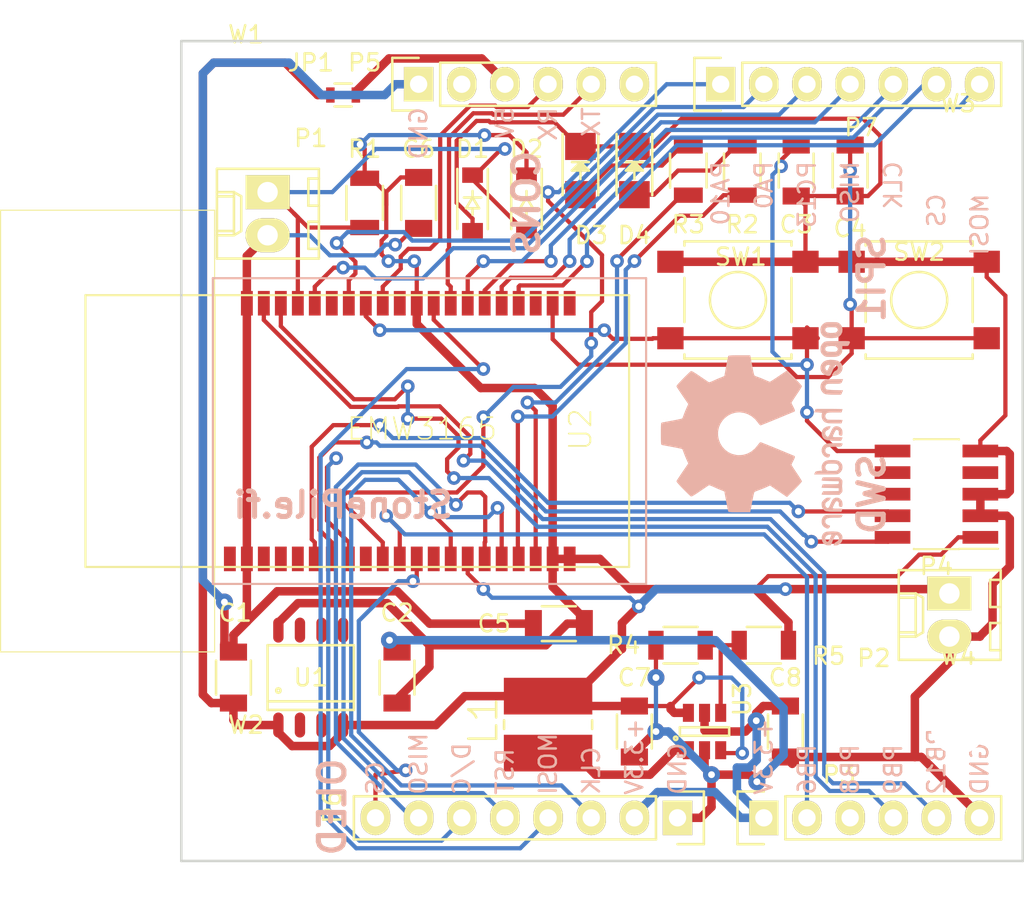
<source format=kicad_pcb>
(kicad_pcb (version 4) (host pcbnew 4.0.5)

  (general
    (links 0)
    (no_connects 8)
    (area 114.224999 53.264999 163.905001 101.675001)
    (thickness 1.6)
    (drawings 34)
    (tracks 606)
    (zones 0)
    (modules 36)
    (nets 54)
  )

  (page A4)
  (layers
    (0 F.Cu signal)
    (31 B.Cu signal)
    (32 B.Adhes user)
    (33 F.Adhes user)
    (34 B.Paste user)
    (35 F.Paste user)
    (36 B.SilkS user)
    (37 F.SilkS user)
    (38 B.Mask user)
    (39 F.Mask user)
    (40 Dwgs.User user)
    (41 Cmts.User user hide)
    (42 Eco1.User user)
    (43 Eco2.User user)
    (44 Edge.Cuts user)
    (45 Margin user)
    (46 B.CrtYd user)
    (47 F.CrtYd user)
    (48 B.Fab user)
    (49 F.Fab user)
  )

  (setup
    (last_trace_width 0.25)
    (user_trace_width 0.25)
    (user_trace_width 0.5)
    (trace_clearance 0.2)
    (zone_clearance 0.508)
    (zone_45_only no)
    (trace_min 0.2)
    (segment_width 0.2)
    (edge_width 0.15)
    (via_size 0.8)
    (via_drill 0.4)
    (via_min_size 0.4)
    (via_min_drill 0.3)
    (uvia_size 0.3)
    (uvia_drill 0.1)
    (uvias_allowed no)
    (uvia_min_size 0.2)
    (uvia_min_drill 0.1)
    (pcb_text_width 0.3)
    (pcb_text_size 1.5 1.5)
    (mod_edge_width 0.15)
    (mod_text_size 1 1)
    (mod_text_width 0.15)
    (pad_size 1.524 1.524)
    (pad_drill 0.762)
    (pad_to_mask_clearance 0.2)
    (aux_axis_origin 0 0)
    (visible_elements 7FFEFF7F)
    (pcbplotparams
      (layerselection 0x010f0_ffffffff)
      (usegerberextensions true)
      (excludeedgelayer true)
      (linewidth 0.200000)
      (plotframeref false)
      (viasonmask false)
      (mode 1)
      (useauxorigin false)
      (hpglpennumber 1)
      (hpglpenspeed 20)
      (hpglpendiameter 15)
      (hpglpenoverlay 2)
      (psnegative false)
      (psa4output false)
      (plotreference true)
      (plotvalue true)
      (plotinvisibletext false)
      (padsonsilk false)
      (subtractmaskfromsilk false)
      (outputformat 1)
      (mirror false)
      (drillshape 0)
      (scaleselection 1)
      (outputdirectory plot/))
  )

  (net 0 "")
  (net 1 "Net-(D1-Pad1)")
  (net 2 "Net-(D3-Pad2)")
  (net 3 "Net-(D4-Pad2)")
  (net 4 "Net-(P4-Pad2)")
  (net 5 "Net-(P4-Pad7)")
  (net 6 "Net-(P5-Pad2)")
  (net 7 "Net-(P5-Pad6)")
  (net 8 GND)
  (net 9 +3V3)
  (net 10 "Net-(U2-Pad1)")
  (net 11 "Net-(U2-Pad3)")
  (net 12 "Net-(U2-Pad11)")
  (net 13 "Net-(U2-Pad15)")
  (net 14 "Net-(U2-Pad22)")
  (net 15 "Net-(U2-Pad23)")
  (net 16 "Net-(U2-Pad24)")
  (net 17 "Net-(U2-Pad28)")
  (net 18 "Net-(U2-Pad32)")
  (net 19 "Net-(U2-Pad41)")
  (net 20 "Net-(R2-Pad2)")
  (net 21 "Net-(R3-Pad2)")
  (net 22 CONS_RX)
  (net 23 CONS_TX)
  (net 24 SPI4_CLK)
  (net 25 SPI4_MOSI)
  (net 26 OLED_RST)
  (net 27 OLED_DC)
  (net 28 SPI4_MISO)
  (net 29 OLED_CS)
  (net 30 "Net-(C3-Pad1)")
  (net 31 SETUP)
  (net 32 PB6)
  (net 33 PB9)
  (net 34 PB12)
  (net 35 PA10)
  (net 36 PA0)
  (net 37 PC13)
  (net 38 SPI1_MISO)
  (net 39 SPI1_CLK)
  (net 40 SPI1_CS)
  (net 41 SPI1_MOSI)
  (net 42 "Net-(JP1-Pad1)")
  (net 43 "Net-(L1-Pad1)")
  (net 44 "Net-(R4-Pad1)")
  (net 45 +BATT)
  (net 46 "Net-(W1-Pad1)")
  (net 47 "Net-(W2-Pad1)")
  (net 48 "Net-(W3-Pad1)")
  (net 49 "Net-(W4-Pad1)")
  (net 50 "Net-(P4-Pad4)")
  (net 51 "Net-(P4-Pad6)")
  (net 52 "Net-(P4-Pad8)")
  (net 53 "Net-(P3-Pad3)")

  (net_class Default "This is the default net class."
    (clearance 0.2)
    (trace_width 0.25)
    (via_dia 0.8)
    (via_drill 0.4)
    (uvia_dia 0.3)
    (uvia_drill 0.1)
    (add_net +BATT)
    (add_net CONS_RX)
    (add_net CONS_TX)
    (add_net "Net-(C3-Pad1)")
    (add_net "Net-(D1-Pad1)")
    (add_net "Net-(D3-Pad2)")
    (add_net "Net-(D4-Pad2)")
    (add_net "Net-(JP1-Pad1)")
    (add_net "Net-(L1-Pad1)")
    (add_net "Net-(P3-Pad3)")
    (add_net "Net-(P4-Pad2)")
    (add_net "Net-(P4-Pad4)")
    (add_net "Net-(P4-Pad6)")
    (add_net "Net-(P4-Pad7)")
    (add_net "Net-(P4-Pad8)")
    (add_net "Net-(P5-Pad2)")
    (add_net "Net-(P5-Pad6)")
    (add_net "Net-(R2-Pad2)")
    (add_net "Net-(R3-Pad2)")
    (add_net "Net-(R4-Pad1)")
    (add_net "Net-(U2-Pad1)")
    (add_net "Net-(U2-Pad11)")
    (add_net "Net-(U2-Pad15)")
    (add_net "Net-(U2-Pad22)")
    (add_net "Net-(U2-Pad23)")
    (add_net "Net-(U2-Pad24)")
    (add_net "Net-(U2-Pad28)")
    (add_net "Net-(U2-Pad3)")
    (add_net "Net-(U2-Pad32)")
    (add_net "Net-(U2-Pad41)")
    (add_net "Net-(W1-Pad1)")
    (add_net "Net-(W2-Pad1)")
    (add_net "Net-(W3-Pad1)")
    (add_net "Net-(W4-Pad1)")
    (add_net OLED_CS)
    (add_net OLED_DC)
    (add_net OLED_RST)
    (add_net PA0)
    (add_net PA10)
    (add_net PB12)
    (add_net PB6)
    (add_net PB9)
    (add_net PC13)
    (add_net SETUP)
    (add_net SPI1_CLK)
    (add_net SPI1_CS)
    (add_net SPI1_MISO)
    (add_net SPI1_MOSI)
    (add_net SPI4_CLK)
    (add_net SPI4_MISO)
    (add_net SPI4_MOSI)
  )

  (net_class Power ""
    (clearance 0.2)
    (trace_width 0.5)
    (via_dia 0.8)
    (via_drill 0.4)
    (uvia_dia 0.3)
    (uvia_drill 0.1)
    (add_net +3V3)
    (add_net GND)
  )

  (module StonePile:EMW3165 (layer F.Cu) (tedit 200000) (tstamp 578F7A53)
    (at 108.6612 84.29498)
    (descr "EMW3165 Wifi module")
    (tags EMW3165)
    (path /578F75B4)
    (attr smd)
    (fp_text reference U2 (at 29.1338 -8.09498 90) (layer F.SilkS)
      (effects (font (size 1.27 1.27) (thickness 0.1016)))
    )
    (fp_text value EMW3165 (at 19.80946 -8.13308) (layer F.SilkS)
      (effects (font (size 1.27 1.27) (thickness 0.1016)))
    )
    (fp_line (start -4.99872 4.99872) (end 7.59968 4.99872) (layer F.SilkS) (width 0.06604))
    (fp_line (start 7.59968 4.99872) (end 7.59968 -20.99818) (layer F.SilkS) (width 0.06604))
    (fp_line (start -4.99872 -20.99818) (end 7.59968 -20.99818) (layer F.SilkS) (width 0.06604))
    (fp_line (start -4.99872 4.99872) (end -4.99872 -20.99818) (layer F.SilkS) (width 0.06604))
    (fp_line (start 0 0) (end 0 -15.99946) (layer F.SilkS) (width 0.127))
    (fp_line (start 0 -15.99946) (end 7.59968 -15.99946) (layer F.SilkS) (width 0.127))
    (fp_line (start 7.59968 -15.99946) (end 31.99892 -15.99946) (layer F.SilkS) (width 0.127))
    (fp_line (start 31.99892 -15.99946) (end 31.99892 0) (layer F.SilkS) (width 0.127))
    (fp_line (start 31.99892 0) (end 7.59968 0) (layer F.SilkS) (width 0.127))
    (fp_line (start 7.59968 0) (end 0 0) (layer F.SilkS) (width 0.127))
    (fp_line (start 7.59968 -15.99946) (end 7.59968 0) (layer F.SilkS) (width 0.127))
    (fp_line (start 7.49808 0.99822) (end 7.49808 -16.99768) (layer B.SilkS) (width 0.127))
    (fp_line (start 7.49808 -16.99768) (end 32.99968 -16.99768) (layer B.SilkS) (width 0.127))
    (fp_line (start 32.99968 -16.99768) (end 32.99968 0.99822) (layer B.SilkS) (width 0.127))
    (fp_line (start 32.99968 0.99822) (end 7.49808 0.99822) (layer B.SilkS) (width 0.127))
    (pad 1 smd rect (at 28.4988 -15.52448 270) (size 1.4478 0.6985) (layers F.Cu F.Paste F.Mask)
      (net 10 "Net-(U2-Pad1)"))
    (pad 2 smd rect (at 27.49804 -15.52448 270) (size 1.4478 0.6985) (layers F.Cu F.Paste F.Mask)
      (net 31 SETUP))
    (pad 3 smd rect (at 26.49982 -15.52448 270) (size 1.4478 0.6985) (layers F.Cu F.Paste F.Mask)
      (net 11 "Net-(U2-Pad3)"))
    (pad 4 smd rect (at 25.49906 -15.52448 270) (size 1.4478 0.6985) (layers F.Cu F.Paste F.Mask)
      (net 41 SPI1_MOSI))
    (pad 5 smd rect (at 24.4983 -15.52448 270) (size 1.4478 0.6985) (layers F.Cu F.Paste F.Mask)
      (net 40 SPI1_CS))
    (pad 6 smd rect (at 23.49754 -15.52448 270) (size 1.4478 0.6985) (layers F.Cu F.Paste F.Mask)
      (net 39 SPI1_CLK))
    (pad 7 smd rect (at 22.49932 -15.52448 270) (size 1.4478 0.6985) (layers F.Cu F.Paste F.Mask)
      (net 38 SPI1_MISO))
    (pad 8 smd rect (at 21.49856 -15.52448 270) (size 1.4478 0.6985) (layers F.Cu F.Paste F.Mask)
      (net 23 CONS_TX))
    (pad 9 smd rect (at 20.4978 -15.52448 270) (size 1.4478 0.6985) (layers F.Cu F.Paste F.Mask)
      (net 25 SPI4_MOSI))
    (pad 10 smd rect (at 19.49958 -15.52448 270) (size 1.4478 0.6985) (layers F.Cu F.Paste F.Mask)
      (net 9 +3V3))
    (pad 11 smd rect (at 18.49882 -15.52448 270) (size 1.4478 0.6985) (layers F.Cu F.Paste F.Mask)
      (net 12 "Net-(U2-Pad11)"))
    (pad 12 smd rect (at 17.49806 -15.52448 270) (size 1.4478 0.6985) (layers F.Cu F.Paste F.Mask)
      (net 22 CONS_RX))
    (pad 13 smd rect (at 16.49984 -15.52448 270) (size 1.4478 0.6985) (layers F.Cu F.Paste F.Mask)
      (net 30 "Net-(C3-Pad1)"))
    (pad 14 smd rect (at 15.49908 -15.52448 270) (size 1.4478 0.6985) (layers F.Cu F.Paste F.Mask)
      (net 36 PA0))
    (pad 15 smd rect (at 14.49832 -15.52448 270) (size 1.4478 0.6985) (layers F.Cu F.Paste F.Mask)
      (net 13 "Net-(U2-Pad15)"))
    (pad 16 smd rect (at 13.49756 -15.52448 270) (size 1.4478 0.6985) (layers F.Cu F.Paste F.Mask)
      (net 37 PC13))
    (pad 17 smd rect (at 12.49934 -15.52448 270) (size 1.4478 0.6985) (layers F.Cu F.Paste F.Mask)
      (net 1 "Net-(D1-Pad1)"))
    (pad 18 smd rect (at 11.49858 -15.52448 270) (size 1.4478 0.6985) (layers F.Cu F.Paste F.Mask)
      (net 33 PB9))
    (pad 19 smd rect (at 10.49782 -15.52448 270) (size 1.4478 0.6985) (layers F.Cu F.Paste F.Mask)
      (net 34 PB12))
    (pad 20 smd rect (at 9.4996 -15.52448 270) (size 1.4478 0.6985) (layers F.Cu F.Paste F.Mask)
      (net 8 GND))
    (pad 21 smd rect (at 9.4996 -0.47498 90) (size 1.4478 0.6985) (layers F.Cu F.Paste F.Mask)
      (net 8 GND))
    (pad 22 smd rect (at 10.49782 -0.47498 90) (size 1.4478 0.6985) (layers F.Cu F.Paste F.Mask)
      (net 14 "Net-(U2-Pad22)"))
    (pad 23 smd rect (at 11.49858 -0.47498 90) (size 1.4478 0.6985) (layers F.Cu F.Paste F.Mask)
      (net 15 "Net-(U2-Pad23)"))
    (pad 24 smd rect (at 12.49934 -0.47498 90) (size 1.4478 0.6985) (layers F.Cu F.Paste F.Mask)
      (net 16 "Net-(U2-Pad24)"))
    (pad 25 smd rect (at 13.49756 -0.47498 90) (size 1.4478 0.6985) (layers F.Cu F.Paste F.Mask)
      (net 50 "Net-(P4-Pad4)"))
    (pad 26 smd rect (at 14.49832 -0.47498 90) (size 1.4478 0.6985) (layers F.Cu F.Paste F.Mask)
      (net 4 "Net-(P4-Pad2)"))
    (pad 27 smd rect (at 15.49908 -0.47498 90) (size 1.4478 0.6985) (layers F.Cu F.Paste F.Mask)
      (net 27 OLED_DC))
    (pad 28 smd rect (at 16.49984 -0.47498 90) (size 1.4478 0.6985) (layers F.Cu F.Paste F.Mask)
      (net 17 "Net-(U2-Pad28)"))
    (pad 29 smd rect (at 17.49806 -0.47498 90) (size 1.4478 0.6985) (layers F.Cu F.Paste F.Mask)
      (net 35 PA10))
    (pad 30 smd rect (at 18.49882 -0.47498 90) (size 1.4478 0.6985) (layers F.Cu F.Paste F.Mask)
      (net 32 PB6))
    (pad 31 smd rect (at 19.49958 -0.47498 90) (size 1.4478 0.6985) (layers F.Cu F.Paste F.Mask)
      (net 29 OLED_CS))
    (pad 32 smd rect (at 20.4978 -0.47498 90) (size 1.4478 0.6985) (layers F.Cu F.Paste F.Mask)
      (net 18 "Net-(U2-Pad32)"))
    (pad 33 smd rect (at 21.49856 -0.47498 90) (size 1.4478 0.6985) (layers F.Cu F.Paste F.Mask)
      (net 24 SPI4_CLK))
    (pad 34 smd rect (at 22.49932 -0.47498 90) (size 1.4478 0.6985) (layers F.Cu F.Paste F.Mask)
      (net 45 +BATT))
    (pad 35 smd rect (at 23.49754 -0.47498 90) (size 1.4478 0.6985) (layers F.Cu F.Paste F.Mask)
      (net 28 SPI4_MISO))
    (pad 36 smd rect (at 24.4983 -0.47498 90) (size 1.4478 0.6985) (layers F.Cu F.Paste F.Mask)
      (net 26 OLED_RST))
    (pad 37 smd rect (at 25.49906 -0.47498 90) (size 1.4478 0.6985) (layers F.Cu F.Paste F.Mask)
      (net 20 "Net-(R2-Pad2)"))
    (pad 38 smd rect (at 26.49982 -0.47498 90) (size 1.4478 0.6985) (layers F.Cu F.Paste F.Mask)
      (net 21 "Net-(R3-Pad2)"))
    (pad 39 smd rect (at 27.49804 -0.47498 90) (size 1.4478 0.6985) (layers F.Cu F.Paste F.Mask)
      (net 9 +3V3))
    (pad 40 smd rect (at 28.4988 -0.47498 90) (size 1.4478 0.6985) (layers F.Cu F.Paste F.Mask)
      (net 9 +3V3))
    (pad 41 smd rect (at 8.49884 -0.47498 90) (size 1.4478 0.6985) (layers F.Cu F.Paste F.Mask)
      (net 19 "Net-(U2-Pad41)"))
  )

  (module Buttons_Switches_SMD:SW_SPST_B3S-1000 (layer F.Cu) (tedit 56EDA1C6) (tstamp 579111FB)
    (at 157.734 68.58)
    (descr "Surface Mount Tactile Switch for High-Density Packaging")
    (tags "Tactile Switch")
    (path /578F26E8)
    (attr smd)
    (fp_text reference SW2 (at 0 -2.83) (layer F.SilkS)
      (effects (font (size 1 1) (thickness 0.15)))
    )
    (fp_text value B3S-1000 (at 0 4.5) (layer F.Fab)
      (effects (font (size 1 1) (thickness 0.15)))
    )
    (fp_line (start -5 3.7) (end 5 3.7) (layer F.CrtYd) (width 0.05))
    (fp_line (start 5 3.7) (end 5 -3.7) (layer F.CrtYd) (width 0.05))
    (fp_line (start 5 -3.7) (end -5 -3.7) (layer F.CrtYd) (width 0.05))
    (fp_line (start -5 -3.7) (end -5 3.7) (layer F.CrtYd) (width 0.05))
    (fp_line (start -3.15 -3.2) (end -3.15 -3.45) (layer F.SilkS) (width 0.15))
    (fp_line (start -3.15 -3.45) (end 3.15 -3.45) (layer F.SilkS) (width 0.15))
    (fp_line (start 3.15 -3.45) (end 3.15 -3.2) (layer F.SilkS) (width 0.15))
    (fp_line (start -3.15 1.3) (end -3.15 -1.3) (layer F.SilkS) (width 0.15))
    (fp_line (start 3.15 3.2) (end 3.15 3.45) (layer F.SilkS) (width 0.15))
    (fp_line (start 3.15 3.45) (end -3.15 3.45) (layer F.SilkS) (width 0.15))
    (fp_line (start -3.15 3.45) (end -3.15 3.2) (layer F.SilkS) (width 0.15))
    (fp_line (start 3.15 -1.3) (end 3.15 1.3) (layer F.SilkS) (width 0.15))
    (fp_circle (center 0 0) (end 1.65 0) (layer F.SilkS) (width 0.15))
    (fp_line (start -3 -3.3) (end 3 -3.3) (layer F.Fab) (width 0.15))
    (fp_line (start 3 -3.3) (end 3 3.3) (layer F.Fab) (width 0.15))
    (fp_line (start 3 3.3) (end -3 3.3) (layer F.Fab) (width 0.15))
    (fp_line (start -3 3.3) (end -3 -3.3) (layer F.Fab) (width 0.15))
    (pad 1 smd rect (at -3.975 -2.25) (size 1.55 1.3) (layers F.Cu F.Paste F.Mask)
      (net 8 GND))
    (pad 1 smd rect (at 3.975 -2.25) (size 1.55 1.3) (layers F.Cu F.Paste F.Mask)
      (net 8 GND))
    (pad 2 smd rect (at -3.975 2.25) (size 1.55 1.3) (layers F.Cu F.Paste F.Mask)
      (net 31 SETUP))
    (pad 2 smd rect (at 3.975 2.25) (size 1.55 1.3) (layers F.Cu F.Paste F.Mask)
      (net 31 SETUP))
  )

  (module Connectors_Molex:Molex_KK-6410-02_02x2.54mm_Straight (layer F.Cu) (tedit 56C6219C) (tstamp 578A5ACC)
    (at 119.38 62.23 270)
    (descr "Connector Headers with Friction Lock, 22-27-2021, http://www.molex.com/pdm_docs/sd/022272021_sd.pdf")
    (tags "connector molex kk_6410 22-27-2021")
    (path /57853EBC)
    (fp_text reference P1 (at -3.175 -2.54 360) (layer F.SilkS)
      (effects (font (size 1 1) (thickness 0.15)))
    )
    (fp_text value 1WIRE (at 1.27 4.5 270) (layer F.Fab)
      (effects (font (size 1 1) (thickness 0.15)))
    )
    (fp_line (start -1.37 -3.02) (end -1.37 2.98) (layer F.SilkS) (width 0.15))
    (fp_line (start -1.37 2.98) (end 3.91 2.98) (layer F.SilkS) (width 0.15))
    (fp_line (start 3.91 2.98) (end 3.91 -3.02) (layer F.SilkS) (width 0.15))
    (fp_line (start 3.91 -3.02) (end -1.37 -3.02) (layer F.SilkS) (width 0.15))
    (fp_line (start 0 2.98) (end 0 1.98) (layer F.SilkS) (width 0.15))
    (fp_line (start 0 1.98) (end 2.54 1.98) (layer F.SilkS) (width 0.15))
    (fp_line (start 2.54 1.98) (end 2.54 2.98) (layer F.SilkS) (width 0.15))
    (fp_line (start 0 1.98) (end 0.25 1.55) (layer F.SilkS) (width 0.15))
    (fp_line (start 0.25 1.55) (end 2.29 1.55) (layer F.SilkS) (width 0.15))
    (fp_line (start 2.29 1.55) (end 2.54 1.98) (layer F.SilkS) (width 0.15))
    (fp_line (start 0.25 2.98) (end 0.25 1.98) (layer F.SilkS) (width 0.15))
    (fp_line (start 2.29 2.98) (end 2.29 1.98) (layer F.SilkS) (width 0.15))
    (fp_line (start -0.8 -3.02) (end -0.8 -2.4) (layer F.SilkS) (width 0.15))
    (fp_line (start -0.8 -2.4) (end 0.8 -2.4) (layer F.SilkS) (width 0.15))
    (fp_line (start 0.8 -2.4) (end 0.8 -3.02) (layer F.SilkS) (width 0.15))
    (fp_line (start 1.74 -3.02) (end 1.74 -2.4) (layer F.SilkS) (width 0.15))
    (fp_line (start 1.74 -2.4) (end 3.34 -2.4) (layer F.SilkS) (width 0.15))
    (fp_line (start 3.34 -2.4) (end 3.34 -3.02) (layer F.SilkS) (width 0.15))
    (fp_line (start -1.9 3.5) (end -1.9 -3.55) (layer F.CrtYd) (width 0.05))
    (fp_line (start -1.9 -3.55) (end 4.45 -3.55) (layer F.CrtYd) (width 0.05))
    (fp_line (start 4.45 -3.55) (end 4.45 3.5) (layer F.CrtYd) (width 0.05))
    (fp_line (start 4.45 3.5) (end -1.9 3.5) (layer F.CrtYd) (width 0.05))
    (pad 1 thru_hole rect (at 0 0 270) (size 2 2.6) (drill 1.2) (layers *.Cu *.Mask F.SilkS)
      (net 1 "Net-(D1-Pad1)"))
    (pad 2 thru_hole oval (at 2.54 0 270) (size 2 2.6) (drill 1.2) (layers *.Cu *.Mask F.SilkS)
      (net 8 GND))
  )

  (module Pin_Headers:Pin_Header_Straight_1x06 (layer F.Cu) (tedit 0) (tstamp 578A5B14)
    (at 128.27 55.88 90)
    (descr "Through hole pin header")
    (tags "pin header")
    (path /578539FA)
    (fp_text reference P5 (at 1.27 -3.175 180) (layer F.SilkS)
      (effects (font (size 1 1) (thickness 0.15)))
    )
    (fp_text value CONS (at 0 -3.1 90) (layer F.Fab)
      (effects (font (size 1 1) (thickness 0.15)))
    )
    (fp_line (start -1.75 -1.75) (end -1.75 14.45) (layer F.CrtYd) (width 0.05))
    (fp_line (start 1.75 -1.75) (end 1.75 14.45) (layer F.CrtYd) (width 0.05))
    (fp_line (start -1.75 -1.75) (end 1.75 -1.75) (layer F.CrtYd) (width 0.05))
    (fp_line (start -1.75 14.45) (end 1.75 14.45) (layer F.CrtYd) (width 0.05))
    (fp_line (start 1.27 1.27) (end 1.27 13.97) (layer F.SilkS) (width 0.15))
    (fp_line (start 1.27 13.97) (end -1.27 13.97) (layer F.SilkS) (width 0.15))
    (fp_line (start -1.27 13.97) (end -1.27 1.27) (layer F.SilkS) (width 0.15))
    (fp_line (start 1.55 -1.55) (end 1.55 0) (layer F.SilkS) (width 0.15))
    (fp_line (start 1.27 1.27) (end -1.27 1.27) (layer F.SilkS) (width 0.15))
    (fp_line (start -1.55 0) (end -1.55 -1.55) (layer F.SilkS) (width 0.15))
    (fp_line (start -1.55 -1.55) (end 1.55 -1.55) (layer F.SilkS) (width 0.15))
    (pad 1 thru_hole rect (at 0 0 90) (size 2.032 1.7272) (drill 1.016) (layers *.Cu *.Mask F.SilkS)
      (net 8 GND))
    (pad 2 thru_hole oval (at 0 2.54 90) (size 2.032 1.7272) (drill 1.016) (layers *.Cu *.Mask F.SilkS)
      (net 6 "Net-(P5-Pad2)"))
    (pad 3 thru_hole oval (at 0 5.08 90) (size 2.032 1.7272) (drill 1.016) (layers *.Cu *.Mask F.SilkS)
      (net 42 "Net-(JP1-Pad1)"))
    (pad 4 thru_hole oval (at 0 7.62 90) (size 2.032 1.7272) (drill 1.016) (layers *.Cu *.Mask F.SilkS)
      (net 22 CONS_RX))
    (pad 5 thru_hole oval (at 0 10.16 90) (size 2.032 1.7272) (drill 1.016) (layers *.Cu *.Mask F.SilkS)
      (net 23 CONS_TX))
    (pad 6 thru_hole oval (at 0 12.7 90) (size 2.032 1.7272) (drill 1.016) (layers *.Cu *.Mask F.SilkS)
      (net 7 "Net-(P5-Pad6)"))
    (model Pin_Headers.3dshapes/Pin_Header_Straight_1x06.wrl
      (at (xyz 0 -0.25 0))
      (scale (xyz 1 1 1))
      (rotate (xyz 0 0 90))
    )
  )

  (module Power_Integrations:SO-8 (layer F.Cu) (tedit 0) (tstamp 578A5B30)
    (at 121.92 90.805)
    (descr "SO-8 Surface Mount Small Outline 150mil 8pin Package")
    (tags "Power Integrations D Package")
    (path /57854072)
    (fp_text reference U1 (at 0 0) (layer F.SilkS)
      (effects (font (size 1 1) (thickness 0.15)))
    )
    (fp_text value MAX604CSA (at 0 0) (layer F.Fab)
      (effects (font (size 1 1) (thickness 0.15)))
    )
    (fp_circle (center -1.905 0.762) (end -1.778 0.762) (layer F.SilkS) (width 0.15))
    (fp_line (start -2.54 1.397) (end 2.54 1.397) (layer F.SilkS) (width 0.15))
    (fp_line (start -2.54 -1.905) (end 2.54 -1.905) (layer F.SilkS) (width 0.15))
    (fp_line (start -2.54 1.905) (end 2.54 1.905) (layer F.SilkS) (width 0.15))
    (fp_line (start -2.54 1.905) (end -2.54 -1.905) (layer F.SilkS) (width 0.15))
    (fp_line (start 2.54 1.905) (end 2.54 -1.905) (layer F.SilkS) (width 0.15))
    (pad 1 smd oval (at -1.905 2.794) (size 0.6096 1.4732) (layers F.Cu F.Paste F.Mask)
      (net 45 +BATT))
    (pad 2 smd oval (at -0.635 2.794) (size 0.6096 1.4732) (layers F.Cu F.Paste F.Mask)
      (net 8 GND))
    (pad 3 smd oval (at 0.635 2.794) (size 0.6096 1.4732) (layers F.Cu F.Paste F.Mask)
      (net 8 GND))
    (pad 4 smd oval (at 1.905 2.794) (size 0.6096 1.4732) (layers F.Cu F.Paste F.Mask)
      (net 45 +BATT))
    (pad 5 smd oval (at 1.905 -2.794) (size 0.6096 1.4732) (layers F.Cu F.Paste F.Mask)
      (net 8 GND))
    (pad 6 smd oval (at 0.635 -2.794) (size 0.6096 1.4732) (layers F.Cu F.Paste F.Mask)
      (net 8 GND))
    (pad 7 smd oval (at -0.635 -2.794) (size 0.6096 1.4732) (layers F.Cu F.Paste F.Mask)
      (net 8 GND))
    (pad 8 smd oval (at -1.905 -2.794) (size 0.6096 1.4732) (layers F.Cu F.Paste F.Mask)
      (net 9 +3V3))
  )

  (module Pin_Headers:Pin_Header_Straight_1x08 (layer F.Cu) (tedit 0) (tstamp 578D0B64)
    (at 143.51 99.06 270)
    (descr "Through hole pin header")
    (tags "pin header")
    (path /578D12F6)
    (fp_text reference P6 (at -0.635 20.32 270) (layer F.SilkS)
      (effects (font (size 1 1) (thickness 0.15)))
    )
    (fp_text value OLED (at 0 -3.1 270) (layer F.Fab)
      (effects (font (size 1 1) (thickness 0.15)))
    )
    (fp_line (start -1.75 -1.75) (end -1.75 19.55) (layer F.CrtYd) (width 0.05))
    (fp_line (start 1.75 -1.75) (end 1.75 19.55) (layer F.CrtYd) (width 0.05))
    (fp_line (start -1.75 -1.75) (end 1.75 -1.75) (layer F.CrtYd) (width 0.05))
    (fp_line (start -1.75 19.55) (end 1.75 19.55) (layer F.CrtYd) (width 0.05))
    (fp_line (start 1.27 1.27) (end 1.27 19.05) (layer F.SilkS) (width 0.15))
    (fp_line (start 1.27 19.05) (end -1.27 19.05) (layer F.SilkS) (width 0.15))
    (fp_line (start -1.27 19.05) (end -1.27 1.27) (layer F.SilkS) (width 0.15))
    (fp_line (start 1.55 -1.55) (end 1.55 0) (layer F.SilkS) (width 0.15))
    (fp_line (start 1.27 1.27) (end -1.27 1.27) (layer F.SilkS) (width 0.15))
    (fp_line (start -1.55 0) (end -1.55 -1.55) (layer F.SilkS) (width 0.15))
    (fp_line (start -1.55 -1.55) (end 1.55 -1.55) (layer F.SilkS) (width 0.15))
    (pad 1 thru_hole rect (at 0 0 270) (size 2.032 1.7272) (drill 1.016) (layers *.Cu *.Mask F.SilkS)
      (net 8 GND))
    (pad 2 thru_hole oval (at 0 2.54 270) (size 2.032 1.7272) (drill 1.016) (layers *.Cu *.Mask F.SilkS)
      (net 9 +3V3))
    (pad 3 thru_hole oval (at 0 5.08 270) (size 2.032 1.7272) (drill 1.016) (layers *.Cu *.Mask F.SilkS)
      (net 24 SPI4_CLK))
    (pad 4 thru_hole oval (at 0 7.62 270) (size 2.032 1.7272) (drill 1.016) (layers *.Cu *.Mask F.SilkS)
      (net 25 SPI4_MOSI))
    (pad 5 thru_hole oval (at 0 10.16 270) (size 2.032 1.7272) (drill 1.016) (layers *.Cu *.Mask F.SilkS)
      (net 26 OLED_RST))
    (pad 6 thru_hole oval (at 0 12.7 270) (size 2.032 1.7272) (drill 1.016) (layers *.Cu *.Mask F.SilkS)
      (net 27 OLED_DC))
    (pad 7 thru_hole oval (at 0 15.24 270) (size 2.032 1.7272) (drill 1.016) (layers *.Cu *.Mask F.SilkS)
      (net 28 SPI4_MISO))
    (pad 8 thru_hole oval (at 0 17.78 270) (size 2.032 1.7272) (drill 1.016) (layers *.Cu *.Mask F.SilkS)
      (net 29 OLED_CS))
    (model Pin_Headers.3dshapes/Pin_Header_Straight_1x08.wrl
      (at (xyz 0 -0.35 0))
      (scale (xyz 1 1 1))
      (rotate (xyz 0 0 90))
    )
  )

  (module Diodes_SMD:SOD-123 (layer F.Cu) (tedit 5530FCB9) (tstamp 578E630B)
    (at 131.445 62.865 270)
    (descr SOD-123)
    (tags SOD-123)
    (path /57853973)
    (attr smd)
    (fp_text reference D1 (at -3.175 0 360) (layer F.SilkS)
      (effects (font (size 1 1) (thickness 0.15)))
    )
    (fp_text value 1N4148 (at 0 2.1 270) (layer F.Fab)
      (effects (font (size 1 1) (thickness 0.15)))
    )
    (fp_line (start 0.3175 0) (end 0.6985 0) (layer F.SilkS) (width 0.15))
    (fp_line (start -0.6985 0) (end -0.3175 0) (layer F.SilkS) (width 0.15))
    (fp_line (start -0.3175 0) (end 0.3175 -0.381) (layer F.SilkS) (width 0.15))
    (fp_line (start 0.3175 -0.381) (end 0.3175 0.381) (layer F.SilkS) (width 0.15))
    (fp_line (start 0.3175 0.381) (end -0.3175 0) (layer F.SilkS) (width 0.15))
    (fp_line (start -0.3175 -0.508) (end -0.3175 0.508) (layer F.SilkS) (width 0.15))
    (fp_line (start -2.25 -1.05) (end 2.25 -1.05) (layer F.CrtYd) (width 0.05))
    (fp_line (start 2.25 -1.05) (end 2.25 1.05) (layer F.CrtYd) (width 0.05))
    (fp_line (start 2.25 1.05) (end -2.25 1.05) (layer F.CrtYd) (width 0.05))
    (fp_line (start -2.25 -1.05) (end -2.25 1.05) (layer F.CrtYd) (width 0.05))
    (fp_line (start -2 0.9) (end 1.54 0.9) (layer F.SilkS) (width 0.15))
    (fp_line (start -2 -0.9) (end 1.54 -0.9) (layer F.SilkS) (width 0.15))
    (pad 1 smd rect (at -1.635 0 270) (size 0.91 1.22) (layers F.Cu F.Paste F.Mask)
      (net 1 "Net-(D1-Pad1)"))
    (pad 2 smd rect (at 1.635 0 270) (size 0.91 1.22) (layers F.Cu F.Paste F.Mask)
      (net 8 GND))
  )

  (module Diodes_SMD:SOD-123 (layer F.Cu) (tedit 5530FCB9) (tstamp 578E6310)
    (at 134.62 62.865 270)
    (descr SOD-123)
    (tags SOD-123)
    (path /578538E1)
    (attr smd)
    (fp_text reference D2 (at -3.175 0 360) (layer F.SilkS)
      (effects (font (size 1 1) (thickness 0.15)))
    )
    (fp_text value 1N4148 (at 0 2.1 270) (layer F.Fab)
      (effects (font (size 1 1) (thickness 0.15)))
    )
    (fp_line (start 0.3175 0) (end 0.6985 0) (layer F.SilkS) (width 0.15))
    (fp_line (start -0.6985 0) (end -0.3175 0) (layer F.SilkS) (width 0.15))
    (fp_line (start -0.3175 0) (end 0.3175 -0.381) (layer F.SilkS) (width 0.15))
    (fp_line (start 0.3175 -0.381) (end 0.3175 0.381) (layer F.SilkS) (width 0.15))
    (fp_line (start 0.3175 0.381) (end -0.3175 0) (layer F.SilkS) (width 0.15))
    (fp_line (start -0.3175 -0.508) (end -0.3175 0.508) (layer F.SilkS) (width 0.15))
    (fp_line (start -2.25 -1.05) (end 2.25 -1.05) (layer F.CrtYd) (width 0.05))
    (fp_line (start 2.25 -1.05) (end 2.25 1.05) (layer F.CrtYd) (width 0.05))
    (fp_line (start 2.25 1.05) (end -2.25 1.05) (layer F.CrtYd) (width 0.05))
    (fp_line (start -2.25 -1.05) (end -2.25 1.05) (layer F.CrtYd) (width 0.05))
    (fp_line (start -2 0.9) (end 1.54 0.9) (layer F.SilkS) (width 0.15))
    (fp_line (start -2 -0.9) (end 1.54 -0.9) (layer F.SilkS) (width 0.15))
    (pad 1 smd rect (at -1.635 0 270) (size 0.91 1.22) (layers F.Cu F.Paste F.Mask)
      (net 9 +3V3))
    (pad 2 smd rect (at 1.635 0 270) (size 0.91 1.22) (layers F.Cu F.Paste F.Mask)
      (net 1 "Net-(D1-Pad1)"))
  )

  (module Connectors_Molex:Molex_KK-6410-02_02x2.54mm_Straight (layer F.Cu) (tedit 56C6219C) (tstamp 578F3CDD)
    (at 159.512 85.852 270)
    (descr "Connector Headers with Friction Lock, 22-27-2021, http://www.molex.com/pdm_docs/sd/022272021_sd.pdf")
    (tags "connector molex kk_6410 22-27-2021")
    (path /578ECDA7)
    (fp_text reference P2 (at 3.81 4.445 360) (layer F.SilkS)
      (effects (font (size 1 1) (thickness 0.15)))
    )
    (fp_text value BATT (at 1.27 4.5 270) (layer F.Fab)
      (effects (font (size 1 1) (thickness 0.15)))
    )
    (fp_line (start -1.37 -3.02) (end -1.37 2.98) (layer F.SilkS) (width 0.15))
    (fp_line (start -1.37 2.98) (end 3.91 2.98) (layer F.SilkS) (width 0.15))
    (fp_line (start 3.91 2.98) (end 3.91 -3.02) (layer F.SilkS) (width 0.15))
    (fp_line (start 3.91 -3.02) (end -1.37 -3.02) (layer F.SilkS) (width 0.15))
    (fp_line (start 0 2.98) (end 0 1.98) (layer F.SilkS) (width 0.15))
    (fp_line (start 0 1.98) (end 2.54 1.98) (layer F.SilkS) (width 0.15))
    (fp_line (start 2.54 1.98) (end 2.54 2.98) (layer F.SilkS) (width 0.15))
    (fp_line (start 0 1.98) (end 0.25 1.55) (layer F.SilkS) (width 0.15))
    (fp_line (start 0.25 1.55) (end 2.29 1.55) (layer F.SilkS) (width 0.15))
    (fp_line (start 2.29 1.55) (end 2.54 1.98) (layer F.SilkS) (width 0.15))
    (fp_line (start 0.25 2.98) (end 0.25 1.98) (layer F.SilkS) (width 0.15))
    (fp_line (start 2.29 2.98) (end 2.29 1.98) (layer F.SilkS) (width 0.15))
    (fp_line (start -0.8 -3.02) (end -0.8 -2.4) (layer F.SilkS) (width 0.15))
    (fp_line (start -0.8 -2.4) (end 0.8 -2.4) (layer F.SilkS) (width 0.15))
    (fp_line (start 0.8 -2.4) (end 0.8 -3.02) (layer F.SilkS) (width 0.15))
    (fp_line (start 1.74 -3.02) (end 1.74 -2.4) (layer F.SilkS) (width 0.15))
    (fp_line (start 1.74 -2.4) (end 3.34 -2.4) (layer F.SilkS) (width 0.15))
    (fp_line (start 3.34 -2.4) (end 3.34 -3.02) (layer F.SilkS) (width 0.15))
    (fp_line (start -1.9 3.5) (end -1.9 -3.55) (layer F.CrtYd) (width 0.05))
    (fp_line (start -1.9 -3.55) (end 4.45 -3.55) (layer F.CrtYd) (width 0.05))
    (fp_line (start 4.45 -3.55) (end 4.45 3.5) (layer F.CrtYd) (width 0.05))
    (fp_line (start 4.45 3.5) (end -1.9 3.5) (layer F.CrtYd) (width 0.05))
    (pad 1 thru_hole rect (at 0 0 270) (size 2 2.6) (drill 1.2) (layers *.Cu *.Mask F.SilkS)
      (net 45 +BATT))
    (pad 2 thru_hole oval (at 2.54 0 270) (size 2 2.6) (drill 1.2) (layers *.Cu *.Mask F.SilkS)
      (net 8 GND))
  )

  (module Pin_Headers:Pin_Header_Straight_1x06 (layer F.Cu) (tedit 0) (tstamp 578F3CE2)
    (at 148.59 99.06 90)
    (descr "Through hole pin header")
    (tags "pin header")
    (path /578F2E9F)
    (fp_text reference P3 (at 2.54 4.445 180) (layer F.SilkS)
      (effects (font (size 1 1) (thickness 0.15)))
    )
    (fp_text value CONN_01X06 (at 0 -3.1 90) (layer F.Fab)
      (effects (font (size 1 1) (thickness 0.15)))
    )
    (fp_line (start -1.75 -1.75) (end -1.75 14.45) (layer F.CrtYd) (width 0.05))
    (fp_line (start 1.75 -1.75) (end 1.75 14.45) (layer F.CrtYd) (width 0.05))
    (fp_line (start -1.75 -1.75) (end 1.75 -1.75) (layer F.CrtYd) (width 0.05))
    (fp_line (start -1.75 14.45) (end 1.75 14.45) (layer F.CrtYd) (width 0.05))
    (fp_line (start 1.27 1.27) (end 1.27 13.97) (layer F.SilkS) (width 0.15))
    (fp_line (start 1.27 13.97) (end -1.27 13.97) (layer F.SilkS) (width 0.15))
    (fp_line (start -1.27 13.97) (end -1.27 1.27) (layer F.SilkS) (width 0.15))
    (fp_line (start 1.55 -1.55) (end 1.55 0) (layer F.SilkS) (width 0.15))
    (fp_line (start 1.27 1.27) (end -1.27 1.27) (layer F.SilkS) (width 0.15))
    (fp_line (start -1.55 0) (end -1.55 -1.55) (layer F.SilkS) (width 0.15))
    (fp_line (start -1.55 -1.55) (end 1.55 -1.55) (layer F.SilkS) (width 0.15))
    (pad 1 thru_hole rect (at 0 0 90) (size 2.032 1.7272) (drill 1.016) (layers *.Cu *.Mask F.SilkS)
      (net 9 +3V3))
    (pad 2 thru_hole oval (at 0 2.54 90) (size 2.032 1.7272) (drill 1.016) (layers *.Cu *.Mask F.SilkS)
      (net 32 PB6))
    (pad 3 thru_hole oval (at 0 5.08 90) (size 2.032 1.7272) (drill 1.016) (layers *.Cu *.Mask F.SilkS)
      (net 53 "Net-(P3-Pad3)"))
    (pad 4 thru_hole oval (at 0 7.62 90) (size 2.032 1.7272) (drill 1.016) (layers *.Cu *.Mask F.SilkS)
      (net 33 PB9))
    (pad 5 thru_hole oval (at 0 10.16 90) (size 2.032 1.7272) (drill 1.016) (layers *.Cu *.Mask F.SilkS)
      (net 34 PB12))
    (pad 6 thru_hole oval (at 0 12.7 90) (size 2.032 1.7272) (drill 1.016) (layers *.Cu *.Mask F.SilkS)
      (net 8 GND))
    (model Pin_Headers.3dshapes/Pin_Header_Straight_1x06.wrl
      (at (xyz 0 -0.25 0))
      (scale (xyz 1 1 1))
      (rotate (xyz 0 0 90))
    )
  )

  (module Pin_Headers:Pin_Header_Straight_1x07 (layer F.Cu) (tedit 0) (tstamp 578F3CF5)
    (at 146.05 55.88 90)
    (descr "Through hole pin header")
    (tags "pin header")
    (path /578F3E02)
    (fp_text reference P7 (at -2.54 8.255 180) (layer F.SilkS)
      (effects (font (size 1 1) (thickness 0.15)))
    )
    (fp_text value CONN_01X07 (at 0 -3.1 90) (layer F.Fab)
      (effects (font (size 1 1) (thickness 0.15)))
    )
    (fp_line (start -1.75 -1.75) (end -1.75 17) (layer F.CrtYd) (width 0.05))
    (fp_line (start 1.75 -1.75) (end 1.75 17) (layer F.CrtYd) (width 0.05))
    (fp_line (start -1.75 -1.75) (end 1.75 -1.75) (layer F.CrtYd) (width 0.05))
    (fp_line (start -1.75 17) (end 1.75 17) (layer F.CrtYd) (width 0.05))
    (fp_line (start 1.27 1.27) (end 1.27 16.51) (layer F.SilkS) (width 0.15))
    (fp_line (start 1.27 16.51) (end -1.27 16.51) (layer F.SilkS) (width 0.15))
    (fp_line (start -1.27 16.51) (end -1.27 1.27) (layer F.SilkS) (width 0.15))
    (fp_line (start 1.55 -1.55) (end 1.55 0) (layer F.SilkS) (width 0.15))
    (fp_line (start 1.27 1.27) (end -1.27 1.27) (layer F.SilkS) (width 0.15))
    (fp_line (start -1.55 0) (end -1.55 -1.55) (layer F.SilkS) (width 0.15))
    (fp_line (start -1.55 -1.55) (end 1.55 -1.55) (layer F.SilkS) (width 0.15))
    (pad 1 thru_hole rect (at 0 0 90) (size 2.032 1.7272) (drill 1.016) (layers *.Cu *.Mask F.SilkS)
      (net 35 PA10))
    (pad 2 thru_hole oval (at 0 2.54 90) (size 2.032 1.7272) (drill 1.016) (layers *.Cu *.Mask F.SilkS)
      (net 36 PA0))
    (pad 3 thru_hole oval (at 0 5.08 90) (size 2.032 1.7272) (drill 1.016) (layers *.Cu *.Mask F.SilkS)
      (net 37 PC13))
    (pad 4 thru_hole oval (at 0 7.62 90) (size 2.032 1.7272) (drill 1.016) (layers *.Cu *.Mask F.SilkS)
      (net 38 SPI1_MISO))
    (pad 5 thru_hole oval (at 0 10.16 90) (size 2.032 1.7272) (drill 1.016) (layers *.Cu *.Mask F.SilkS)
      (net 39 SPI1_CLK))
    (pad 6 thru_hole oval (at 0 12.7 90) (size 2.032 1.7272) (drill 1.016) (layers *.Cu *.Mask F.SilkS)
      (net 40 SPI1_CS))
    (pad 7 thru_hole oval (at 0 15.24 90) (size 2.032 1.7272) (drill 1.016) (layers *.Cu *.Mask F.SilkS)
      (net 41 SPI1_MOSI))
    (model Pin_Headers.3dshapes/Pin_Header_Straight_1x07.wrl
      (at (xyz 0 -0.3 0))
      (scale (xyz 1 1 1))
      (rotate (xyz 0 0 90))
    )
  )

  (module TO_SOT_Packages_SMD:SOT-23-6 (layer F.Cu) (tedit 53DE8DE3) (tstamp 578F95ED)
    (at 145.1 93.98 90)
    (descr "6-pin SOT-23 package")
    (tags SOT-23-6)
    (path /578FCAFE)
    (attr smd)
    (fp_text reference U3 (at 1.905 2.22 90) (layer F.SilkS)
      (effects (font (size 1 1) (thickness 0.15)))
    )
    (fp_text value MCP1640 (at 0 2.9 90) (layer F.Fab)
      (effects (font (size 1 1) (thickness 0.15)))
    )
    (fp_circle (center -0.4 -1.7) (end -0.3 -1.7) (layer F.SilkS) (width 0.15))
    (fp_line (start 0.25 -1.45) (end -0.25 -1.45) (layer F.SilkS) (width 0.15))
    (fp_line (start 0.25 1.45) (end 0.25 -1.45) (layer F.SilkS) (width 0.15))
    (fp_line (start -0.25 1.45) (end 0.25 1.45) (layer F.SilkS) (width 0.15))
    (fp_line (start -0.25 -1.45) (end -0.25 1.45) (layer F.SilkS) (width 0.15))
    (pad 1 smd rect (at -1.1 -0.95 90) (size 1.06 0.65) (layers F.Cu F.Paste F.Mask)
      (net 43 "Net-(L1-Pad1)"))
    (pad 2 smd rect (at -1.1 0 90) (size 1.06 0.65) (layers F.Cu F.Paste F.Mask)
      (net 8 GND))
    (pad 3 smd rect (at -1.1 0.95 90) (size 1.06 0.65) (layers F.Cu F.Paste F.Mask)
      (net 45 +BATT))
    (pad 4 smd rect (at 1.1 0.95 90) (size 1.06 0.65) (layers F.Cu F.Paste F.Mask)
      (net 44 "Net-(R4-Pad1)"))
    (pad 6 smd rect (at 1.1 -0.95 90) (size 1.06 0.65) (layers F.Cu F.Paste F.Mask)
      (net 45 +BATT))
    (pad 5 smd rect (at 1.1 0 90) (size 1.06 0.65) (layers F.Cu F.Paste F.Mask)
      (net 9 +3V3))
    (model TO_SOT_Packages_SMD.3dshapes/SOT-23-6.wrl
      (at (xyz 0 0 0))
      (scale (xyz 1 1 1))
      (rotate (xyz 0 0 0))
    )
  )

  (module Resistors_SMD:R_1206 (layer F.Cu) (tedit 5415CFA7) (tstamp 578F9AA7)
    (at 125.095 62.865 270)
    (descr "Resistor SMD 1206, reflow soldering, Vishay (see dcrcw.pdf)")
    (tags "resistor 1206")
    (path /578538A7)
    (attr smd)
    (fp_text reference R1 (at -3.175 0 360) (layer F.SilkS)
      (effects (font (size 1 1) (thickness 0.15)))
    )
    (fp_text value 4.7K (at 0 2.3 270) (layer F.Fab)
      (effects (font (size 1 1) (thickness 0.15)))
    )
    (fp_line (start -2.2 -1.2) (end 2.2 -1.2) (layer F.CrtYd) (width 0.05))
    (fp_line (start -2.2 1.2) (end 2.2 1.2) (layer F.CrtYd) (width 0.05))
    (fp_line (start -2.2 -1.2) (end -2.2 1.2) (layer F.CrtYd) (width 0.05))
    (fp_line (start 2.2 -1.2) (end 2.2 1.2) (layer F.CrtYd) (width 0.05))
    (fp_line (start 1 1.075) (end -1 1.075) (layer F.SilkS) (width 0.15))
    (fp_line (start -1 -1.075) (end 1 -1.075) (layer F.SilkS) (width 0.15))
    (pad 1 smd rect (at -1.45 0 270) (size 0.9 1.7) (layers F.Cu F.Paste F.Mask)
      (net 9 +3V3))
    (pad 2 smd rect (at 1.45 0 270) (size 0.9 1.7) (layers F.Cu F.Paste F.Mask)
      (net 1 "Net-(D1-Pad1)"))
    (model Resistors_SMD.3dshapes/R_1206.wrl
      (at (xyz 0 0 0))
      (scale (xyz 1 1 1))
      (rotate (xyz 0 0 0))
    )
  )

  (module Resistors_SMD:R_1206 (layer F.Cu) (tedit 5415CFA7) (tstamp 578F9AAC)
    (at 147.32 60.96 270)
    (descr "Resistor SMD 1206, reflow soldering, Vishay (see dcrcw.pdf)")
    (tags "resistor 1206")
    (path /578A7B33)
    (attr smd)
    (fp_text reference R2 (at 3.175 0 360) (layer F.SilkS)
      (effects (font (size 1 1) (thickness 0.15)))
    )
    (fp_text value 2K (at 0 2.3 270) (layer F.Fab)
      (effects (font (size 1 1) (thickness 0.15)))
    )
    (fp_line (start -2.2 -1.2) (end 2.2 -1.2) (layer F.CrtYd) (width 0.05))
    (fp_line (start -2.2 1.2) (end 2.2 1.2) (layer F.CrtYd) (width 0.05))
    (fp_line (start -2.2 -1.2) (end -2.2 1.2) (layer F.CrtYd) (width 0.05))
    (fp_line (start 2.2 -1.2) (end 2.2 1.2) (layer F.CrtYd) (width 0.05))
    (fp_line (start 1 1.075) (end -1 1.075) (layer F.SilkS) (width 0.15))
    (fp_line (start -1 -1.075) (end 1 -1.075) (layer F.SilkS) (width 0.15))
    (pad 1 smd rect (at -1.45 0 270) (size 0.9 1.7) (layers F.Cu F.Paste F.Mask)
      (net 3 "Net-(D4-Pad2)"))
    (pad 2 smd rect (at 1.45 0 270) (size 0.9 1.7) (layers F.Cu F.Paste F.Mask)
      (net 20 "Net-(R2-Pad2)"))
    (model Resistors_SMD.3dshapes/R_1206.wrl
      (at (xyz 0 0 0))
      (scale (xyz 1 1 1))
      (rotate (xyz 0 0 0))
    )
  )

  (module Resistors_SMD:R_1206 (layer F.Cu) (tedit 5415CFA7) (tstamp 578F9AB1)
    (at 144.145 60.96 270)
    (descr "Resistor SMD 1206, reflow soldering, Vishay (see dcrcw.pdf)")
    (tags "resistor 1206")
    (path /578A7C52)
    (attr smd)
    (fp_text reference R3 (at 3.175 0 360) (layer F.SilkS)
      (effects (font (size 1 1) (thickness 0.15)))
    )
    (fp_text value 2K (at 0 2.3 270) (layer F.Fab)
      (effects (font (size 1 1) (thickness 0.15)))
    )
    (fp_line (start -2.2 -1.2) (end 2.2 -1.2) (layer F.CrtYd) (width 0.05))
    (fp_line (start -2.2 1.2) (end 2.2 1.2) (layer F.CrtYd) (width 0.05))
    (fp_line (start -2.2 -1.2) (end -2.2 1.2) (layer F.CrtYd) (width 0.05))
    (fp_line (start 2.2 -1.2) (end 2.2 1.2) (layer F.CrtYd) (width 0.05))
    (fp_line (start 1 1.075) (end -1 1.075) (layer F.SilkS) (width 0.15))
    (fp_line (start -1 -1.075) (end 1 -1.075) (layer F.SilkS) (width 0.15))
    (pad 1 smd rect (at -1.45 0 270) (size 0.9 1.7) (layers F.Cu F.Paste F.Mask)
      (net 2 "Net-(D3-Pad2)"))
    (pad 2 smd rect (at 1.45 0 270) (size 0.9 1.7) (layers F.Cu F.Paste F.Mask)
      (net 21 "Net-(R3-Pad2)"))
    (model Resistors_SMD.3dshapes/R_1206.wrl
      (at (xyz 0 0 0))
      (scale (xyz 1 1 1))
      (rotate (xyz 0 0 0))
    )
  )

  (module Resistors_SMD:R_1206 (layer F.Cu) (tedit 5415CFA7) (tstamp 578F9AB6)
    (at 143.69 88.9 180)
    (descr "Resistor SMD 1206, reflow soldering, Vishay (see dcrcw.pdf)")
    (tags "resistor 1206")
    (path /578FFCD0)
    (attr smd)
    (fp_text reference R4 (at 3.355 0 180) (layer F.SilkS)
      (effects (font (size 1 1) (thickness 0.15)))
    )
    (fp_text value 562K (at 0 2.3 180) (layer F.Fab)
      (effects (font (size 1 1) (thickness 0.15)))
    )
    (fp_line (start -2.2 -1.2) (end 2.2 -1.2) (layer F.CrtYd) (width 0.05))
    (fp_line (start -2.2 1.2) (end 2.2 1.2) (layer F.CrtYd) (width 0.05))
    (fp_line (start -2.2 -1.2) (end -2.2 1.2) (layer F.CrtYd) (width 0.05))
    (fp_line (start 2.2 -1.2) (end 2.2 1.2) (layer F.CrtYd) (width 0.05))
    (fp_line (start 1 1.075) (end -1 1.075) (layer F.SilkS) (width 0.15))
    (fp_line (start -1 -1.075) (end 1 -1.075) (layer F.SilkS) (width 0.15))
    (pad 1 smd rect (at -1.45 0 180) (size 0.9 1.7) (layers F.Cu F.Paste F.Mask)
      (net 44 "Net-(R4-Pad1)"))
    (pad 2 smd rect (at 1.45 0 180) (size 0.9 1.7) (layers F.Cu F.Paste F.Mask)
      (net 8 GND))
    (model Resistors_SMD.3dshapes/R_1206.wrl
      (at (xyz 0 0 0))
      (scale (xyz 1 1 1))
      (rotate (xyz 0 0 0))
    )
  )

  (module Resistors_SMD:R_1206 (layer F.Cu) (tedit 5415CFA7) (tstamp 578F9ABB)
    (at 148.59 88.9 180)
    (descr "Resistor SMD 1206, reflow soldering, Vishay (see dcrcw.pdf)")
    (tags "resistor 1206")
    (path /578FFC74)
    (attr smd)
    (fp_text reference R5 (at -3.81 -0.635 180) (layer F.SilkS)
      (effects (font (size 1 1) (thickness 0.15)))
    )
    (fp_text value 976K (at 0 2.3 180) (layer F.Fab)
      (effects (font (size 1 1) (thickness 0.15)))
    )
    (fp_line (start -2.2 -1.2) (end 2.2 -1.2) (layer F.CrtYd) (width 0.05))
    (fp_line (start -2.2 1.2) (end 2.2 1.2) (layer F.CrtYd) (width 0.05))
    (fp_line (start -2.2 -1.2) (end -2.2 1.2) (layer F.CrtYd) (width 0.05))
    (fp_line (start 2.2 -1.2) (end 2.2 1.2) (layer F.CrtYd) (width 0.05))
    (fp_line (start 1 1.075) (end -1 1.075) (layer F.SilkS) (width 0.15))
    (fp_line (start -1 -1.075) (end 1 -1.075) (layer F.SilkS) (width 0.15))
    (pad 1 smd rect (at -1.45 0 180) (size 0.9 1.7) (layers F.Cu F.Paste F.Mask)
      (net 9 +3V3))
    (pad 2 smd rect (at 1.45 0 180) (size 0.9 1.7) (layers F.Cu F.Paste F.Mask)
      (net 44 "Net-(R4-Pad1)"))
    (model Resistors_SMD.3dshapes/R_1206.wrl
      (at (xyz 0 0 0))
      (scale (xyz 1 1 1))
      (rotate (xyz 0 0 0))
    )
  )

  (module Capacitors_SMD:C_1206 (layer F.Cu) (tedit 5415D7BD) (tstamp 578F9D20)
    (at 150.495 60.96 270)
    (descr "Capacitor SMD 1206, reflow soldering, AVX (see smccp.pdf)")
    (tags "capacitor 1206")
    (path /578F3970)
    (attr smd)
    (fp_text reference C3 (at 3.175 0 360) (layer F.SilkS)
      (effects (font (size 1 1) (thickness 0.15)))
    )
    (fp_text value 100nF (at 0 2.3 270) (layer F.Fab)
      (effects (font (size 1 1) (thickness 0.15)))
    )
    (fp_line (start -2.3 -1.15) (end 2.3 -1.15) (layer F.CrtYd) (width 0.05))
    (fp_line (start -2.3 1.15) (end 2.3 1.15) (layer F.CrtYd) (width 0.05))
    (fp_line (start -2.3 -1.15) (end -2.3 1.15) (layer F.CrtYd) (width 0.05))
    (fp_line (start 2.3 -1.15) (end 2.3 1.15) (layer F.CrtYd) (width 0.05))
    (fp_line (start 1 -1.025) (end -1 -1.025) (layer F.SilkS) (width 0.15))
    (fp_line (start -1 1.025) (end 1 1.025) (layer F.SilkS) (width 0.15))
    (pad 1 smd rect (at -1.5 0 270) (size 1 1.6) (layers F.Cu F.Paste F.Mask)
      (net 30 "Net-(C3-Pad1)"))
    (pad 2 smd rect (at 1.5 0 270) (size 1 1.6) (layers F.Cu F.Paste F.Mask)
      (net 8 GND))
    (model Capacitors_SMD.3dshapes/C_1206.wrl
      (at (xyz 0 0 0))
      (scale (xyz 1 1 1))
      (rotate (xyz 0 0 0))
    )
  )

  (module Capacitors_SMD:C_1206 (layer F.Cu) (tedit 5415D7BD) (tstamp 578F9D25)
    (at 153.67 60.96 270)
    (descr "Capacitor SMD 1206, reflow soldering, AVX (see smccp.pdf)")
    (tags "capacitor 1206")
    (path /578F3855)
    (attr smd)
    (fp_text reference C4 (at 3.405 0 360) (layer F.SilkS)
      (effects (font (size 1 1) (thickness 0.15)))
    )
    (fp_text value 100nF (at 0 2.3 270) (layer F.Fab)
      (effects (font (size 1 1) (thickness 0.15)))
    )
    (fp_line (start -2.3 -1.15) (end 2.3 -1.15) (layer F.CrtYd) (width 0.05))
    (fp_line (start -2.3 1.15) (end 2.3 1.15) (layer F.CrtYd) (width 0.05))
    (fp_line (start -2.3 -1.15) (end -2.3 1.15) (layer F.CrtYd) (width 0.05))
    (fp_line (start 2.3 -1.15) (end 2.3 1.15) (layer F.CrtYd) (width 0.05))
    (fp_line (start 1 -1.025) (end -1 -1.025) (layer F.SilkS) (width 0.15))
    (fp_line (start -1 1.025) (end 1 1.025) (layer F.SilkS) (width 0.15))
    (pad 1 smd rect (at -1.5 0 270) (size 1 1.6) (layers F.Cu F.Paste F.Mask)
      (net 31 SETUP))
    (pad 2 smd rect (at 1.5 0 270) (size 1 1.6) (layers F.Cu F.Paste F.Mask)
      (net 8 GND))
    (model Capacitors_SMD.3dshapes/C_1206.wrl
      (at (xyz 0 0 0))
      (scale (xyz 1 1 1))
      (rotate (xyz 0 0 0))
    )
  )

  (module Capacitors_SMD:C_1206 (layer F.Cu) (tedit 5415D7BD) (tstamp 578F9D2A)
    (at 136.525 87.63 180)
    (descr "Capacitor SMD 1206, reflow soldering, AVX (see smccp.pdf)")
    (tags "capacitor 1206")
    (path /578F79EE)
    (attr smd)
    (fp_text reference C5 (at 3.81 0 180) (layer F.SilkS)
      (effects (font (size 1 1) (thickness 0.15)))
    )
    (fp_text value 100nF (at 0 2.3 180) (layer F.Fab)
      (effects (font (size 1 1) (thickness 0.15)))
    )
    (fp_line (start -2.3 -1.15) (end 2.3 -1.15) (layer F.CrtYd) (width 0.05))
    (fp_line (start -2.3 1.15) (end 2.3 1.15) (layer F.CrtYd) (width 0.05))
    (fp_line (start -2.3 -1.15) (end -2.3 1.15) (layer F.CrtYd) (width 0.05))
    (fp_line (start 2.3 -1.15) (end 2.3 1.15) (layer F.CrtYd) (width 0.05))
    (fp_line (start 1 -1.025) (end -1 -1.025) (layer F.SilkS) (width 0.15))
    (fp_line (start -1 1.025) (end 1 1.025) (layer F.SilkS) (width 0.15))
    (pad 1 smd rect (at -1.5 0 180) (size 1 1.6) (layers F.Cu F.Paste F.Mask)
      (net 9 +3V3))
    (pad 2 smd rect (at 1.5 0 180) (size 1 1.6) (layers F.Cu F.Paste F.Mask)
      (net 8 GND))
    (model Capacitors_SMD.3dshapes/C_1206.wrl
      (at (xyz 0 0 0))
      (scale (xyz 1 1 1))
      (rotate (xyz 0 0 0))
    )
  )

  (module Capacitors_SMD:C_1206 (layer F.Cu) (tedit 5415D7BD) (tstamp 578F9D2F)
    (at 128.27 62.865 270)
    (descr "Capacitor SMD 1206, reflow soldering, AVX (see smccp.pdf)")
    (tags "capacitor 1206")
    (path /578F7A97)
    (attr smd)
    (fp_text reference C6 (at -3.175 0 360) (layer F.SilkS)
      (effects (font (size 1 1) (thickness 0.15)))
    )
    (fp_text value 100nF (at 0 2.3 270) (layer F.Fab)
      (effects (font (size 1 1) (thickness 0.15)))
    )
    (fp_line (start -2.3 -1.15) (end 2.3 -1.15) (layer F.CrtYd) (width 0.05))
    (fp_line (start -2.3 1.15) (end 2.3 1.15) (layer F.CrtYd) (width 0.05))
    (fp_line (start -2.3 -1.15) (end -2.3 1.15) (layer F.CrtYd) (width 0.05))
    (fp_line (start 2.3 -1.15) (end 2.3 1.15) (layer F.CrtYd) (width 0.05))
    (fp_line (start 1 -1.025) (end -1 -1.025) (layer F.SilkS) (width 0.15))
    (fp_line (start -1 1.025) (end 1 1.025) (layer F.SilkS) (width 0.15))
    (pad 1 smd rect (at -1.5 0 270) (size 1 1.6) (layers F.Cu F.Paste F.Mask)
      (net 9 +3V3))
    (pad 2 smd rect (at 1.5 0 270) (size 1 1.6) (layers F.Cu F.Paste F.Mask)
      (net 8 GND))
    (model Capacitors_SMD.3dshapes/C_1206.wrl
      (at (xyz 0 0 0))
      (scale (xyz 1 1 1))
      (rotate (xyz 0 0 0))
    )
  )

  (module LEDs:LED_1206 (layer F.Cu) (tedit 55BDE2E8) (tstamp 578F9D3E)
    (at 137.795 60.96 270)
    (descr "LED 1206 smd package")
    (tags "LED1206 SMD")
    (path /57864837)
    (attr smd)
    (fp_text reference D3 (at 3.81 -0.635 360) (layer F.SilkS)
      (effects (font (size 1 1) (thickness 0.15)))
    )
    (fp_text value LED (at 0 2 270) (layer F.Fab)
      (effects (font (size 1 1) (thickness 0.15)))
    )
    (fp_line (start -2.15 1.05) (end 1.45 1.05) (layer F.SilkS) (width 0.15))
    (fp_line (start -2.15 -1.05) (end 1.45 -1.05) (layer F.SilkS) (width 0.15))
    (fp_line (start -0.1 -0.3) (end -0.1 0.3) (layer F.SilkS) (width 0.15))
    (fp_line (start -0.1 0.3) (end -0.4 0) (layer F.SilkS) (width 0.15))
    (fp_line (start -0.4 0) (end -0.2 -0.2) (layer F.SilkS) (width 0.15))
    (fp_line (start -0.2 -0.2) (end -0.2 0.05) (layer F.SilkS) (width 0.15))
    (fp_line (start -0.2 0.05) (end -0.25 0) (layer F.SilkS) (width 0.15))
    (fp_line (start -0.5 -0.5) (end -0.5 0.5) (layer F.SilkS) (width 0.15))
    (fp_line (start 0 0) (end 0.5 0) (layer F.SilkS) (width 0.15))
    (fp_line (start -0.5 0) (end 0 -0.5) (layer F.SilkS) (width 0.15))
    (fp_line (start 0 -0.5) (end 0 0.5) (layer F.SilkS) (width 0.15))
    (fp_line (start 0 0.5) (end -0.5 0) (layer F.SilkS) (width 0.15))
    (fp_line (start 2.5 -1.25) (end -2.5 -1.25) (layer F.CrtYd) (width 0.05))
    (fp_line (start -2.5 -1.25) (end -2.5 1.25) (layer F.CrtYd) (width 0.05))
    (fp_line (start -2.5 1.25) (end 2.5 1.25) (layer F.CrtYd) (width 0.05))
    (fp_line (start 2.5 1.25) (end 2.5 -1.25) (layer F.CrtYd) (width 0.05))
    (pad 2 smd rect (at 1.41986 0 90) (size 1.59766 1.80086) (layers F.Cu F.Paste F.Mask)
      (net 2 "Net-(D3-Pad2)"))
    (pad 1 smd rect (at -1.41986 0 90) (size 1.59766 1.80086) (layers F.Cu F.Paste F.Mask)
      (net 8 GND))
    (model LEDs.3dshapes/LED_1206.wrl
      (at (xyz 0 0 0))
      (scale (xyz 1 1 1))
      (rotate (xyz 0 0 180))
    )
  )

  (module LEDs:LED_1206 (layer F.Cu) (tedit 55BDE2E8) (tstamp 578F9D43)
    (at 140.97 60.96 270)
    (descr "LED 1206 smd package")
    (tags "LED1206 SMD")
    (path /578648FF)
    (attr smd)
    (fp_text reference D4 (at 3.81 0 360) (layer F.SilkS)
      (effects (font (size 1 1) (thickness 0.15)))
    )
    (fp_text value LED (at 0 2 270) (layer F.Fab)
      (effects (font (size 1 1) (thickness 0.15)))
    )
    (fp_line (start -2.15 1.05) (end 1.45 1.05) (layer F.SilkS) (width 0.15))
    (fp_line (start -2.15 -1.05) (end 1.45 -1.05) (layer F.SilkS) (width 0.15))
    (fp_line (start -0.1 -0.3) (end -0.1 0.3) (layer F.SilkS) (width 0.15))
    (fp_line (start -0.1 0.3) (end -0.4 0) (layer F.SilkS) (width 0.15))
    (fp_line (start -0.4 0) (end -0.2 -0.2) (layer F.SilkS) (width 0.15))
    (fp_line (start -0.2 -0.2) (end -0.2 0.05) (layer F.SilkS) (width 0.15))
    (fp_line (start -0.2 0.05) (end -0.25 0) (layer F.SilkS) (width 0.15))
    (fp_line (start -0.5 -0.5) (end -0.5 0.5) (layer F.SilkS) (width 0.15))
    (fp_line (start 0 0) (end 0.5 0) (layer F.SilkS) (width 0.15))
    (fp_line (start -0.5 0) (end 0 -0.5) (layer F.SilkS) (width 0.15))
    (fp_line (start 0 -0.5) (end 0 0.5) (layer F.SilkS) (width 0.15))
    (fp_line (start 0 0.5) (end -0.5 0) (layer F.SilkS) (width 0.15))
    (fp_line (start 2.5 -1.25) (end -2.5 -1.25) (layer F.CrtYd) (width 0.05))
    (fp_line (start -2.5 -1.25) (end -2.5 1.25) (layer F.CrtYd) (width 0.05))
    (fp_line (start -2.5 1.25) (end 2.5 1.25) (layer F.CrtYd) (width 0.05))
    (fp_line (start 2.5 1.25) (end 2.5 -1.25) (layer F.CrtYd) (width 0.05))
    (pad 2 smd rect (at 1.41986 0 90) (size 1.59766 1.80086) (layers F.Cu F.Paste F.Mask)
      (net 3 "Net-(D4-Pad2)"))
    (pad 1 smd rect (at -1.41986 0 90) (size 1.59766 1.80086) (layers F.Cu F.Paste F.Mask)
      (net 8 GND))
    (model LEDs.3dshapes/LED_1206.wrl
      (at (xyz 0 0 0))
      (scale (xyz 1 1 1))
      (rotate (xyz 0 0 180))
    )
  )

  (module Resistors_SMD:R_0603 (layer F.Cu) (tedit 5415CC62) (tstamp 578FA31F)
    (at 123.825 56.515 180)
    (descr "Resistor SMD 0603, reflow soldering, Vishay (see dcrcw.pdf)")
    (tags "resistor 0603")
    (path /578D326C)
    (attr smd)
    (fp_text reference JP1 (at 1.905 1.905 180) (layer F.SilkS)
      (effects (font (size 1 1) (thickness 0.15)))
    )
    (fp_text value Jumper_NO_Small (at 0 1.9 180) (layer F.Fab)
      (effects (font (size 1 1) (thickness 0.15)))
    )
    (fp_line (start -1.3 -0.8) (end 1.3 -0.8) (layer F.CrtYd) (width 0.05))
    (fp_line (start -1.3 0.8) (end 1.3 0.8) (layer F.CrtYd) (width 0.05))
    (fp_line (start -1.3 -0.8) (end -1.3 0.8) (layer F.CrtYd) (width 0.05))
    (fp_line (start 1.3 -0.8) (end 1.3 0.8) (layer F.CrtYd) (width 0.05))
    (fp_line (start 0.5 0.675) (end -0.5 0.675) (layer F.SilkS) (width 0.15))
    (fp_line (start -0.5 -0.675) (end 0.5 -0.675) (layer F.SilkS) (width 0.15))
    (pad 1 smd rect (at -0.75 0 180) (size 0.5 0.9) (layers F.Cu F.Paste F.Mask)
      (net 42 "Net-(JP1-Pad1)"))
    (pad 2 smd rect (at 0.75 0 180) (size 0.5 0.9) (layers F.Cu F.Paste F.Mask)
      (net 45 +BATT))
    (model Resistors_SMD.3dshapes/R_0603.wrl
      (at (xyz 0 0 0))
      (scale (xyz 1 1 1))
      (rotate (xyz 0 0 0))
    )
  )

  (module Buttons_Switches_SMD:SW_SPST_B3S-1000 (layer F.Cu) (tedit 56EDA1C6) (tstamp 579111F4)
    (at 147.066 68.58)
    (descr "Surface Mount Tactile Switch for High-Density Packaging")
    (tags "Tactile Switch")
    (path /578F26A2)
    (attr smd)
    (fp_text reference SW1 (at 0.165 -2.54) (layer F.SilkS)
      (effects (font (size 1 1) (thickness 0.15)))
    )
    (fp_text value B3S-1000 (at 0 4.5) (layer F.Fab)
      (effects (font (size 1 1) (thickness 0.15)))
    )
    (fp_line (start -5 3.7) (end 5 3.7) (layer F.CrtYd) (width 0.05))
    (fp_line (start 5 3.7) (end 5 -3.7) (layer F.CrtYd) (width 0.05))
    (fp_line (start 5 -3.7) (end -5 -3.7) (layer F.CrtYd) (width 0.05))
    (fp_line (start -5 -3.7) (end -5 3.7) (layer F.CrtYd) (width 0.05))
    (fp_line (start -3.15 -3.2) (end -3.15 -3.45) (layer F.SilkS) (width 0.15))
    (fp_line (start -3.15 -3.45) (end 3.15 -3.45) (layer F.SilkS) (width 0.15))
    (fp_line (start 3.15 -3.45) (end 3.15 -3.2) (layer F.SilkS) (width 0.15))
    (fp_line (start -3.15 1.3) (end -3.15 -1.3) (layer F.SilkS) (width 0.15))
    (fp_line (start 3.15 3.2) (end 3.15 3.45) (layer F.SilkS) (width 0.15))
    (fp_line (start 3.15 3.45) (end -3.15 3.45) (layer F.SilkS) (width 0.15))
    (fp_line (start -3.15 3.45) (end -3.15 3.2) (layer F.SilkS) (width 0.15))
    (fp_line (start 3.15 -1.3) (end 3.15 1.3) (layer F.SilkS) (width 0.15))
    (fp_circle (center 0 0) (end 1.65 0) (layer F.SilkS) (width 0.15))
    (fp_line (start -3 -3.3) (end 3 -3.3) (layer F.Fab) (width 0.15))
    (fp_line (start 3 -3.3) (end 3 3.3) (layer F.Fab) (width 0.15))
    (fp_line (start 3 3.3) (end -3 3.3) (layer F.Fab) (width 0.15))
    (fp_line (start -3 3.3) (end -3 -3.3) (layer F.Fab) (width 0.15))
    (pad 1 smd rect (at -3.975 -2.25) (size 1.55 1.3) (layers F.Cu F.Paste F.Mask)
      (net 8 GND))
    (pad 1 smd rect (at 3.975 -2.25) (size 1.55 1.3) (layers F.Cu F.Paste F.Mask)
      (net 8 GND))
    (pad 2 smd rect (at -3.975 2.25) (size 1.55 1.3) (layers F.Cu F.Paste F.Mask)
      (net 30 "Net-(C3-Pad1)"))
    (pad 2 smd rect (at 3.975 2.25) (size 1.55 1.3) (layers F.Cu F.Paste F.Mask)
      (net 30 "Net-(C3-Pad1)"))
  )

  (module Capacitors_SMD:C_1206 (layer F.Cu) (tedit 5415D7BD) (tstamp 57927CF0)
    (at 117.37086 90.805 90)
    (descr "Capacitor SMD 1206, reflow soldering, AVX (see smccp.pdf)")
    (tags "capacitor 1206")
    (path /578F5F2E)
    (attr smd)
    (fp_text reference C1 (at 3.81 0.10414 180) (layer F.SilkS)
      (effects (font (size 1 1) (thickness 0.15)))
    )
    (fp_text value 10uF (at 0 2.3 90) (layer F.Fab)
      (effects (font (size 1 1) (thickness 0.15)))
    )
    (fp_line (start -2.3 -1.15) (end 2.3 -1.15) (layer F.CrtYd) (width 0.05))
    (fp_line (start -2.3 1.15) (end 2.3 1.15) (layer F.CrtYd) (width 0.05))
    (fp_line (start -2.3 -1.15) (end -2.3 1.15) (layer F.CrtYd) (width 0.05))
    (fp_line (start 2.3 -1.15) (end 2.3 1.15) (layer F.CrtYd) (width 0.05))
    (fp_line (start 1 -1.025) (end -1 -1.025) (layer F.SilkS) (width 0.15))
    (fp_line (start -1 1.025) (end 1 1.025) (layer F.SilkS) (width 0.15))
    (pad 1 smd rect (at -1.5 0 90) (size 1 1.6) (layers F.Cu F.Paste F.Mask)
      (net 45 +BATT))
    (pad 2 smd rect (at 1.5 0 90) (size 1 1.6) (layers F.Cu F.Paste F.Mask)
      (net 8 GND))
    (model Capacitors_SMD.3dshapes/C_1206.wrl
      (at (xyz 0 0 0))
      (scale (xyz 1 1 1))
      (rotate (xyz 0 0 0))
    )
  )

  (module Capacitors_SMD:C_1206 (layer F.Cu) (tedit 5415D7BD) (tstamp 57927CF5)
    (at 127 90.805 90)
    (descr "Capacitor SMD 1206, reflow soldering, AVX (see smccp.pdf)")
    (tags "capacitor 1206")
    (path /578F5EBB)
    (attr smd)
    (fp_text reference C2 (at 3.81 0 180) (layer F.SilkS)
      (effects (font (size 1 1) (thickness 0.15)))
    )
    (fp_text value 10uF (at 0 2.3 90) (layer F.Fab)
      (effects (font (size 1 1) (thickness 0.15)))
    )
    (fp_line (start -2.3 -1.15) (end 2.3 -1.15) (layer F.CrtYd) (width 0.05))
    (fp_line (start -2.3 1.15) (end 2.3 1.15) (layer F.CrtYd) (width 0.05))
    (fp_line (start -2.3 -1.15) (end -2.3 1.15) (layer F.CrtYd) (width 0.05))
    (fp_line (start 2.3 -1.15) (end 2.3 1.15) (layer F.CrtYd) (width 0.05))
    (fp_line (start 1 -1.025) (end -1 -1.025) (layer F.SilkS) (width 0.15))
    (fp_line (start -1 1.025) (end 1 1.025) (layer F.SilkS) (width 0.15))
    (pad 1 smd rect (at -1.5 0 90) (size 1 1.6) (layers F.Cu F.Paste F.Mask)
      (net 9 +3V3))
    (pad 2 smd rect (at 1.5 0 90) (size 1 1.6) (layers F.Cu F.Paste F.Mask)
      (net 8 GND))
    (model Capacitors_SMD.3dshapes/C_1206.wrl
      (at (xyz 0 0 0))
      (scale (xyz 1 1 1))
      (rotate (xyz 0 0 0))
    )
  )

  (module Capacitors_SMD:C_1206 (layer F.Cu) (tedit 5415D7BD) (tstamp 57927CFA)
    (at 140.97 93.98 270)
    (descr "Capacitor SMD 1206, reflow soldering, AVX (see smccp.pdf)")
    (tags "capacitor 1206")
    (path /578FD206)
    (attr smd)
    (fp_text reference C7 (at -3.175 0 360) (layer F.SilkS)
      (effects (font (size 1 1) (thickness 0.15)))
    )
    (fp_text value 4.7u (at 0 2.3 270) (layer F.Fab)
      (effects (font (size 1 1) (thickness 0.15)))
    )
    (fp_line (start -2.3 -1.15) (end 2.3 -1.15) (layer F.CrtYd) (width 0.05))
    (fp_line (start -2.3 1.15) (end 2.3 1.15) (layer F.CrtYd) (width 0.05))
    (fp_line (start -2.3 -1.15) (end -2.3 1.15) (layer F.CrtYd) (width 0.05))
    (fp_line (start 2.3 -1.15) (end 2.3 1.15) (layer F.CrtYd) (width 0.05))
    (fp_line (start 1 -1.025) (end -1 -1.025) (layer F.SilkS) (width 0.15))
    (fp_line (start -1 1.025) (end 1 1.025) (layer F.SilkS) (width 0.15))
    (pad 1 smd rect (at -1.5 0 270) (size 1 1.6) (layers F.Cu F.Paste F.Mask)
      (net 45 +BATT))
    (pad 2 smd rect (at 1.5 0 270) (size 1 1.6) (layers F.Cu F.Paste F.Mask)
      (net 8 GND))
    (model Capacitors_SMD.3dshapes/C_1206.wrl
      (at (xyz 0 0 0))
      (scale (xyz 1 1 1))
      (rotate (xyz 0 0 0))
    )
  )

  (module Capacitors_SMD:C_1206 (layer F.Cu) (tedit 5415D7BD) (tstamp 57927CFF)
    (at 149.86 93.98 270)
    (descr "Capacitor SMD 1206, reflow soldering, AVX (see smccp.pdf)")
    (tags "capacitor 1206")
    (path /578FD266)
    (attr smd)
    (fp_text reference C8 (at -3.175 0 360) (layer F.SilkS)
      (effects (font (size 1 1) (thickness 0.15)))
    )
    (fp_text value 10u (at 0 2.3 270) (layer F.Fab)
      (effects (font (size 1 1) (thickness 0.15)))
    )
    (fp_line (start -2.3 -1.15) (end 2.3 -1.15) (layer F.CrtYd) (width 0.05))
    (fp_line (start -2.3 1.15) (end 2.3 1.15) (layer F.CrtYd) (width 0.05))
    (fp_line (start -2.3 -1.15) (end -2.3 1.15) (layer F.CrtYd) (width 0.05))
    (fp_line (start 2.3 -1.15) (end 2.3 1.15) (layer F.CrtYd) (width 0.05))
    (fp_line (start 1 -1.025) (end -1 -1.025) (layer F.SilkS) (width 0.15))
    (fp_line (start -1 1.025) (end 1 1.025) (layer F.SilkS) (width 0.15))
    (pad 1 smd rect (at -1.5 0 270) (size 1 1.6) (layers F.Cu F.Paste F.Mask)
      (net 9 +3V3))
    (pad 2 smd rect (at 1.5 0 270) (size 1 1.6) (layers F.Cu F.Paste F.Mask)
      (net 8 GND))
    (model Capacitors_SMD.3dshapes/C_1206.wrl
      (at (xyz 0 0 0))
      (scale (xyz 1 1 1))
      (rotate (xyz 0 0 0))
    )
  )

  (module StonePile:INDM5252X250N (layer F.Cu) (tedit 579516FB) (tstamp 579320D9)
    (at 135.89 93.5736 90)
    (tags Inductor)
    (path /57932D4B)
    (solder_mask_margin 0.1)
    (attr smd)
    (fp_text reference L1 (at 0.2286 -3.81 90) (layer F.SilkS)
      (effects (font (size 1.64 1.64) (thickness 0.15)))
    )
    (fp_text value SD25-4R7-R (at -0.4826 4.1656 90) (layer F.SilkS) hide
      (effects (font (size 1.64 1.64) (thickness 0.05)))
    )
    (fp_line (start -0.254 2.5908) (end 0.254 2.5908) (layer F.SilkS) (width 0.1524))
    (fp_line (start 0.254 -2.5908) (end -0.254 -2.5908) (layer F.SilkS) (width 0.1524))
    (fp_line (start -2.5908 -1.2954) (end -1.2954 -2.5908) (layer Dwgs.User) (width 0.1524))
    (fp_line (start -2.5908 1.2954) (end -1.2954 2.5908) (layer Dwgs.User) (width 0.1524))
    (fp_line (start -2.5908 2.5908) (end 2.5908 2.5908) (layer Dwgs.User) (width 0.1524))
    (fp_line (start 2.5908 2.5908) (end 2.5908 -2.5908) (layer Dwgs.User) (width 0.1524))
    (fp_line (start 2.5908 -2.5908) (end -2.5908 -2.5908) (layer Dwgs.User) (width 0.1524))
    (fp_line (start -2.5908 -2.5908) (end -2.5908 2.5908) (layer Dwgs.User) (width 0.1524))
    (pad 1 smd rect (at -1.6764 0 180) (size 5.207 2.159) (layers F.Cu F.Paste F.Mask)
      (net 43 "Net-(L1-Pad1)") (solder_mask_margin 0.2))
    (pad 2 smd rect (at 1.6764 0 180) (size 5.207 2.159) (layers F.Cu F.Paste F.Mask)
      (net 45 +BATT) (solder_mask_margin 0.2))
  )

  (module Mounting_Holes:MountingHole_3.2mm_M3 (layer F.Cu) (tedit 56D1B4CB) (tstamp 58B06D79)
    (at 118.11 57.15)
    (descr "Mounting Hole 3.2mm, no annular, M3")
    (tags "mounting hole 3.2mm no annular m3")
    (path /58B06DB0)
    (fp_text reference W1 (at 0 -4.2) (layer F.SilkS)
      (effects (font (size 1 1) (thickness 0.15)))
    )
    (fp_text value TEST_1P (at 0 4.2) (layer F.Fab)
      (effects (font (size 1 1) (thickness 0.15)))
    )
    (fp_circle (center 0 0) (end 3.2 0) (layer Cmts.User) (width 0.15))
    (fp_circle (center 0 0) (end 3.45 0) (layer F.CrtYd) (width 0.05))
    (pad 1 np_thru_hole circle (at 0 0) (size 3.2 3.2) (drill 3.2) (layers *.Cu *.Mask)
      (net 46 "Net-(W1-Pad1)"))
  )

  (module Mounting_Holes:MountingHole_3.2mm_M3 (layer F.Cu) (tedit 56D1B4CB) (tstamp 58B06D7E)
    (at 118.11 97.79)
    (descr "Mounting Hole 3.2mm, no annular, M3")
    (tags "mounting hole 3.2mm no annular m3")
    (path /58B06E1D)
    (fp_text reference W2 (at 0 -4.2) (layer F.SilkS)
      (effects (font (size 1 1) (thickness 0.15)))
    )
    (fp_text value TEST_1P (at 0 4.2) (layer F.Fab)
      (effects (font (size 1 1) (thickness 0.15)))
    )
    (fp_circle (center 0 0) (end 3.2 0) (layer Cmts.User) (width 0.15))
    (fp_circle (center 0 0) (end 3.45 0) (layer F.CrtYd) (width 0.05))
    (pad 1 np_thru_hole circle (at 0 0) (size 3.2 3.2) (drill 3.2) (layers *.Cu *.Mask)
      (net 47 "Net-(W2-Pad1)"))
  )

  (module Mounting_Holes:MountingHole_3.2mm_M3 (layer F.Cu) (tedit 56D1B4CB) (tstamp 58B06D83)
    (at 160.02 61.214)
    (descr "Mounting Hole 3.2mm, no annular, M3")
    (tags "mounting hole 3.2mm no annular m3")
    (path /58B07301)
    (fp_text reference W3 (at 0 -4.2) (layer F.SilkS)
      (effects (font (size 1 1) (thickness 0.15)))
    )
    (fp_text value TEST_1P (at 0 4.2) (layer F.Fab)
      (effects (font (size 1 1) (thickness 0.15)))
    )
    (fp_circle (center 0 0) (end 3.2 0) (layer Cmts.User) (width 0.15))
    (fp_circle (center 0 0) (end 3.45 0) (layer F.CrtYd) (width 0.05))
    (pad 1 np_thru_hole circle (at 0 0) (size 3.2 3.2) (drill 3.2) (layers *.Cu *.Mask)
      (net 48 "Net-(W3-Pad1)"))
  )

  (module Mounting_Holes:MountingHole_3.2mm_M3 (layer F.Cu) (tedit 56D1B4CB) (tstamp 58B06D88)
    (at 160.02 93.726)
    (descr "Mounting Hole 3.2mm, no annular, M3")
    (tags "mounting hole 3.2mm no annular m3")
    (path /58B07368)
    (fp_text reference W4 (at 0 -4.2) (layer F.SilkS)
      (effects (font (size 1 1) (thickness 0.15)))
    )
    (fp_text value TEST_1P (at 0 4.2) (layer F.Fab)
      (effects (font (size 1 1) (thickness 0.15)))
    )
    (fp_circle (center 0 0) (end 3.2 0) (layer Cmts.User) (width 0.15))
    (fp_circle (center 0 0) (end 3.45 0) (layer F.CrtYd) (width 0.05))
    (pad 1 np_thru_hole circle (at 0 0) (size 3.2 3.2) (drill 3.2) (layers *.Cu *.Mask)
      (net 49 "Net-(W4-Pad1)"))
  )

  (module Pin_Headers:Pin_Header_Straight_2x05_Pitch1.27mm_SMD (layer F.Cu) (tedit 588DAF37) (tstamp 58B071C9)
    (at 158.75 80.01 180)
    (descr "surface-mounted straight pin header, 2x05, 1.27mm pitch, double rows")
    (tags "Surface mounted pin header SMD 2x05 1.27mm double row")
    (path /58B07A4E)
    (attr smd)
    (fp_text reference P4 (at 0 -4.235 180) (layer F.SilkS)
      (effects (font (size 1 1) (thickness 0.15)))
    )
    (fp_text value SWDN (at 0 4.235 180) (layer F.Fab)
      (effects (font (size 1 1) (thickness 0.15)))
    )
    (fp_line (start -1.27 -3.175) (end -1.27 3.175) (layer F.Fab) (width 0.1))
    (fp_line (start -1.27 3.175) (end 1.27 3.175) (layer F.Fab) (width 0.1))
    (fp_line (start 1.27 3.175) (end 1.27 -3.175) (layer F.Fab) (width 0.1))
    (fp_line (start 1.27 -3.175) (end -1.27 -3.175) (layer F.Fab) (width 0.1))
    (fp_line (start -1.27 -2.74) (end -1.27 -2.34) (layer F.Fab) (width 0.1))
    (fp_line (start -1.27 -2.34) (end -2.555 -2.34) (layer F.Fab) (width 0.1))
    (fp_line (start -2.555 -2.34) (end -2.555 -2.74) (layer F.Fab) (width 0.1))
    (fp_line (start -2.555 -2.74) (end -1.27 -2.74) (layer F.Fab) (width 0.1))
    (fp_line (start 1.27 -2.74) (end 1.27 -2.34) (layer F.Fab) (width 0.1))
    (fp_line (start 1.27 -2.34) (end 2.555 -2.34) (layer F.Fab) (width 0.1))
    (fp_line (start 2.555 -2.34) (end 2.555 -2.74) (layer F.Fab) (width 0.1))
    (fp_line (start 2.555 -2.74) (end 1.27 -2.74) (layer F.Fab) (width 0.1))
    (fp_line (start -1.27 -1.47) (end -1.27 -1.07) (layer F.Fab) (width 0.1))
    (fp_line (start -1.27 -1.07) (end -2.555 -1.07) (layer F.Fab) (width 0.1))
    (fp_line (start -2.555 -1.07) (end -2.555 -1.47) (layer F.Fab) (width 0.1))
    (fp_line (start -2.555 -1.47) (end -1.27 -1.47) (layer F.Fab) (width 0.1))
    (fp_line (start 1.27 -1.47) (end 1.27 -1.07) (layer F.Fab) (width 0.1))
    (fp_line (start 1.27 -1.07) (end 2.555 -1.07) (layer F.Fab) (width 0.1))
    (fp_line (start 2.555 -1.07) (end 2.555 -1.47) (layer F.Fab) (width 0.1))
    (fp_line (start 2.555 -1.47) (end 1.27 -1.47) (layer F.Fab) (width 0.1))
    (fp_line (start -1.27 -0.2) (end -1.27 0.2) (layer F.Fab) (width 0.1))
    (fp_line (start -1.27 0.2) (end -2.555 0.2) (layer F.Fab) (width 0.1))
    (fp_line (start -2.555 0.2) (end -2.555 -0.2) (layer F.Fab) (width 0.1))
    (fp_line (start -2.555 -0.2) (end -1.27 -0.2) (layer F.Fab) (width 0.1))
    (fp_line (start 1.27 -0.2) (end 1.27 0.2) (layer F.Fab) (width 0.1))
    (fp_line (start 1.27 0.2) (end 2.555 0.2) (layer F.Fab) (width 0.1))
    (fp_line (start 2.555 0.2) (end 2.555 -0.2) (layer F.Fab) (width 0.1))
    (fp_line (start 2.555 -0.2) (end 1.27 -0.2) (layer F.Fab) (width 0.1))
    (fp_line (start -1.27 1.07) (end -1.27 1.47) (layer F.Fab) (width 0.1))
    (fp_line (start -1.27 1.47) (end -2.555 1.47) (layer F.Fab) (width 0.1))
    (fp_line (start -2.555 1.47) (end -2.555 1.07) (layer F.Fab) (width 0.1))
    (fp_line (start -2.555 1.07) (end -1.27 1.07) (layer F.Fab) (width 0.1))
    (fp_line (start 1.27 1.07) (end 1.27 1.47) (layer F.Fab) (width 0.1))
    (fp_line (start 1.27 1.47) (end 2.555 1.47) (layer F.Fab) (width 0.1))
    (fp_line (start 2.555 1.47) (end 2.555 1.07) (layer F.Fab) (width 0.1))
    (fp_line (start 2.555 1.07) (end 1.27 1.07) (layer F.Fab) (width 0.1))
    (fp_line (start -1.27 2.34) (end -1.27 2.74) (layer F.Fab) (width 0.1))
    (fp_line (start -1.27 2.74) (end -2.555 2.74) (layer F.Fab) (width 0.1))
    (fp_line (start -2.555 2.74) (end -2.555 2.34) (layer F.Fab) (width 0.1))
    (fp_line (start -2.555 2.34) (end -1.27 2.34) (layer F.Fab) (width 0.1))
    (fp_line (start 1.27 2.34) (end 1.27 2.74) (layer F.Fab) (width 0.1))
    (fp_line (start 1.27 2.74) (end 2.555 2.74) (layer F.Fab) (width 0.1))
    (fp_line (start 2.555 2.74) (end 2.555 2.34) (layer F.Fab) (width 0.1))
    (fp_line (start 2.555 2.34) (end 1.27 2.34) (layer F.Fab) (width 0.1))
    (fp_line (start -1.33 -3.215) (end -1.33 -3.235) (layer F.SilkS) (width 0.12))
    (fp_line (start -1.33 -3.235) (end 1.33 -3.235) (layer F.SilkS) (width 0.12))
    (fp_line (start 1.33 -3.235) (end 1.33 -3.215) (layer F.SilkS) (width 0.12))
    (fp_line (start -1.33 3.215) (end -1.33 3.235) (layer F.SilkS) (width 0.12))
    (fp_line (start -1.33 3.235) (end 1.33 3.235) (layer F.SilkS) (width 0.12))
    (fp_line (start 1.33 3.235) (end 1.33 3.215) (layer F.SilkS) (width 0.12))
    (fp_line (start -3.635 -3.215) (end -1.33 -3.215) (layer F.SilkS) (width 0.12))
    (fp_line (start -3.9 -3.45) (end -3.9 3.45) (layer F.CrtYd) (width 0.05))
    (fp_line (start -3.9 3.45) (end 3.9 3.45) (layer F.CrtYd) (width 0.05))
    (fp_line (start 3.9 3.45) (end 3.9 -3.45) (layer F.CrtYd) (width 0.05))
    (fp_line (start 3.9 -3.45) (end -3.9 -3.45) (layer F.CrtYd) (width 0.05))
    (pad 1 smd rect (at -2.585 -2.54 180) (size 2.1 0.75) (layers F.Cu F.Mask)
      (net 9 +3V3))
    (pad 2 smd rect (at 2.585 -2.54 180) (size 2.1 0.75) (layers F.Cu F.Mask)
      (net 4 "Net-(P4-Pad2)"))
    (pad 3 smd rect (at -2.585 -1.27 180) (size 2.1 0.75) (layers F.Cu F.Mask)
      (net 8 GND))
    (pad 4 smd rect (at 2.585 -1.27 180) (size 2.1 0.75) (layers F.Cu F.Mask)
      (net 50 "Net-(P4-Pad4)"))
    (pad 5 smd rect (at -2.585 0 180) (size 2.1 0.75) (layers F.Cu F.Mask)
      (net 8 GND))
    (pad 6 smd rect (at 2.585 0 180) (size 2.1 0.75) (layers F.Cu F.Mask)
      (net 51 "Net-(P4-Pad6)"))
    (pad 7 smd rect (at -2.585 1.27 180) (size 2.1 0.75) (layers F.Cu F.Mask)
      (net 5 "Net-(P4-Pad7)"))
    (pad 8 smd rect (at 2.585 1.27 180) (size 2.1 0.75) (layers F.Cu F.Mask)
      (net 52 "Net-(P4-Pad8)"))
    (pad 9 smd rect (at -2.585 2.54 180) (size 2.1 0.75) (layers F.Cu F.Mask)
      (net 8 GND))
    (pad 10 smd rect (at 2.585 2.54 180) (size 2.1 0.75) (layers F.Cu F.Mask)
      (net 30 "Net-(C3-Pad1)"))
    (model Pin_Headers.3dshapes/Pin_Header_Straight_2x05_Pitch1.27mm_SMD.wrl
      (at (xyz 0 0 0))
      (scale (xyz 1 1 1))
      (rotate (xyz 0 0 0))
    )
  )

  (module Symbols:OSHW-Logo2_14.6x12mm_SilkScreen (layer B.Cu) (tedit 0) (tstamp 58B28B77)
    (at 148.082 76.454 270)
    (descr "Open Source Hardware Symbol")
    (tags "Logo Symbol OSHW")
    (attr virtual)
    (fp_text reference REF*** (at 0 0 270) (layer B.SilkS) hide
      (effects (font (size 1 1) (thickness 0.15)) (justify mirror))
    )
    (fp_text value OSHW-Logo2_14.6x12mm_SilkScreen (at 0.75 0 270) (layer B.Fab) hide
      (effects (font (size 1 1) (thickness 0.15)) (justify mirror))
    )
    (fp_poly (pts (xy -4.8281 -3.861903) (xy -4.71655 -3.917522) (xy -4.618092 -4.019931) (xy -4.590977 -4.057864)
      (xy -4.561438 -4.1075) (xy -4.542272 -4.161412) (xy -4.531307 -4.233364) (xy -4.526371 -4.337122)
      (xy -4.525287 -4.474101) (xy -4.530182 -4.661815) (xy -4.547196 -4.802758) (xy -4.579823 -4.907908)
      (xy -4.631558 -4.988243) (xy -4.705896 -5.054741) (xy -4.711358 -5.058678) (xy -4.78462 -5.098953)
      (xy -4.87284 -5.11888) (xy -4.985038 -5.123793) (xy -5.167433 -5.123793) (xy -5.167509 -5.300857)
      (xy -5.169207 -5.39947) (xy -5.17955 -5.457314) (xy -5.206578 -5.492006) (xy -5.258332 -5.521164)
      (xy -5.270761 -5.527121) (xy -5.328923 -5.555039) (xy -5.373956 -5.572672) (xy -5.407441 -5.574194)
      (xy -5.430962 -5.553781) (xy -5.4461 -5.505607) (xy -5.454437 -5.423846) (xy -5.457556 -5.302672)
      (xy -5.45704 -5.13626) (xy -5.454471 -4.918785) (xy -5.453668 -4.853736) (xy -5.450778 -4.629502)
      (xy -5.448188 -4.482821) (xy -5.167586 -4.482821) (xy -5.166009 -4.607326) (xy -5.159 -4.688787)
      (xy -5.143142 -4.742515) (xy -5.115019 -4.783823) (xy -5.095925 -4.803971) (xy -5.017865 -4.862921)
      (xy -4.948753 -4.86772) (xy -4.87744 -4.819038) (xy -4.875632 -4.817241) (xy -4.846617 -4.779618)
      (xy -4.828967 -4.728484) (xy -4.820064 -4.649738) (xy -4.817291 -4.529276) (xy -4.817241 -4.502588)
      (xy -4.823942 -4.336583) (xy -4.845752 -4.221505) (xy -4.885235 -4.151254) (xy -4.944956 -4.119729)
      (xy -4.979472 -4.116552) (xy -5.061389 -4.13146) (xy -5.117579 -4.180548) (xy -5.151402 -4.270362)
      (xy -5.16622 -4.407445) (xy -5.167586 -4.482821) (xy -5.448188 -4.482821) (xy -5.447713 -4.455952)
      (xy -5.443753 -4.325382) (xy -5.438174 -4.230087) (xy -5.430254 -4.162364) (xy -5.419269 -4.114507)
      (xy -5.404499 -4.078813) (xy -5.385218 -4.047578) (xy -5.376951 -4.035824) (xy -5.267288 -3.924797)
      (xy -5.128635 -3.861847) (xy -4.968246 -3.844297) (xy -4.8281 -3.861903)) (layer B.SilkS) (width 0.01))
    (fp_poly (pts (xy -2.582571 -3.877719) (xy -2.488877 -3.931914) (xy -2.423736 -3.985707) (xy -2.376093 -4.042066)
      (xy -2.343272 -4.110987) (xy -2.322594 -4.202468) (xy -2.31138 -4.326506) (xy -2.306951 -4.493098)
      (xy -2.306437 -4.612851) (xy -2.306437 -5.053659) (xy -2.430517 -5.109283) (xy -2.554598 -5.164907)
      (xy -2.569195 -4.682095) (xy -2.575227 -4.501779) (xy -2.581555 -4.370901) (xy -2.589394 -4.280511)
      (xy -2.599963 -4.221664) (xy -2.614477 -4.185413) (xy -2.634152 -4.16281) (xy -2.640465 -4.157917)
      (xy -2.736112 -4.119706) (xy -2.832793 -4.134827) (xy -2.890345 -4.174943) (xy -2.913755 -4.20337)
      (xy -2.929961 -4.240672) (xy -2.940259 -4.297223) (xy -2.945951 -4.383394) (xy -2.948336 -4.509558)
      (xy -2.948736 -4.641042) (xy -2.948814 -4.805999) (xy -2.951639 -4.922761) (xy -2.961093 -5.00151)
      (xy -2.98106 -5.052431) (xy -3.015424 -5.085706) (xy -3.068068 -5.11152) (xy -3.138383 -5.138344)
      (xy -3.21518 -5.167542) (xy -3.206038 -4.649346) (xy -3.202357 -4.462539) (xy -3.19805 -4.32449)
      (xy -3.191877 -4.225568) (xy -3.182598 -4.156145) (xy -3.168973 -4.10659) (xy -3.149761 -4.067273)
      (xy -3.126598 -4.032584) (xy -3.014848 -3.92177) (xy -2.878487 -3.857689) (xy -2.730175 -3.842339)
      (xy -2.582571 -3.877719)) (layer B.SilkS) (width 0.01))
    (fp_poly (pts (xy -5.951779 -3.866015) (xy -5.814939 -3.937968) (xy -5.713949 -4.053766) (xy -5.678075 -4.128213)
      (xy -5.650161 -4.239992) (xy -5.635871 -4.381227) (xy -5.634516 -4.535371) (xy -5.645405 -4.685879)
      (xy -5.667847 -4.816205) (xy -5.70115 -4.909803) (xy -5.711385 -4.925922) (xy -5.832618 -5.046249)
      (xy -5.976613 -5.118317) (xy -6.132861 -5.139408) (xy -6.290852 -5.106802) (xy -6.33482 -5.087253)
      (xy -6.420444 -5.027012) (xy -6.495592 -4.947135) (xy -6.502694 -4.937004) (xy -6.531561 -4.888181)
      (xy -6.550643 -4.83599) (xy -6.561916 -4.767285) (xy -6.567355 -4.668918) (xy -6.568938 -4.527744)
      (xy -6.568965 -4.496092) (xy -6.568893 -4.486019) (xy -6.277011 -4.486019) (xy -6.275313 -4.619256)
      (xy -6.268628 -4.707674) (xy -6.254575 -4.764785) (xy -6.230771 -4.804102) (xy -6.218621 -4.817241)
      (xy -6.148764 -4.867172) (xy -6.080941 -4.864895) (xy -6.012365 -4.821584) (xy -5.971465 -4.775346)
      (xy -5.947242 -4.707857) (xy -5.933639 -4.601433) (xy -5.932706 -4.58902) (xy -5.930384 -4.396147)
      (xy -5.95465 -4.2529) (xy -6.005176 -4.16016) (xy -6.081632 -4.118807) (xy -6.108924 -4.116552)
      (xy -6.180589 -4.127893) (xy -6.22961 -4.167184) (xy -6.259582 -4.242326) (xy -6.274101 -4.361222)
      (xy -6.277011 -4.486019) (xy -6.568893 -4.486019) (xy -6.567878 -4.345659) (xy -6.563312 -4.240549)
      (xy -6.553312 -4.167714) (xy -6.535921 -4.114108) (xy -6.509184 -4.066681) (xy -6.503276 -4.057864)
      (xy -6.403968 -3.939007) (xy -6.295758 -3.870008) (xy -6.164019 -3.842619) (xy -6.119283 -3.841281)
      (xy -5.951779 -3.866015)) (layer B.SilkS) (width 0.01))
    (fp_poly (pts (xy -3.684448 -3.884676) (xy -3.569342 -3.962111) (xy -3.480389 -4.073949) (xy -3.427251 -4.216265)
      (xy -3.416503 -4.321015) (xy -3.417724 -4.364726) (xy -3.427944 -4.398194) (xy -3.456039 -4.428179)
      (xy -3.510884 -4.46144) (xy -3.601355 -4.504738) (xy -3.736328 -4.564833) (xy -3.737011 -4.565134)
      (xy -3.861249 -4.622037) (xy -3.963127 -4.672565) (xy -4.032233 -4.71128) (xy -4.058154 -4.73274)
      (xy -4.058161 -4.732913) (xy -4.035315 -4.779644) (xy -3.981891 -4.831154) (xy -3.920558 -4.868261)
      (xy -3.889485 -4.875632) (xy -3.804711 -4.850138) (xy -3.731707 -4.786291) (xy -3.696087 -4.716094)
      (xy -3.66182 -4.664343) (xy -3.594697 -4.605409) (xy -3.515792 -4.554496) (xy -3.446179 -4.526809)
      (xy -3.431623 -4.525287) (xy -3.415237 -4.550321) (xy -3.41425 -4.614311) (xy -3.426292 -4.700593)
      (xy -3.448993 -4.792501) (xy -3.479986 -4.873369) (xy -3.481552 -4.876509) (xy -3.574819 -5.006734)
      (xy -3.695696 -5.095311) (xy -3.832973 -5.138786) (xy -3.97544 -5.133706) (xy -4.111888 -5.076616)
      (xy -4.117955 -5.072602) (xy -4.22529 -4.975326) (xy -4.295868 -4.848409) (xy -4.334926 -4.681526)
      (xy -4.340168 -4.634639) (xy -4.349452 -4.413329) (xy -4.338322 -4.310124) (xy -4.058161 -4.310124)
      (xy -4.054521 -4.374503) (xy -4.034611 -4.393291) (xy -3.984974 -4.379235) (xy -3.906733 -4.346009)
      (xy -3.819274 -4.304359) (xy -3.817101 -4.303256) (xy -3.74297 -4.264265) (xy -3.713219 -4.238244)
      (xy -3.720555 -4.210965) (xy -3.751447 -4.175121) (xy -3.83004 -4.123251) (xy -3.914677 -4.119439)
      (xy -3.990597 -4.157189) (xy -4.043035 -4.230001) (xy -4.058161 -4.310124) (xy -4.338322 -4.310124)
      (xy -4.330356 -4.236261) (xy -4.281366 -4.095829) (xy -4.213164 -3.997447) (xy -4.090065 -3.89803)
      (xy -3.954472 -3.848711) (xy -3.816045 -3.845568) (xy -3.684448 -3.884676)) (layer B.SilkS) (width 0.01))
    (fp_poly (pts (xy -1.255402 -3.723857) (xy -1.246846 -3.843188) (xy -1.237019 -3.913506) (xy -1.223401 -3.944179)
      (xy -1.203473 -3.944571) (xy -1.197011 -3.94091) (xy -1.11106 -3.914398) (xy -0.999255 -3.915946)
      (xy -0.885586 -3.943199) (xy -0.81449 -3.978455) (xy -0.741595 -4.034778) (xy -0.688307 -4.098519)
      (xy -0.651725 -4.17951) (xy -0.62895 -4.287586) (xy -0.617081 -4.43258) (xy -0.613218 -4.624326)
      (xy -0.613149 -4.661109) (xy -0.613103 -5.074288) (xy -0.705046 -5.106339) (xy -0.770348 -5.128144)
      (xy -0.806176 -5.138297) (xy -0.80723 -5.138391) (xy -0.810758 -5.11086) (xy -0.813761 -5.034923)
      (xy -0.81601 -4.920565) (xy -0.817276 -4.777769) (xy -0.817471 -4.690951) (xy -0.817877 -4.519773)
      (xy -0.819968 -4.397088) (xy -0.825053 -4.313) (xy -0.83444 -4.257614) (xy -0.849439 -4.221032)
      (xy -0.871358 -4.193359) (xy -0.885043 -4.180032) (xy -0.979051 -4.126328) (xy -1.081636 -4.122307)
      (xy -1.17471 -4.167725) (xy -1.191922 -4.184123) (xy -1.217168 -4.214957) (xy -1.23468 -4.251531)
      (xy -1.245858 -4.304415) (xy -1.252104 -4.384177) (xy -1.254818 -4.501385) (xy -1.255402 -4.662991)
      (xy -1.255402 -5.074288) (xy -1.347345 -5.106339) (xy -1.412647 -5.128144) (xy -1.448475 -5.138297)
      (xy -1.449529 -5.138391) (xy -1.452225 -5.110448) (xy -1.454655 -5.03163) (xy -1.456722 -4.909453)
      (xy -1.458329 -4.751432) (xy -1.459377 -4.565083) (xy -1.459769 -4.35792) (xy -1.45977 -4.348706)
      (xy -1.45977 -3.55902) (xy -1.364885 -3.518997) (xy -1.27 -3.478973) (xy -1.255402 -3.723857)) (layer B.SilkS) (width 0.01))
    (fp_poly (pts (xy 0.079944 -3.92436) (xy 0.194343 -3.966842) (xy 0.195652 -3.967658) (xy 0.266403 -4.01973)
      (xy 0.318636 -4.080584) (xy 0.355371 -4.159887) (xy 0.379634 -4.267309) (xy 0.394445 -4.412517)
      (xy 0.402829 -4.605179) (xy 0.403564 -4.632628) (xy 0.41412 -5.046521) (xy 0.325291 -5.092456)
      (xy 0.261018 -5.123498) (xy 0.22221 -5.138206) (xy 0.220415 -5.138391) (xy 0.2137 -5.11125)
      (xy 0.208365 -5.038041) (xy 0.205083 -4.931081) (xy 0.204368 -4.844469) (xy 0.204351 -4.704162)
      (xy 0.197937 -4.616051) (xy 0.17558 -4.574025) (xy 0.127732 -4.571975) (xy 0.044849 -4.60379)
      (xy -0.080287 -4.662272) (xy -0.172303 -4.710845) (xy -0.219629 -4.752986) (xy -0.233542 -4.798916)
      (xy -0.233563 -4.801189) (xy -0.210605 -4.880311) (xy -0.14263 -4.923055) (xy -0.038602 -4.929246)
      (xy 0.03633 -4.928172) (xy 0.075839 -4.949753) (xy 0.100478 -5.001591) (xy 0.114659 -5.067632)
      (xy 0.094223 -5.105104) (xy 0.086528 -5.110467) (xy 0.014083 -5.132006) (xy -0.087367 -5.135055)
      (xy -0.191843 -5.120778) (xy -0.265875 -5.094688) (xy -0.368228 -5.007785) (xy -0.426409 -4.886816)
      (xy -0.437931 -4.792308) (xy -0.429138 -4.707062) (xy -0.39732 -4.637476) (xy -0.334316 -4.575672)
      (xy -0.231969 -4.513772) (xy -0.082118 -4.443897) (xy -0.072988 -4.439948) (xy 0.061997 -4.377588)
      (xy 0.145294 -4.326446) (xy 0.180997 -4.280488) (xy 0.173203 -4.233683) (xy 0.126007 -4.179998)
      (xy 0.111894 -4.167644) (xy 0.017359 -4.119741) (xy -0.080594 -4.121758) (xy -0.165903 -4.168724)
      (xy -0.222504 -4.255669) (xy -0.227763 -4.272734) (xy -0.278977 -4.355504) (xy -0.343963 -4.395372)
      (xy -0.437931 -4.434882) (xy -0.437931 -4.332658) (xy -0.409347 -4.184072) (xy -0.324505 -4.047784)
      (xy -0.280355 -4.002191) (xy -0.179995 -3.943674) (xy -0.052365 -3.917184) (xy 0.079944 -3.92436)) (layer B.SilkS) (width 0.01))
    (fp_poly (pts (xy 1.065943 -3.92192) (xy 1.198565 -3.970859) (xy 1.30601 -4.057419) (xy 1.348032 -4.118352)
      (xy 1.393843 -4.230161) (xy 1.392891 -4.311006) (xy 1.344808 -4.365378) (xy 1.327017 -4.374624)
      (xy 1.250204 -4.40345) (xy 1.210976 -4.396065) (xy 1.197689 -4.347658) (xy 1.197012 -4.32092)
      (xy 1.172686 -4.222548) (xy 1.109281 -4.153734) (xy 1.021154 -4.120498) (xy 0.922663 -4.128861)
      (xy 0.842602 -4.172296) (xy 0.815561 -4.197072) (xy 0.796394 -4.227129) (xy 0.783446 -4.272565)
      (xy 0.775064 -4.343476) (xy 0.769593 -4.44996) (xy 0.765378 -4.602112) (xy 0.764287 -4.650287)
      (xy 0.760307 -4.815095) (xy 0.755781 -4.931088) (xy 0.748995 -5.007833) (xy 0.738231 -5.054893)
      (xy 0.721773 -5.081835) (xy 0.697906 -5.098223) (xy 0.682626 -5.105463) (xy 0.617733 -5.13022)
      (xy 0.579534 -5.138391) (xy 0.566912 -5.111103) (xy 0.559208 -5.028603) (xy 0.55638 -4.889941)
      (xy 0.558386 -4.694162) (xy 0.559011 -4.663965) (xy 0.563421 -4.485349) (xy 0.568635 -4.354923)
      (xy 0.576055 -4.262492) (xy 0.587082 -4.197858) (xy 0.603117 -4.150825) (xy 0.625561 -4.111196)
      (xy 0.637302 -4.094215) (xy 0.704619 -4.01908) (xy 0.77991 -3.960638) (xy 0.789128 -3.955536)
      (xy 0.924133 -3.91526) (xy 1.065943 -3.92192)) (layer B.SilkS) (width 0.01))
    (fp_poly (pts (xy 2.393914 -4.154455) (xy 2.393543 -4.372661) (xy 2.392108 -4.540519) (xy 2.389002 -4.66607)
      (xy 2.383622 -4.757355) (xy 2.375362 -4.822415) (xy 2.363616 -4.869291) (xy 2.347781 -4.906024)
      (xy 2.33579 -4.926991) (xy 2.23649 -5.040694) (xy 2.110588 -5.111965) (xy 1.971291 -5.137538)
      (xy 1.831805 -5.11415) (xy 1.748743 -5.072119) (xy 1.661545 -4.999411) (xy 1.602117 -4.910612)
      (xy 1.566261 -4.79432) (xy 1.549781 -4.639135) (xy 1.547447 -4.525287) (xy 1.547761 -4.517106)
      (xy 1.751724 -4.517106) (xy 1.75297 -4.647657) (xy 1.758678 -4.73408) (xy 1.771804 -4.790618)
      (xy 1.795306 -4.831514) (xy 1.823386 -4.862362) (xy 1.917688 -4.921905) (xy 2.01894 -4.926992)
      (xy 2.114636 -4.877279) (xy 2.122084 -4.870543) (xy 2.153874 -4.835502) (xy 2.173808 -4.793811)
      (xy 2.1846 -4.731762) (xy 2.188965 -4.635644) (xy 2.189655 -4.529379) (xy 2.188159 -4.39588)
      (xy 2.181964 -4.306822) (xy 2.168514 -4.248293) (xy 2.145251 -4.206382) (xy 2.126175 -4.184123)
      (xy 2.037563 -4.127985) (xy 1.935508 -4.121235) (xy 1.838095 -4.164114) (xy 1.819296 -4.180032)
      (xy 1.787293 -4.215382) (xy 1.767318 -4.257502) (xy 1.756593 -4.320251) (xy 1.752339 -4.417487)
      (xy 1.751724 -4.517106) (xy 1.547761 -4.517106) (xy 1.554504 -4.341947) (xy 1.578472 -4.204195)
      (xy 1.623548 -4.100632) (xy 1.693928 -4.019856) (xy 1.748743 -3.978455) (xy 1.848376 -3.933728)
      (xy 1.963855 -3.912967) (xy 2.071199 -3.918525) (xy 2.131264 -3.940943) (xy 2.154835 -3.947323)
      (xy 2.170477 -3.923535) (xy 2.181395 -3.859788) (xy 2.189655 -3.762687) (xy 2.198699 -3.654541)
      (xy 2.211261 -3.589475) (xy 2.234119 -3.552268) (xy 2.274051 -3.527699) (xy 2.299138 -3.516819)
      (xy 2.394023 -3.477072) (xy 2.393914 -4.154455)) (layer B.SilkS) (width 0.01))
    (fp_poly (pts (xy 3.580124 -3.93984) (xy 3.584579 -4.016653) (xy 3.588071 -4.133391) (xy 3.590315 -4.280821)
      (xy 3.591035 -4.435455) (xy 3.591035 -4.958727) (xy 3.498645 -5.051117) (xy 3.434978 -5.108047)
      (xy 3.379089 -5.131107) (xy 3.302702 -5.129647) (xy 3.27238 -5.125934) (xy 3.17761 -5.115126)
      (xy 3.099222 -5.108933) (xy 3.080115 -5.108361) (xy 3.015699 -5.112102) (xy 2.923571 -5.121494)
      (xy 2.88785 -5.125934) (xy 2.800114 -5.132801) (xy 2.741153 -5.117885) (xy 2.68269 -5.071835)
      (xy 2.661585 -5.051117) (xy 2.569195 -4.958727) (xy 2.569195 -3.979947) (xy 2.643558 -3.946066)
      (xy 2.70759 -3.92097) (xy 2.745052 -3.912184) (xy 2.754657 -3.93995) (xy 2.763635 -4.01753)
      (xy 2.771386 -4.136348) (xy 2.777314 -4.287828) (xy 2.780173 -4.415805) (xy 2.788161 -4.919425)
      (xy 2.857848 -4.929278) (xy 2.921229 -4.922389) (xy 2.952286 -4.900083) (xy 2.960967 -4.858379)
      (xy 2.968378 -4.769544) (xy 2.973931 -4.644834) (xy 2.977036 -4.495507) (xy 2.977484 -4.418661)
      (xy 2.977931 -3.976287) (xy 3.069874 -3.944235) (xy 3.134949 -3.922443) (xy 3.170347 -3.912281)
      (xy 3.171368 -3.912184) (xy 3.17492 -3.939809) (xy 3.178823 -4.016411) (xy 3.182751 -4.132579)
      (xy 3.186376 -4.278904) (xy 3.188908 -4.415805) (xy 3.196897 -4.919425) (xy 3.372069 -4.919425)
      (xy 3.380107 -4.459965) (xy 3.388146 -4.000505) (xy 3.473543 -3.956344) (xy 3.536593 -3.926019)
      (xy 3.57391 -3.912258) (xy 3.574987 -3.912184) (xy 3.580124 -3.93984)) (layer B.SilkS) (width 0.01))
    (fp_poly (pts (xy 4.314406 -3.935156) (xy 4.398469 -3.973393) (xy 4.46445 -4.019726) (xy 4.512794 -4.071532)
      (xy 4.546172 -4.138363) (xy 4.567253 -4.229769) (xy 4.578707 -4.355301) (xy 4.583203 -4.524508)
      (xy 4.583678 -4.635933) (xy 4.583678 -5.070627) (xy 4.509316 -5.104509) (xy 4.450746 -5.129272)
      (xy 4.42173 -5.138391) (xy 4.416179 -5.111257) (xy 4.411775 -5.038094) (xy 4.409078 -4.931263)
      (xy 4.408506 -4.846437) (xy 4.406046 -4.723887) (xy 4.399412 -4.626668) (xy 4.389726 -4.567134)
      (xy 4.382032 -4.554483) (xy 4.330311 -4.567402) (xy 4.249117 -4.600539) (xy 4.155102 -4.645461)
      (xy 4.064917 -4.693735) (xy 3.995215 -4.736928) (xy 3.962648 -4.766608) (xy 3.962519 -4.766929)
      (xy 3.96532 -4.821857) (xy 3.990439 -4.874292) (xy 4.034541 -4.916881) (xy 4.098909 -4.931126)
      (xy 4.153921 -4.929466) (xy 4.231835 -4.928245) (xy 4.272732 -4.946498) (xy 4.297295 -4.994726)
      (xy 4.300392 -5.00382) (xy 4.31104 -5.072598) (xy 4.282565 -5.11436) (xy 4.208344 -5.134263)
      (xy 4.128168 -5.137944) (xy 3.98389 -5.110658) (xy 3.909203 -5.07169) (xy 3.816963 -4.980148)
      (xy 3.768043 -4.867782) (xy 3.763654 -4.749051) (xy 3.805001 -4.638411) (xy 3.867197 -4.56908)
      (xy 3.929294 -4.530265) (xy 4.026895 -4.481125) (xy 4.140632 -4.431292) (xy 4.15959 -4.423677)
      (xy 4.284521 -4.368545) (xy 4.356539 -4.319954) (xy 4.3797 -4.271647) (xy 4.358064 -4.21737)
      (xy 4.32092 -4.174943) (xy 4.233127 -4.122702) (xy 4.13653 -4.118784) (xy 4.047944 -4.159041)
      (xy 3.984186 -4.239326) (xy 3.975817 -4.26004) (xy 3.927096 -4.336225) (xy 3.855965 -4.392785)
      (xy 3.766207 -4.439201) (xy 3.766207 -4.307584) (xy 3.77149 -4.227168) (xy 3.794142 -4.163786)
      (xy 3.844367 -4.096163) (xy 3.892582 -4.044076) (xy 3.967554 -3.970322) (xy 4.025806 -3.930702)
      (xy 4.088372 -3.91481) (xy 4.159193 -3.912184) (xy 4.314406 -3.935156)) (layer B.SilkS) (width 0.01))
    (fp_poly (pts (xy 5.33569 -3.940018) (xy 5.370585 -3.955269) (xy 5.453877 -4.021235) (xy 5.525103 -4.116618)
      (xy 5.569153 -4.218406) (xy 5.576322 -4.268587) (xy 5.552285 -4.338647) (xy 5.499561 -4.375717)
      (xy 5.443031 -4.398164) (xy 5.417146 -4.4023) (xy 5.404542 -4.372283) (xy 5.379654 -4.306961)
      (xy 5.368735 -4.277445) (xy 5.307508 -4.175348) (xy 5.218861 -4.124423) (xy 5.105193 -4.125989)
      (xy 5.096774 -4.127994) (xy 5.036088 -4.156767) (xy 4.991474 -4.212859) (xy 4.961002 -4.303163)
      (xy 4.942744 -4.434571) (xy 4.934771 -4.613974) (xy 4.934023 -4.709433) (xy 4.933652 -4.859913)
      (xy 4.931223 -4.962495) (xy 4.92476 -5.027672) (xy 4.912288 -5.065938) (xy 4.891833 -5.087785)
      (xy 4.861419 -5.103707) (xy 4.859661 -5.104509) (xy 4.801091 -5.129272) (xy 4.772075 -5.138391)
      (xy 4.767616 -5.110822) (xy 4.763799 -5.03462) (xy 4.760899 -4.919541) (xy 4.759191 -4.775341)
      (xy 4.758851 -4.669814) (xy 4.760588 -4.465613) (xy 4.767382 -4.310697) (xy 4.781607 -4.196024)
      (xy 4.805638 -4.112551) (xy 4.841848 -4.051236) (xy 4.892612 -4.003034) (xy 4.942739 -3.969393)
      (xy 5.063275 -3.924619) (xy 5.203557 -3.914521) (xy 5.33569 -3.940018)) (layer B.SilkS) (width 0.01))
    (fp_poly (pts (xy 6.343439 -3.95654) (xy 6.45895 -4.032034) (xy 6.514664 -4.099617) (xy 6.558804 -4.222255)
      (xy 6.562309 -4.319298) (xy 6.554368 -4.449056) (xy 6.255115 -4.580039) (xy 6.109611 -4.646958)
      (xy 6.014537 -4.70079) (xy 5.965101 -4.747416) (xy 5.956511 -4.79272) (xy 5.983972 -4.842582)
      (xy 6.014253 -4.875632) (xy 6.102363 -4.928633) (xy 6.198196 -4.932347) (xy 6.286212 -4.891041)
      (xy 6.350869 -4.808983) (xy 6.362433 -4.780008) (xy 6.417825 -4.689509) (xy 6.481553 -4.65094)
      (xy 6.568966 -4.617946) (xy 6.568966 -4.743034) (xy 6.561238 -4.828156) (xy 6.530966 -4.899938)
      (xy 6.467518 -4.982356) (xy 6.458088 -4.993066) (xy 6.387513 -5.066391) (xy 6.326847 -5.105742)
      (xy 6.25095 -5.123845) (xy 6.18803 -5.129774) (xy 6.075487 -5.131251) (xy 5.99537 -5.112535)
      (xy 5.94539 -5.084747) (xy 5.866838 -5.023641) (xy 5.812463 -4.957554) (xy 5.778052 -4.874441)
      (xy 5.759388 -4.762254) (xy 5.752256 -4.608946) (xy 5.751687 -4.531136) (xy 5.753622 -4.437853)
      (xy 5.929899 -4.437853) (xy 5.931944 -4.487896) (xy 5.937039 -4.496092) (xy 5.970666 -4.484958)
      (xy 6.04303 -4.455493) (xy 6.139747 -4.413601) (xy 6.159973 -4.404597) (xy 6.282203 -4.342442)
      (xy 6.349547 -4.287815) (xy 6.364348 -4.236649) (xy 6.328947 -4.184876) (xy 6.299711 -4.162)
      (xy 6.194216 -4.11625) (xy 6.095476 -4.123808) (xy 6.012812 -4.179651) (xy 5.955548 -4.278753)
      (xy 5.937188 -4.357414) (xy 5.929899 -4.437853) (xy 5.753622 -4.437853) (xy 5.755459 -4.349351)
      (xy 5.769359 -4.214853) (xy 5.796894 -4.116916) (xy 5.841572 -4.044811) (xy 5.906901 -3.987813)
      (xy 5.935383 -3.969393) (xy 6.064763 -3.921422) (xy 6.206412 -3.918403) (xy 6.343439 -3.95654)) (layer B.SilkS) (width 0.01))
    (fp_poly (pts (xy 0.209014 5.547002) (xy 0.367006 5.546137) (xy 0.481347 5.543795) (xy 0.559407 5.539238)
      (xy 0.608554 5.53173) (xy 0.636159 5.520534) (xy 0.649592 5.504912) (xy 0.656221 5.484127)
      (xy 0.656865 5.481437) (xy 0.666935 5.432887) (xy 0.685575 5.337095) (xy 0.710845 5.204257)
      (xy 0.740807 5.044569) (xy 0.773522 4.868226) (xy 0.774664 4.862033) (xy 0.807433 4.689218)
      (xy 0.838093 4.536531) (xy 0.864664 4.413129) (xy 0.885167 4.328169) (xy 0.897626 4.29081)
      (xy 0.89822 4.290148) (xy 0.934919 4.271905) (xy 1.010586 4.241503) (xy 1.108878 4.205507)
      (xy 1.109425 4.205315) (xy 1.233233 4.158778) (xy 1.379196 4.099496) (xy 1.516781 4.039891)
      (xy 1.523293 4.036944) (xy 1.74739 3.935235) (xy 2.243619 4.274103) (xy 2.395846 4.377408)
      (xy 2.533741 4.469763) (xy 2.649315 4.545916) (xy 2.734579 4.600615) (xy 2.781544 4.628607)
      (xy 2.786004 4.630683) (xy 2.820134 4.62144) (xy 2.883881 4.576844) (xy 2.979731 4.494791)
      (xy 3.110169 4.373179) (xy 3.243328 4.243795) (xy 3.371694 4.116298) (xy 3.486581 3.999954)
      (xy 3.581073 3.901948) (xy 3.648253 3.829464) (xy 3.681206 3.789687) (xy 3.682432 3.787639)
      (xy 3.686074 3.760344) (xy 3.67235 3.715766) (xy 3.637869 3.647888) (xy 3.579239 3.550689)
      (xy 3.49307 3.418149) (xy 3.3782 3.247524) (xy 3.276254 3.097345) (xy 3.185123 2.96265)
      (xy 3.110073 2.85126) (xy 3.056369 2.770995) (xy 3.02928 2.729675) (xy 3.027574 2.72687)
      (xy 3.030882 2.687279) (xy 3.055953 2.610331) (xy 3.097798 2.510568) (xy 3.112712 2.478709)
      (xy 3.177786 2.336774) (xy 3.247212 2.175727) (xy 3.303609 2.036379) (xy 3.344247 1.932956)
      (xy 3.376526 1.854358) (xy 3.395178 1.81328) (xy 3.397497 1.810115) (xy 3.431803 1.804872)
      (xy 3.512669 1.790506) (xy 3.629343 1.769063) (xy 3.771075 1.742587) (xy 3.92711 1.713123)
      (xy 4.086698 1.682717) (xy 4.239085 1.653412) (xy 4.373521 1.627255) (xy 4.479252 1.60629)
      (xy 4.545526 1.592561) (xy 4.561782 1.58868) (xy 4.578573 1.5791) (xy 4.591249 1.557464)
      (xy 4.600378 1.516469) (xy 4.606531 1.448811) (xy 4.61028 1.347188) (xy 4.612192 1.204297)
      (xy 4.61284 1.012835) (xy 4.612874 0.934355) (xy 4.612874 0.296094) (xy 4.459598 0.26584)
      (xy 4.374322 0.249436) (xy 4.24707 0.225491) (xy 4.093315 0.196893) (xy 3.928534 0.166533)
      (xy 3.882989 0.158194) (xy 3.730932 0.12863) (xy 3.598468 0.099558) (xy 3.496714 0.073671)
      (xy 3.436788 0.053663) (xy 3.426805 0.047699) (xy 3.402293 0.005466) (xy 3.367148 -0.07637)
      (xy 3.328173 -0.181683) (xy 3.320442 -0.204368) (xy 3.26936 -0.345018) (xy 3.205954 -0.503714)
      (xy 3.143904 -0.646225) (xy 3.143598 -0.646886) (xy 3.040267 -0.87044) (xy 3.719961 -1.870232)
      (xy 3.283621 -2.3073) (xy 3.151649 -2.437381) (xy 3.031279 -2.552048) (xy 2.929273 -2.645181)
      (xy 2.852391 -2.710658) (xy 2.807393 -2.742357) (xy 2.800938 -2.744368) (xy 2.76304 -2.728529)
      (xy 2.685708 -2.684496) (xy 2.577389 -2.61749) (xy 2.446532 -2.532734) (xy 2.305052 -2.437816)
      (xy 2.161461 -2.340998) (xy 2.033435 -2.256751) (xy 1.929105 -2.190258) (xy 1.8566 -2.146702)
      (xy 1.824158 -2.131264) (xy 1.784576 -2.144328) (xy 1.709519 -2.17875) (xy 1.614468 -2.22738)
      (xy 1.604392 -2.232785) (xy 1.476391 -2.29698) (xy 1.388618 -2.328463) (xy 1.334028 -2.328798)
      (xy 1.305575 -2.299548) (xy 1.30541 -2.299138) (xy 1.291188 -2.264498) (xy 1.257269 -2.182269)
      (xy 1.206284 -2.058814) (xy 1.140862 -1.900498) (xy 1.063634 -1.713686) (xy 0.977229 -1.504742)
      (xy 0.893551 -1.302446) (xy 0.801588 -1.0792) (xy 0.71715 -0.872392) (xy 0.642769 -0.688362)
      (xy 0.580974 -0.533451) (xy 0.534297 -0.413996) (xy 0.505268 -0.336339) (xy 0.496322 -0.307356)
      (xy 0.518756 -0.27411) (xy 0.577439 -0.221123) (xy 0.655689 -0.162704) (xy 0.878534 0.022048)
      (xy 1.052718 0.233818) (xy 1.176154 0.468144) (xy 1.246754 0.720566) (xy 1.262431 0.986623)
      (xy 1.251036 1.109425) (xy 1.18895 1.364207) (xy 1.082023 1.589199) (xy 0.936889 1.782183)
      (xy 0.760178 1.940939) (xy 0.558522 2.06325) (xy 0.338554 2.146895) (xy 0.106906 2.189656)
      (xy -0.129791 2.189313) (xy -0.364905 2.143648) (xy -0.591804 2.050441) (xy -0.803856 1.907473)
      (xy -0.892364 1.826617) (xy -1.062111 1.618993) (xy -1.180301 1.392105) (xy -1.247722 1.152567)
      (xy -1.26516 0.906993) (xy -1.233402 0.661997) (xy -1.153235 0.424192) (xy -1.025445 0.200193)
      (xy -0.85082 -0.003387) (xy -0.655688 -0.162704) (xy -0.574409 -0.223602) (xy -0.516991 -0.276015)
      (xy -0.496322 -0.307406) (xy -0.507144 -0.341639) (xy -0.537923 -0.423419) (xy -0.586126 -0.546407)
      (xy -0.649222 -0.704263) (xy -0.724678 -0.890649) (xy -0.809962 -1.099226) (xy -0.893781 -1.302496)
      (xy -0.986255 -1.525933) (xy -1.071911 -1.732984) (xy -1.148118 -1.917286) (xy -1.212247 -2.072475)
      (xy -1.261668 -2.192188) (xy -1.293752 -2.270061) (xy -1.305641 -2.299138) (xy -1.333726 -2.328677)
      (xy -1.388051 -2.328591) (xy -1.475605 -2.297326) (xy -1.603381 -2.233329) (xy -1.604392 -2.232785)
      (xy -1.700598 -2.183121) (xy -1.778369 -2.146945) (xy -1.822223 -2.131408) (xy -1.824158 -2.131264)
      (xy -1.857171 -2.147024) (xy -1.930054 -2.19085) (xy -2.034678 -2.257557) (xy -2.16291 -2.341964)
      (xy -2.305052 -2.437816) (xy -2.449767 -2.534867) (xy -2.580196 -2.61927) (xy -2.68789 -2.685801)
      (xy -2.764402 -2.729238) (xy -2.800938 -2.744368) (xy -2.834582 -2.724482) (xy -2.902224 -2.668903)
      (xy -2.997107 -2.583754) (xy -3.11247 -2.475153) (xy -3.241555 -2.349221) (xy -3.283771 -2.307149)
      (xy -3.720261 -1.869931) (xy -3.388023 -1.38234) (xy -3.287054 -1.232605) (xy -3.198438 -1.09822)
      (xy -3.127146 -0.986969) (xy -3.07815 -0.906639) (xy -3.056422 -0.865014) (xy -3.055785 -0.862053)
      (xy -3.06724 -0.822818) (xy -3.098051 -0.743895) (xy -3.142884 -0.638509) (xy -3.174353 -0.567954)
      (xy -3.233192 -0.432876) (xy -3.288604 -0.296409) (xy -3.331564 -0.181103) (xy -3.343234 -0.145977)
      (xy -3.376389 -0.052174) (xy -3.408799 0.020306) (xy -3.426601 0.047699) (xy -3.465886 0.064464)
      (xy -3.551626 0.08823) (xy -3.672697 0.116303) (xy -3.817973 0.145991) (xy -3.882988 0.158194)
      (xy -4.048087 0.188532) (xy -4.206448 0.217907) (xy -4.342596 0.243431) (xy -4.441057 0.262215)
      (xy -4.459598 0.26584) (xy -4.612873 0.296094) (xy -4.612873 0.934355) (xy -4.612529 1.14423)
      (xy -4.611116 1.30302) (xy -4.608064 1.418027) (xy -4.602803 1.496554) (xy -4.594763 1.545904)
      (xy -4.583373 1.573381) (xy -4.568063 1.586287) (xy -4.561782 1.58868) (xy -4.523896 1.597167)
      (xy -4.440195 1.6141) (xy -4.321433 1.637434) (xy -4.178361 1.665125) (xy -4.021732 1.695127)
      (xy -3.862297 1.725396) (xy -3.710809 1.753885) (xy -3.578019 1.778551) (xy -3.474681 1.797349)
      (xy -3.411545 1.808233) (xy -3.397497 1.810115) (xy -3.38477 1.835296) (xy -3.3566 1.902378)
      (xy -3.318252 1.998667) (xy -3.303609 2.036379) (xy -3.244548 2.182079) (xy -3.175 2.343049)
      (xy -3.112712 2.478709) (xy -3.066879 2.582439) (xy -3.036387 2.667674) (xy -3.026208 2.719874)
      (xy -3.027831 2.72687) (xy -3.049343 2.759898) (xy -3.098465 2.833357) (xy -3.169923 2.939423)
      (xy -3.258445 3.070274) (xy -3.358759 3.218088) (xy -3.378594 3.247266) (xy -3.494988 3.420137)
      (xy -3.580548 3.551774) (xy -3.638684 3.648239) (xy -3.672808 3.715592) (xy -3.686331 3.759894)
      (xy -3.682664 3.787206) (xy -3.68257 3.78738) (xy -3.653707 3.823254) (xy -3.589867 3.892609)
      (xy -3.497969 3.988255) (xy -3.384933 4.103001) (xy -3.257679 4.229659) (xy -3.243328 4.243795)
      (xy -3.082957 4.399097) (xy -2.959195 4.51313) (xy -2.869555 4.587998) (xy -2.811552 4.625804)
      (xy -2.786004 4.630683) (xy -2.748718 4.609397) (xy -2.671343 4.560227) (xy -2.561867 4.488425)
      (xy -2.42828 4.399245) (xy -2.27857 4.297937) (xy -2.243618 4.274103) (xy -1.74739 3.935235)
      (xy -1.523293 4.036944) (xy -1.387011 4.096217) (xy -1.240724 4.15583) (xy -1.114965 4.20336)
      (xy -1.109425 4.205315) (xy -1.011057 4.241323) (xy -0.935229 4.271771) (xy -0.898282 4.290095)
      (xy -0.89822 4.290148) (xy -0.886496 4.323271) (xy -0.866568 4.404733) (xy -0.840413 4.525375)
      (xy -0.81001 4.676041) (xy -0.777337 4.847572) (xy -0.774664 4.862033) (xy -0.74189 5.038765)
      (xy -0.711802 5.19919) (xy -0.686339 5.333112) (xy -0.667441 5.430337) (xy -0.657047 5.480668)
      (xy -0.656865 5.481437) (xy -0.650539 5.502847) (xy -0.638239 5.519012) (xy -0.612594 5.530669)
      (xy -0.566235 5.538555) (xy -0.491792 5.543407) (xy -0.381895 5.545961) (xy -0.229175 5.546955)
      (xy -0.026262 5.547126) (xy 0 5.547126) (xy 0.209014 5.547002)) (layer B.SilkS) (width 0.01))
  )

  (gr_text SPI1 (at 154.94 67.31 90) (layer B.SilkS) (tstamp 579B570D)
    (effects (font (size 1.5 1.5) (thickness 0.3)) (justify mirror))
  )
  (gr_text GND (at 161.29 97.79 90) (layer B.SilkS) (tstamp 579B5678)
    (effects (font (size 1 1) (thickness 0.15)) (justify right mirror))
  )
  (gr_text PB12 (at 158.75 97.79 90) (layer B.SilkS) (tstamp 579B5677)
    (effects (font (size 1 1) (thickness 0.15)) (justify right mirror))
  )
  (gr_text PB9 (at 156.21 97.79 90) (layer B.SilkS) (tstamp 579B5675)
    (effects (font (size 1 1) (thickness 0.15)) (justify right mirror))
  )
  (gr_text PB8 (at 153.67 97.79 90) (layer B.SilkS) (tstamp 579B566E)
    (effects (font (size 1 1) (thickness 0.15)) (justify right mirror))
  )
  (gr_text PB6 (at 151.13 97.79 90) (layer B.SilkS) (tstamp 579B5665)
    (effects (font (size 1 1) (thickness 0.15)) (justify right mirror))
  )
  (gr_text +3.3V (at 148.59 97.79 90) (layer B.SilkS) (tstamp 579B5663)
    (effects (font (size 1 1) (thickness 0.15)) (justify right mirror))
  )
  (gr_text GND (at 143.51 97.79 90) (layer B.SilkS) (tstamp 579B5662)
    (effects (font (size 1 1) (thickness 0.15)) (justify right mirror))
  )
  (gr_text +3.3V (at 140.97 97.79 90) (layer B.SilkS) (tstamp 579B5661)
    (effects (font (size 1 1) (thickness 0.15)) (justify right mirror))
  )
  (gr_text CLK (at 138.43 97.79 90) (layer B.SilkS) (tstamp 579B565F)
    (effects (font (size 1 1) (thickness 0.15)) (justify right mirror))
  )
  (gr_text MOSI (at 135.89 97.79 90) (layer B.SilkS) (tstamp 579B565E)
    (effects (font (size 1 1) (thickness 0.15)) (justify right mirror))
  )
  (gr_text RST (at 133.35 97.79 90) (layer B.SilkS) (tstamp 579B565B)
    (effects (font (size 1 1) (thickness 0.15)) (justify right mirror))
  )
  (gr_text D/C (at 130.81 97.79 90) (layer B.SilkS) (tstamp 579B565A)
    (effects (font (size 1 1) (thickness 0.15)) (justify right mirror))
  )
  (gr_text MISO (at 128.27 97.79 90) (layer B.SilkS) (tstamp 579B5654)
    (effects (font (size 1 1) (thickness 0.15)) (justify right mirror))
  )
  (gr_text CS (at 125.73 97.79 90) (layer B.SilkS) (tstamp 579B5638)
    (effects (font (size 1 1) (thickness 0.15)) (justify right mirror))
  )
  (gr_text TX (at 138.43 57.15 90) (layer B.SilkS) (tstamp 579B55AC)
    (effects (font (size 1 1) (thickness 0.15)) (justify left mirror))
  )
  (gr_text RX (at 135.89 57.15 90) (layer B.SilkS) (tstamp 579B55A9)
    (effects (font (size 1 1) (thickness 0.15)) (justify left mirror))
  )
  (gr_text 5V (at 133.35 57.15 90) (layer B.SilkS) (tstamp 579B55A5)
    (effects (font (size 1 1) (thickness 0.15)) (justify left mirror))
  )
  (gr_text GND (at 128.27 57.15 90) (layer B.SilkS) (tstamp 579B559D)
    (effects (font (size 1 1) (thickness 0.15)) (justify left mirror))
  )
  (gr_text MOSI (at 161.29 62.23 90) (layer B.SilkS) (tstamp 579B5581)
    (effects (font (size 1 1) (thickness 0.15)) (justify left mirror))
  )
  (gr_text CS (at 158.75 62.23 90) (layer B.SilkS) (tstamp 579B5580)
    (effects (font (size 1 1) (thickness 0.15)) (justify left mirror))
  )
  (gr_text CLK (at 156.21 60.325 90) (layer B.SilkS) (tstamp 579B557F)
    (effects (font (size 1 1) (thickness 0.15)) (justify left mirror))
  )
  (gr_text MISO (at 153.67 60.325 90) (layer B.SilkS) (tstamp 579B557E)
    (effects (font (size 1 1) (thickness 0.15)) (justify left mirror))
  )
  (gr_text PC13 (at 151.13 60.325 90) (layer B.SilkS) (tstamp 579B557D)
    (effects (font (size 1 1) (thickness 0.15)) (justify left mirror))
  )
  (gr_text PA0 (at 148.59 60.325 90) (layer B.SilkS) (tstamp 579B557C)
    (effects (font (size 1 1) (thickness 0.15)) (justify left mirror))
  )
  (gr_text PA10 (at 146.05 60.325 90) (layer B.SilkS)
    (effects (font (size 1 1) (thickness 0.15)) (justify left mirror))
  )
  (gr_text StonePile.fi (at 123.825 80.645) (layer B.SilkS)
    (effects (font (size 1.5 1.5) (thickness 0.3)) (justify mirror))
  )
  (gr_text OLED (at 123.19 98.425 90) (layer B.SilkS)
    (effects (font (size 1.5 1.5) (thickness 0.3)) (justify mirror))
  )
  (gr_text SWD (at 154.94 80.01 90) (layer B.SilkS)
    (effects (font (size 1.5 1.5) (thickness 0.3)) (justify mirror))
  )
  (gr_text CONS (at 134.62 62.865 90) (layer B.SilkS)
    (effects (font (size 1.5 1.5) (thickness 0.3)) (justify mirror))
  )
  (gr_line (start 114.3 101.6) (end 114.3 53.34) (layer Edge.Cuts) (width 0.15))
  (gr_line (start 163.83 101.6) (end 114.3 101.6) (layer Edge.Cuts) (width 0.15))
  (gr_line (start 163.83 53.34) (end 163.83 101.6) (layer Edge.Cuts) (width 0.15))
  (gr_line (start 114.3 53.34) (end 163.83 53.34) (layer Edge.Cuts) (width 0.15))

  (segment (start 119.38 62.23) (end 123.19 62.23) (width 0.25) (layer B.Cu) (net 1) (status 10))
  (segment (start 123.19 62.23) (end 125.73 59.69) (width 0.25) (layer B.Cu) (net 1))
  (segment (start 125.73 59.69) (end 133.35 59.69) (width 0.25) (layer B.Cu) (net 1))
  (segment (start 119.68 62.23) (end 120.95 63.5) (width 0.25) (layer F.Cu) (net 1) (status 10))
  (segment (start 120.95 63.5) (end 121.765 64.315) (width 0.25) (layer F.Cu) (net 1))
  (segment (start 121.16054 68.7705) (end 121.16054 63.71054) (width 0.25) (layer F.Cu) (net 1) (status 10))
  (segment (start 121.16054 63.71054) (end 120.95 63.5) (width 0.25) (layer F.Cu) (net 1))
  (segment (start 131.445 61.23) (end 131.6 61.23) (width 0.25) (layer F.Cu) (net 1) (status 30))
  (segment (start 133.14 59.69) (end 133.35 59.69) (width 0.25) (layer F.Cu) (net 1))
  (segment (start 131.6 61.23) (end 133.14 59.69) (width 0.25) (layer F.Cu) (net 1) (status 10))
  (via (at 133.35 59.69) (size 0.8) (drill 0.4) (layers F.Cu B.Cu) (net 1))
  (segment (start 131.445 61.48) (end 131.445 61.23) (width 0.25) (layer F.Cu) (net 1) (status 30))
  (segment (start 134.62 64.5) (end 134.465 64.5) (width 0.25) (layer F.Cu) (net 1) (status 30))
  (segment (start 134.465 64.5) (end 131.445 61.48) (width 0.25) (layer F.Cu) (net 1) (status 30))
  (segment (start 119.38 62.23) (end 119.68 62.23) (width 0.25) (layer F.Cu) (net 1) (status 30))
  (segment (start 121.765 64.315) (end 125.095 64.315) (width 0.25) (layer F.Cu) (net 1) (status 20))
  (segment (start 137.795 62.37986) (end 137.8966 62.37986) (width 0.25) (layer F.Cu) (net 2) (status 30))
  (segment (start 139.612489 60.663971) (end 142.591029 60.663971) (width 0.25) (layer F.Cu) (net 2))
  (segment (start 137.8966 62.37986) (end 139.612489 60.663971) (width 0.25) (layer F.Cu) (net 2) (status 10))
  (segment (start 142.591029 60.663971) (end 143.745 59.51) (width 0.25) (layer F.Cu) (net 2) (status 20))
  (segment (start 143.745 59.51) (end 144.145 59.51) (width 0.25) (layer F.Cu) (net 2) (status 30))
  (segment (start 140.97 62.37986) (end 142.12043 62.37986) (width 0.25) (layer F.Cu) (net 3) (status 10))
  (segment (start 142.12043 62.37986) (end 143.54029 60.96) (width 0.25) (layer F.Cu) (net 3))
  (segment (start 143.54029 60.96) (end 145.47 60.96) (width 0.25) (layer F.Cu) (net 3))
  (segment (start 145.47 60.96) (end 146.92 59.51) (width 0.25) (layer F.Cu) (net 3) (status 20))
  (segment (start 146.92 59.51) (end 147.32 59.51) (width 0.25) (layer F.Cu) (net 3) (status 30))
  (segment (start 150.984001 82.404001) (end 151.384 82.804) (width 0.25) (layer B.Cu) (net 4))
  (segment (start 150.926997 82.404001) (end 150.984001 82.404001) (width 0.25) (layer B.Cu) (net 4))
  (segment (start 149.548996 81.026) (end 150.926997 82.404001) (width 0.25) (layer B.Cu) (net 4))
  (segment (start 135.76159 81.026) (end 149.548996 81.026) (width 0.25) (layer B.Cu) (net 4))
  (segment (start 131.893601 77.158011) (end 135.76159 81.026) (width 0.25) (layer B.Cu) (net 4))
  (segment (start 125.983696 77.158011) (end 131.893601 77.158011) (width 0.25) (layer B.Cu) (net 4))
  (segment (start 125.787685 76.962) (end 125.983696 77.158011) (width 0.25) (layer B.Cu) (net 4))
  (segment (start 125.222 76.962) (end 125.787685 76.962) (width 0.25) (layer B.Cu) (net 4))
  (segment (start 151.384 82.804) (end 155.911 82.804) (width 0.25) (layer F.Cu) (net 4) (status 20))
  (segment (start 155.911 82.804) (end 156.165 82.55) (width 0.25) (layer F.Cu) (net 4) (status 30))
  (via (at 151.384 82.804) (size 0.8) (drill 0.4) (layers F.Cu B.Cu) (net 4))
  (segment (start 123.15952 83.82) (end 123.15952 82.8461) (width 0.25) (layer F.Cu) (net 4) (status 10))
  (segment (start 122.428 82.11458) (end 122.428 77.85241) (width 0.25) (layer F.Cu) (net 4))
  (segment (start 123.15952 82.8461) (end 122.428 82.11458) (width 0.25) (layer F.Cu) (net 4))
  (segment (start 122.428 77.85241) (end 123.31841 76.962) (width 0.25) (layer F.Cu) (net 4))
  (segment (start 123.31841 76.962) (end 125.222 76.962) (width 0.25) (layer F.Cu) (net 4))
  (via (at 125.222 76.962) (size 0.8) (drill 0.4) (layers F.Cu B.Cu) (net 4))
  (segment (start 159.512 88.392) (end 159.512 89.892) (width 0.5) (layer F.Cu) (net 8) (status 10))
  (segment (start 159.512 89.892) (end 157.48 91.924) (width 0.5) (layer F.Cu) (net 8))
  (segment (start 157.48 91.924) (end 157.48 95.48) (width 0.5) (layer F.Cu) (net 8))
  (segment (start 145.744168 88.606166) (end 126.55501 88.606166) (width 0.5) (layer B.Cu) (net 8))
  (via (at 126.55501 88.606166) (size 1) (drill 0.4) (layers F.Cu B.Cu) (net 8))
  (segment (start 127 89.305) (end 127.055009 89.249991) (width 0.5) (layer F.Cu) (net 8) (status 30))
  (segment (start 149.755 95.360466) (end 149.755 92.616998) (width 0.5) (layer B.Cu) (net 8))
  (segment (start 149.755 92.616998) (end 145.744168 88.606166) (width 0.5) (layer B.Cu) (net 8))
  (segment (start 127.055009 89.249991) (end 127.055009 89.106165) (width 0.5) (layer F.Cu) (net 8) (status 30))
  (segment (start 127.055009 89.106165) (end 126.55501 88.606166) (width 0.5) (layer F.Cu) (net 8) (status 10))
  (segment (start 148.179717 96.935749) (end 149.755 95.360466) (width 0.5) (layer B.Cu) (net 8))
  (segment (start 161.335 77.47) (end 161.335 76.845) (width 0.25) (layer F.Cu) (net 8) (status 10))
  (segment (start 161.335 76.845) (end 162.809001 75.370999) (width 0.25) (layer F.Cu) (net 8))
  (segment (start 162.809001 75.370999) (end 162.809001 68.330001) (width 0.25) (layer F.Cu) (net 8))
  (segment (start 162.809001 68.330001) (end 161.709 67.23) (width 0.25) (layer F.Cu) (net 8))
  (segment (start 161.709 67.23) (end 161.709 66.33) (width 0.25) (layer F.Cu) (net 8) (status 20))
  (segment (start 154.432 57.912) (end 143.74857 57.912) (width 0.25) (layer F.Cu) (net 8))
  (segment (start 143.74857 57.912) (end 142.12043 59.54014) (width 0.25) (layer F.Cu) (net 8))
  (segment (start 142.12043 59.54014) (end 140.97 59.54014) (width 0.25) (layer F.Cu) (net 8) (status 20))
  (segment (start 155.448 58.928) (end 154.432 57.912) (width 0.25) (layer F.Cu) (net 8))
  (segment (start 155.448 61.732) (end 155.448 58.928) (width 0.25) (layer F.Cu) (net 8))
  (segment (start 153.67 62.46) (end 154.72 62.46) (width 0.25) (layer F.Cu) (net 8) (status 10))
  (segment (start 154.72 62.46) (end 155.448 61.732) (width 0.25) (layer F.Cu) (net 8))
  (segment (start 153.67 62.46) (end 150.495 62.46) (width 0.25) (layer F.Cu) (net 8) (status 30))
  (segment (start 151.041 66.33) (end 151.041 63.006) (width 0.25) (layer F.Cu) (net 8) (status 10))
  (segment (start 151.041 63.006) (end 150.495 62.46) (width 0.25) (layer F.Cu) (net 8) (status 20))
  (segment (start 163.068 79.827) (end 163.068 77.653) (width 0.5) (layer F.Cu) (net 8))
  (segment (start 163.068 77.653) (end 162.885 77.47) (width 0.5) (layer F.Cu) (net 8))
  (segment (start 162.885 77.47) (end 161.335 77.47) (width 0.5) (layer F.Cu) (net 8) (status 20))
  (segment (start 161.335 80.01) (end 162.885 80.01) (width 0.5) (layer F.Cu) (net 8) (status 10))
  (segment (start 162.885 80.01) (end 163.068 79.827) (width 0.5) (layer F.Cu) (net 8))
  (segment (start 161.335 81.28) (end 161.335 80.01) (width 0.5) (layer F.Cu) (net 8) (status 30))
  (segment (start 163.068 84.265998) (end 163.068 81.463) (width 0.5) (layer F.Cu) (net 8))
  (segment (start 163.068 81.463) (end 162.885 81.28) (width 0.5) (layer F.Cu) (net 8))
  (segment (start 162.885 81.28) (end 161.335 81.28) (width 0.5) (layer F.Cu) (net 8) (status 20))
  (segment (start 162.052 87.63) (end 162.052 85.281998) (width 0.5) (layer F.Cu) (net 8))
  (segment (start 162.052 85.281998) (end 163.068 84.265998) (width 0.5) (layer F.Cu) (net 8))
  (segment (start 161.312 88.37) (end 162.052 87.63) (width 0.5) (layer F.Cu) (net 8))
  (segment (start 161.312 88.392) (end 161.312 88.37) (width 0.5) (layer F.Cu) (net 8))
  (segment (start 153.759 66.33) (end 161.709 66.33) (width 0.5) (layer F.Cu) (net 8) (status 30))
  (segment (start 151.041 66.33) (end 153.759 66.33) (width 0.5) (layer F.Cu) (net 8) (status 30))
  (segment (start 143.091 66.33) (end 151.041 66.33) (width 0.5) (layer F.Cu) (net 8) (status 30))
  (segment (start 149.86 95.48) (end 157.48 95.48) (width 0.5) (layer F.Cu) (net 8) (status 10))
  (segment (start 157.48 95.48) (end 157.8624 95.48) (width 0.5) (layer F.Cu) (net 8))
  (segment (start 159.512 88.392) (end 161.312 88.392) (width 0.5) (layer F.Cu) (net 8) (status 10))
  (segment (start 119.38 64.77) (end 119.68 64.77) (width 0.5) (layer B.Cu) (net 8) (status 30))
  (segment (start 115.57 85.09) (end 116.84 86.36) (width 0.5) (layer B.Cu) (net 8))
  (segment (start 115.57 55.245) (end 115.57 85.09) (width 0.5) (layer B.Cu) (net 8))
  (segment (start 116.205 54.61) (end 115.57 55.245) (width 0.5) (layer B.Cu) (net 8))
  (segment (start 135.025 87.63) (end 128.916996 87.63) (width 0.5) (layer F.Cu) (net 8) (status 10))
  (segment (start 127.011996 85.725) (end 119.95086 85.725) (width 0.5) (layer F.Cu) (net 8))
  (segment (start 128.916996 87.63) (end 127.011996 85.725) (width 0.5) (layer F.Cu) (net 8))
  (segment (start 119.95086 85.725) (end 117.37086 88.305) (width 0.5) (layer F.Cu) (net 8))
  (segment (start 126.324033 65.321959) (end 126.889718 65.321959) (width 0.25) (layer B.Cu) (net 8))
  (segment (start 121.862998 64.77) (end 123.042997 65.949999) (width 0.25) (layer B.Cu) (net 8))
  (segment (start 123.042997 65.949999) (end 125.695993 65.949999) (width 0.25) (layer B.Cu) (net 8))
  (segment (start 125.695993 65.949999) (end 126.324033 65.321959) (width 0.25) (layer B.Cu) (net 8))
  (segment (start 119.38 64.77) (end 121.862998 64.77) (width 0.25) (layer B.Cu) (net 8) (status 10))
  (segment (start 127.013041 65.321959) (end 126.889718 65.321959) (width 0.25) (layer F.Cu) (net 8))
  (segment (start 127.97 64.365) (end 127.013041 65.321959) (width 0.25) (layer F.Cu) (net 8) (status 10))
  (segment (start 128.27 64.365) (end 127.97 64.365) (width 0.25) (layer F.Cu) (net 8) (status 30))
  (via (at 126.889718 65.321959) (size 0.8) (drill 0.4) (layers F.Cu B.Cu) (net 8))
  (segment (start 131.445 63.795) (end 131.445 64.5) (width 0.25) (layer F.Cu) (net 8) (status 20))
  (segment (start 130.509999 59.205387) (end 130.509999 62.859999) (width 0.25) (layer F.Cu) (net 8))
  (segment (start 131.675397 58.039989) (end 130.509999 59.205387) (width 0.25) (layer F.Cu) (net 8))
  (segment (start 130.509999 62.859999) (end 131.445 63.795) (width 0.25) (layer F.Cu) (net 8))
  (segment (start 137.795 59.54014) (end 137.6934 59.54014) (width 0.25) (layer F.Cu) (net 8) (status 30))
  (segment (start 132.484862 58.121032) (end 132.403819 58.039989) (width 0.25) (layer F.Cu) (net 8))
  (segment (start 136.274292 58.121032) (end 132.484862 58.121032) (width 0.25) (layer F.Cu) (net 8))
  (segment (start 137.6934 59.54014) (end 136.274292 58.121032) (width 0.25) (layer F.Cu) (net 8) (status 10))
  (segment (start 132.403819 58.039989) (end 131.675397 58.039989) (width 0.25) (layer F.Cu) (net 8))
  (segment (start 140.97 59.54014) (end 137.795 59.54014) (width 0.25) (layer F.Cu) (net 8) (status 30))
  (segment (start 128.27 55.88) (end 128.27 56.0324) (width 0.25) (layer F.Cu) (net 8) (status 30))
  (segment (start 116.84 86.36) (end 116.84 88.77414) (width 0.5) (layer F.Cu) (net 8))
  (segment (start 116.84 88.77414) (end 117.37086 89.305) (width 0.5) (layer F.Cu) (net 8) (status 20))
  (via (at 116.84 86.36) (size 1) (drill 0.4) (layers F.Cu B.Cu) (net 8))
  (segment (start 120.65 54.61) (end 116.205 54.61) (width 0.5) (layer B.Cu) (net 8))
  (segment (start 122.555 56.515) (end 120.65 54.61) (width 0.5) (layer B.Cu) (net 8))
  (segment (start 126.2714 56.515) (end 122.555 56.515) (width 0.5) (layer B.Cu) (net 8))
  (segment (start 128.27 55.88) (end 126.9064 55.88) (width 0.5) (layer B.Cu) (net 8) (status 10))
  (segment (start 126.9064 55.88) (end 126.2714 56.515) (width 0.5) (layer B.Cu) (net 8))
  (segment (start 118.1608 68.7705) (end 118.1608 65.9892) (width 0.5) (layer F.Cu) (net 8) (status 10))
  (segment (start 118.1608 65.9892) (end 119.38 64.77) (width 0.5) (layer F.Cu) (net 8) (status 20))
  (segment (start 150.795 62.46) (end 150.495 62.46) (width 0.25) (layer F.Cu) (net 8) (status 30))
  (segment (start 142.24 90.805) (end 142.24 93.98) (width 0.25) (layer B.Cu) (net 8))
  (segment (start 142.24 88.9) (end 142.24 90.805) (width 0.25) (layer F.Cu) (net 8) (status 10))
  (via (at 142.24 90.805) (size 1) (drill 0.4) (layers F.Cu B.Cu) (net 8))
  (segment (start 145.51 96.52) (end 147.763968 96.52) (width 0.5) (layer F.Cu) (net 8))
  (via (at 148.179717 96.935749) (size 1) (drill 0.4) (layers F.Cu B.Cu) (net 8))
  (segment (start 147.763968 96.52) (end 148.179717 96.935749) (width 0.5) (layer F.Cu) (net 8))
  (segment (start 142.24 93.98) (end 142.97 93.98) (width 0.5) (layer B.Cu) (net 8))
  (segment (start 142.97 93.98) (end 145.51 96.52) (width 0.5) (layer B.Cu) (net 8))
  (via (at 145.51 96.52) (size 1) (drill 0.4) (layers F.Cu B.Cu) (net 8))
  (segment (start 140.97 95.48) (end 140.97 95.25) (width 0.5) (layer F.Cu) (net 8) (status 30))
  (segment (start 140.97 95.25) (end 142.24 93.98) (width 0.5) (layer F.Cu) (net 8) (status 10))
  (via (at 142.24 93.98) (size 1) (drill 0.4) (layers F.Cu B.Cu) (net 8))
  (segment (start 150.265 95.885) (end 149.86 95.48) (width 0.5) (layer F.Cu) (net 8) (status 30))
  (segment (start 118.1608 83.82) (end 118.1608 68.7705) (width 0.5) (layer F.Cu) (net 8) (status 30))
  (segment (start 117.37086 89.305) (end 117.37086 88.305) (width 0.5) (layer F.Cu) (net 8) (status 10))
  (segment (start 117.37086 88.305) (end 118.1608 87.51506) (width 0.5) (layer F.Cu) (net 8))
  (segment (start 118.1608 87.51506) (end 118.1608 83.82) (width 0.5) (layer F.Cu) (net 8) (status 20))
  (segment (start 157.8624 95.48) (end 161.29 98.9076) (width 0.5) (layer F.Cu) (net 8) (status 20))
  (segment (start 161.29 98.9076) (end 161.29 99.06) (width 0.5) (layer F.Cu) (net 8) (status 30))
  (segment (start 143.51 99.06) (end 144.8736 99.06) (width 0.5) (layer F.Cu) (net 8) (status 10))
  (segment (start 144.8736 99.06) (end 145.51 98.4236) (width 0.5) (layer F.Cu) (net 8))
  (segment (start 145.51 98.4236) (end 145.51 96.52) (width 0.5) (layer F.Cu) (net 8))
  (segment (start 145.51 96.52) (end 145.1 96.11) (width 0.5) (layer F.Cu) (net 8))
  (segment (start 145.1 96.11) (end 145.1 95.08) (width 0.5) (layer F.Cu) (net 8) (status 20))
  (segment (start 124.829129 59.424129) (end 125.379748 58.87351) (width 0.25) (layer B.Cu) (net 9))
  (segment (start 125.379748 58.87351) (end 132.146575 58.87351) (width 0.25) (layer B.Cu) (net 9))
  (segment (start 156.464 84.836) (end 148.85 84.836) (width 0.25) (layer F.Cu) (net 9))
  (segment (start 148.85 84.836) (end 148.088 85.598) (width 0.25) (layer F.Cu) (net 9))
  (segment (start 157.734 83.566) (end 156.464 84.836) (width 0.25) (layer F.Cu) (net 9))
  (segment (start 159.019 83.566) (end 157.734 83.566) (width 0.25) (layer F.Cu) (net 9))
  (segment (start 161.335 82.55) (end 160.035 82.55) (width 0.25) (layer F.Cu) (net 9) (status 10))
  (segment (start 160.035 82.55) (end 159.019 83.566) (width 0.25) (layer F.Cu) (net 9))
  (segment (start 128.16078 68.7705) (end 128.16078 69.9944) (width 0.5) (layer F.Cu) (net 9) (status 10))
  (segment (start 136.15924 74.822626) (end 136.15924 83.82) (width 0.5) (layer F.Cu) (net 9) (status 20))
  (segment (start 128.16078 69.9944) (end 131.927898 73.761518) (width 0.5) (layer F.Cu) (net 9))
  (segment (start 131.927898 73.761518) (end 135.098132 73.761518) (width 0.5) (layer F.Cu) (net 9))
  (segment (start 135.098132 73.761518) (end 136.15924 74.822626) (width 0.5) (layer F.Cu) (net 9))
  (segment (start 150.04 87.55) (end 148.088 85.598) (width 0.5) (layer F.Cu) (net 9))
  (segment (start 138.938 83.82) (end 137.16 83.82) (width 0.5) (layer F.Cu) (net 9) (status 20))
  (segment (start 148.088 85.598) (end 140.716 85.598) (width 0.5) (layer F.Cu) (net 9))
  (segment (start 140.716 85.598) (end 138.938 83.82) (width 0.5) (layer F.Cu) (net 9))
  (segment (start 150.04 88.9) (end 150.04 87.55) (width 0.5) (layer F.Cu) (net 9) (status 10))
  (segment (start 126.365 62.97) (end 126.365 64.817002) (width 0.25) (layer F.Cu) (net 9))
  (segment (start 126.492 66.294) (end 126.092001 65.894001) (width 0.25) (layer F.Cu) (net 9))
  (segment (start 126.092001 65.894001) (end 126.092001 65.090001) (width 0.25) (layer F.Cu) (net 9))
  (segment (start 126.092001 65.090001) (end 126.365 64.817002) (width 0.25) (layer F.Cu) (net 9))
  (segment (start 128.016 66.294) (end 126.492 66.294) (width 0.25) (layer B.Cu) (net 9))
  (via (at 126.492 66.294) (size 0.8) (drill 0.4) (layers F.Cu B.Cu) (net 9))
  (segment (start 128.16078 66.43878) (end 128.016 66.294) (width 0.25) (layer F.Cu) (net 9))
  (via (at 128.016 66.294) (size 0.8) (drill 0.4) (layers F.Cu B.Cu) (net 9))
  (segment (start 128.16078 68.7705) (end 128.16078 66.43878) (width 0.25) (layer F.Cu) (net 9) (status 10))
  (segment (start 120.015 87.5792) (end 120.015 88.011) (width 0.5) (layer F.Cu) (net 9) (status 30))
  (segment (start 126.430011 86.425011) (end 121.169189 86.425011) (width 0.5) (layer F.Cu) (net 9))
  (segment (start 128.905 88.9) (end 126.430011 86.425011) (width 0.5) (layer F.Cu) (net 9))
  (segment (start 121.169189 86.425011) (end 120.015 87.5792) (width 0.5) (layer F.Cu) (net 9) (status 20))
  (segment (start 125.095 59.69) (end 124.829129 59.424129) (width 0.25) (layer F.Cu) (net 9))
  (segment (start 125.095 61.415) (end 125.095 59.69) (width 0.25) (layer F.Cu) (net 9) (status 10))
  (via (at 124.829129 59.424129) (size 0.8) (drill 0.4) (layers F.Cu B.Cu) (net 9))
  (segment (start 134.62 59.886996) (end 133.606514 58.87351) (width 0.25) (layer F.Cu) (net 9))
  (segment (start 133.606514 58.87351) (end 132.146575 58.87351) (width 0.25) (layer F.Cu) (net 9))
  (segment (start 134.62 61.23) (end 134.62 59.886996) (width 0.25) (layer F.Cu) (net 9) (status 10))
  (via (at 132.146575 58.87351) (size 0.8) (drill 0.4) (layers F.Cu B.Cu) (net 9))
  (segment (start 126.365 62.22) (end 127.22 61.365) (width 0.25) (layer F.Cu) (net 9))
  (segment (start 126.365 62.97) (end 126.365 62.22) (width 0.25) (layer F.Cu) (net 9))
  (segment (start 127.22 61.365) (end 128.27 61.365) (width 0.25) (layer F.Cu) (net 9) (status 20))
  (segment (start 125.095 61.415) (end 125.495 61.415) (width 0.25) (layer F.Cu) (net 9) (status 30))
  (segment (start 125.495 61.415) (end 126.365 62.285) (width 0.25) (layer F.Cu) (net 9) (status 10))
  (segment (start 126.365 62.285) (end 126.365 62.97) (width 0.25) (layer F.Cu) (net 9))
  (segment (start 138.025 87.63) (end 138.025 87.33) (width 0.5) (layer F.Cu) (net 9) (status 30))
  (segment (start 138.025 87.33) (end 136.15924 85.46424) (width 0.5) (layer F.Cu) (net 9) (status 10))
  (segment (start 136.15924 85.46424) (end 136.15924 83.82) (width 0.5) (layer F.Cu) (net 9) (status 20))
  (segment (start 128.905 90.17) (end 128.905 88.9) (width 0.5) (layer F.Cu) (net 9))
  (segment (start 128.905 88.9) (end 135.755 88.9) (width 0.5) (layer F.Cu) (net 9))
  (segment (start 135.755 88.9) (end 137.025 87.63) (width 0.5) (layer F.Cu) (net 9))
  (segment (start 137.025 87.63) (end 138.025 87.63) (width 0.5) (layer F.Cu) (net 9) (status 20))
  (segment (start 148.56 92.48) (end 148.14501 92.89499) (width 0.5) (layer F.Cu) (net 9))
  (segment (start 147.51001 93.98) (end 148.14501 93.345) (width 0.5) (layer F.Cu) (net 9))
  (segment (start 148.170002 95.658002) (end 148.170002 93.369992) (width 0.5) (layer B.Cu) (net 9))
  (segment (start 147.728002 96.100002) (end 148.170002 95.658002) (width 0.5) (layer B.Cu) (net 9))
  (segment (start 147.004998 96.100002) (end 147.728002 96.100002) (width 0.5) (layer B.Cu) (net 9))
  (segment (start 149.86 92.48) (end 148.56 92.48) (width 0.5) (layer F.Cu) (net 9) (status 10))
  (segment (start 145.1 92.88) (end 145.1 93.91) (width 0.5) (layer F.Cu) (net 9) (status 10))
  (segment (start 145.1 93.91) (end 145.17 93.98) (width 0.5) (layer F.Cu) (net 9))
  (segment (start 145.17 93.98) (end 147.51001 93.98) (width 0.5) (layer F.Cu) (net 9))
  (segment (start 148.170002 93.369992) (end 148.14501 93.345) (width 0.5) (layer B.Cu) (net 9))
  (segment (start 148.14501 92.89499) (end 148.14501 93.345) (width 0.5) (layer F.Cu) (net 9))
  (segment (start 148.59 99.06) (end 147.004998 97.474998) (width 0.5) (layer B.Cu) (net 9) (status 10))
  (via (at 148.14501 93.345) (size 1) (drill 0.4) (layers F.Cu B.Cu) (net 9))
  (segment (start 147.004998 97.474998) (end 147.004998 96.100002) (width 0.5) (layer B.Cu) (net 9))
  (segment (start 127 92.305) (end 127 92.075) (width 0.5) (layer F.Cu) (net 9) (status 30))
  (segment (start 127 92.075) (end 128.905 90.17) (width 0.5) (layer F.Cu) (net 9) (status 10))
  (segment (start 148.59 99.06) (end 147.2264 99.06) (width 0.5) (layer B.Cu) (net 9) (status 10))
  (segment (start 147.2264 99.06) (end 145.7104 97.544) (width 0.5) (layer B.Cu) (net 9))
  (segment (start 145.7104 97.544) (end 142.3336 97.544) (width 0.5) (layer B.Cu) (net 9))
  (segment (start 142.3336 97.544) (end 140.97 98.9076) (width 0.5) (layer B.Cu) (net 9) (status 20))
  (segment (start 140.97 98.9076) (end 140.97 99.06) (width 0.5) (layer B.Cu) (net 9) (status 30))
  (segment (start 137.16 83.82) (end 137.16 83.44535) (width 0.5) (layer F.Cu) (net 9) (status 30))
  (segment (start 137.16 83.82) (end 136.15924 83.82) (width 0.5) (layer F.Cu) (net 9) (status 30))
  (segment (start 136.146821 75.438) (end 140.462 71.122821) (width 0.25) (layer B.Cu) (net 20))
  (segment (start 140.462 66.802) (end 140.462 71.122821) (width 0.25) (layer B.Cu) (net 20))
  (segment (start 140.97466 66.28934) (end 140.462 66.802) (width 0.25) (layer B.Cu) (net 20))
  (segment (start 134.112 75.438) (end 136.146821 75.438) (width 0.25) (layer B.Cu) (net 20))
  (segment (start 143.646 63.618) (end 140.97466 66.28934) (width 0.25) (layer F.Cu) (net 20))
  (segment (start 145.012 63.618) (end 143.646 63.618) (width 0.25) (layer F.Cu) (net 20))
  (segment (start 147.32 62.41) (end 146.22 62.41) (width 0.25) (layer F.Cu) (net 20) (status 10))
  (segment (start 146.22 62.41) (end 145.012 63.618) (width 0.25) (layer F.Cu) (net 20))
  (via (at 140.97466 66.28934) (size 0.8) (drill 0.4) (layers F.Cu B.Cu) (net 20))
  (segment (start 134.112 75.438) (end 134.112 83.77174) (width 0.25) (layer F.Cu) (net 20) (status 20))
  (segment (start 134.112 83.77174) (end 134.16026 83.82) (width 0.25) (layer F.Cu) (net 20) (status 30))
  (via (at 134.112 75.438) (size 0.8) (drill 0.4) (layers F.Cu B.Cu) (net 20))
  (segment (start 139.94934 70.99907) (end 139.94934 66.28934) (width 0.25) (layer B.Cu) (net 21))
  (segment (start 134.674988 74.61152) (end 136.33689 74.61152) (width 0.25) (layer B.Cu) (net 21))
  (segment (start 136.33689 74.61152) (end 139.94934 70.99907) (width 0.25) (layer B.Cu) (net 21))
  (segment (start 135.16102 75.097552) (end 134.674988 74.61152) (width 0.25) (layer F.Cu) (net 21))
  (segment (start 135.16102 83.82) (end 135.16102 75.097552) (width 0.25) (layer F.Cu) (net 21) (status 10))
  (via (at 134.674988 74.61152) (size 0.8) (drill 0.4) (layers F.Cu B.Cu) (net 21))
  (segment (start 143.745 62.41) (end 139.94934 66.20566) (width 0.25) (layer F.Cu) (net 21) (status 10))
  (segment (start 139.94934 66.20566) (end 139.94934 66.28934) (width 0.25) (layer F.Cu) (net 21))
  (via (at 139.94934 66.28934) (size 0.8) (drill 0.4) (layers F.Cu B.Cu) (net 21))
  (segment (start 144.145 62.41) (end 143.745 62.41) (width 0.25) (layer F.Cu) (net 21) (status 30))
  (segment (start 127.217001 66.738859) (end 126.15926 67.7966) (width 0.25) (layer F.Cu) (net 22))
  (segment (start 132.857662 57.22101) (end 132.776619 57.139967) (width 0.25) (layer F.Cu) (net 22))
  (segment (start 127.217001 66.019995) (end 127.217001 66.738859) (width 0.25) (layer F.Cu) (net 22))
  (segment (start 126.15926 67.7966) (end 126.15926 68.7705) (width 0.25) (layer F.Cu) (net 22) (status 20))
  (segment (start 129.54 64.976) (end 128.947002 65.568998) (width 0.25) (layer F.Cu) (net 22))
  (segment (start 127.667998 65.568998) (end 127.217001 66.019995) (width 0.25) (layer F.Cu) (net 22))
  (segment (start 129.54 58.902564) (end 129.54 64.976) (width 0.25) (layer F.Cu) (net 22))
  (segment (start 135.89 56.0324) (end 134.70139 57.22101) (width 0.25) (layer F.Cu) (net 22) (status 10))
  (segment (start 131.302597 57.139967) (end 129.54 58.902564) (width 0.25) (layer F.Cu) (net 22))
  (segment (start 135.89 55.88) (end 135.89 56.0324) (width 0.25) (layer F.Cu) (net 22) (status 30))
  (segment (start 134.70139 57.22101) (end 132.857662 57.22101) (width 0.25) (layer F.Cu) (net 22))
  (segment (start 128.947002 65.568998) (end 127.667998 65.568998) (width 0.25) (layer F.Cu) (net 22))
  (segment (start 132.776619 57.139967) (end 131.302597 57.139967) (width 0.25) (layer F.Cu) (net 22))
  (segment (start 129.984998 67.621838) (end 130.15976 67.7966) (width 0.25) (layer F.Cu) (net 23))
  (segment (start 130.15976 67.7966) (end 130.15976 68.7705) (width 0.25) (layer F.Cu) (net 23) (status 20))
  (segment (start 132.671262 57.671021) (end 132.590219 57.589978) (width 0.25) (layer F.Cu) (net 23))
  (segment (start 129.984998 65.643998) (end 129.984998 67.621838) (width 0.25) (layer F.Cu) (net 23))
  (segment (start 130.059988 65.569008) (end 129.984998 65.643998) (width 0.25) (layer F.Cu) (net 23))
  (segment (start 138.43 56.0324) (end 136.791379 57.671021) (width 0.25) (layer F.Cu) (net 23) (status 10))
  (segment (start 131.488997 57.589978) (end 130.059988 59.018987) (width 0.25) (layer F.Cu) (net 23))
  (segment (start 130.059988 59.018987) (end 130.059988 65.569008) (width 0.25) (layer F.Cu) (net 23))
  (segment (start 138.43 55.88) (end 138.43 56.0324) (width 0.25) (layer F.Cu) (net 23) (status 30))
  (segment (start 136.791379 57.671021) (end 132.671262 57.671021) (width 0.25) (layer F.Cu) (net 23))
  (segment (start 132.590219 57.589978) (end 131.488997 57.589978) (width 0.25) (layer F.Cu) (net 23))
  (segment (start 124.300987 79.986978) (end 125.122905 79.16506) (width 0.25) (layer B.Cu) (net 24))
  (segment (start 138.43 99.06) (end 138.43 98.9076) (width 0.25) (layer B.Cu) (net 24) (status 30))
  (segment (start 127.082031 79.16506) (end 129.002068 81.085097) (width 0.25) (layer B.Cu) (net 24))
  (segment (start 125.122905 79.16506) (end 127.082031 79.16506) (width 0.25) (layer B.Cu) (net 24))
  (segment (start 127.252589 97.155) (end 124.300987 94.203398) (width 0.25) (layer B.Cu) (net 24))
  (segment (start 136.6774 97.155) (end 127.252589 97.155) (width 0.25) (layer B.Cu) (net 24))
  (segment (start 138.43 98.9076) (end 136.6774 97.155) (width 0.25) (layer B.Cu) (net 24) (status 10))
  (segment (start 124.300987 94.203398) (end 124.300987 79.986978) (width 0.25) (layer B.Cu) (net 24))
  (via (at 129.002068 81.085097) (size 0.8) (drill 0.4) (layers F.Cu B.Cu) (net 24))
  (segment (start 130.15976 82.242789) (end 129.002068 81.085097) (width 0.25) (layer F.Cu) (net 24))
  (segment (start 130.15976 83.82) (end 130.15976 82.242789) (width 0.25) (layer F.Cu) (net 24) (status 10))
  (segment (start 130.15976 83.82) (end 130.15976 83.171171) (width 0.25) (layer F.Cu) (net 24) (status 30))
  (segment (start 127.565002 72.644) (end 122.500943 77.708059) (width 0.25) (layer B.Cu) (net 25))
  (segment (start 132.08 72.644) (end 127.565002 72.644) (width 0.25) (layer B.Cu) (net 25))
  (segment (start 129.159 68.7705) (end 129.159 69.7444) (width 0.25) (layer F.Cu) (net 25) (status 10))
  (segment (start 129.159 69.7444) (end 132.0586 72.644) (width 0.25) (layer F.Cu) (net 25))
  (segment (start 132.0586 72.644) (end 132.08 72.644) (width 0.25) (layer F.Cu) (net 25))
  (segment (start 124.59861 100.851021) (end 134.251379 100.851021) (width 0.25) (layer B.Cu) (net 25))
  (segment (start 122.500943 98.753354) (end 124.59861 100.851021) (width 0.25) (layer B.Cu) (net 25))
  (segment (start 134.251379 100.851021) (end 135.89 99.2124) (width 0.25) (layer B.Cu) (net 25) (status 20))
  (segment (start 122.500943 77.708059) (end 122.500943 98.753354) (width 0.25) (layer B.Cu) (net 25))
  (segment (start 135.89 99.2124) (end 135.89 99.06) (width 0.25) (layer B.Cu) (net 25) (status 30))
  (via (at 132.08 72.644) (size 0.8) (drill 0.4) (layers F.Cu B.Cu) (net 25))
  (segment (start 135.89 99.06) (end 135.89 98.9076) (width 0.25) (layer B.Cu) (net 25) (status 30))
  (segment (start 127.705024 78.715049) (end 129.72707 80.737095) (width 0.25) (layer B.Cu) (net 26))
  (segment (start 123.850976 79.800578) (end 124.936505 78.715049) (width 0.25) (layer B.Cu) (net 26))
  (segment (start 133.35 99.06) (end 133.35 98.9076) (width 0.25) (layer B.Cu) (net 26) (status 30))
  (segment (start 123.850976 94.389798) (end 123.850976 79.800578) (width 0.25) (layer B.Cu) (net 26))
  (segment (start 127.066189 97.605011) (end 123.850976 94.389798) (width 0.25) (layer B.Cu) (net 26))
  (segment (start 132.047411 97.605011) (end 127.066189 97.605011) (width 0.25) (layer B.Cu) (net 26))
  (segment (start 124.936505 78.715049) (end 127.705024 78.715049) (width 0.25) (layer B.Cu) (net 26))
  (segment (start 133.35 98.9076) (end 132.047411 97.605011) (width 0.25) (layer B.Cu) (net 26) (status 10))
  (segment (start 132.370175 81.360096) (end 132.915896 80.814375) (width 0.25) (layer B.Cu) (net 26))
  (segment (start 129.72707 81.154051) (end 129.933115 81.360096) (width 0.25) (layer B.Cu) (net 26))
  (segment (start 129.72707 80.737095) (end 129.72707 81.154051) (width 0.25) (layer B.Cu) (net 26))
  (segment (start 129.933115 81.360096) (end 132.370175 81.360096) (width 0.25) (layer B.Cu) (net 26))
  (via (at 132.915896 80.814375) (size 0.8) (drill 0.4) (layers F.Cu B.Cu) (net 26))
  (segment (start 133.1595 81.057979) (end 132.915896 80.814375) (width 0.25) (layer F.Cu) (net 26))
  (segment (start 133.1595 83.82) (end 133.1595 81.057979) (width 0.25) (layer F.Cu) (net 26) (status 10))
  (segment (start 130.81 99.06) (end 130.81 99.2124) (width 0.25) (layer B.Cu) (net 27) (status 30))
  (segment (start 122.950954 98.566954) (end 122.950954 78.354775) (width 0.25) (layer B.Cu) (net 27))
  (segment (start 122.950954 78.354775) (end 123.414 77.891729) (width 0.25) (layer B.Cu) (net 27))
  (segment (start 130.81 99.2124) (end 129.62139 100.40101) (width 0.25) (layer B.Cu) (net 27) (status 10))
  (segment (start 129.62139 100.40101) (end 124.78501 100.40101) (width 0.25) (layer B.Cu) (net 27))
  (segment (start 124.78501 100.40101) (end 122.950954 98.566954) (width 0.25) (layer B.Cu) (net 27))
  (segment (start 124.16028 83.82) (end 124.16028 82.8461) (width 0.25) (layer F.Cu) (net 27) (status 10))
  (segment (start 122.878011 78.427718) (end 123.414 77.891729) (width 0.25) (layer F.Cu) (net 27))
  (segment (start 122.878011 81.563831) (end 122.878011 78.427718) (width 0.25) (layer F.Cu) (net 27))
  (via (at 123.414 77.891729) (size 0.8) (drill 0.4) (layers F.Cu B.Cu) (net 27))
  (segment (start 124.16028 82.8461) (end 122.878011 81.563831) (width 0.25) (layer F.Cu) (net 27))
  (segment (start 130.81 99.06) (end 130.81 98.9076) (width 0.25) (layer B.Cu) (net 27) (status 30))
  (segment (start 128.095825 78.265038) (end 130.465873 80.635086) (width 0.25) (layer B.Cu) (net 28))
  (segment (start 123.400965 94.576198) (end 123.400965 79.578073) (width 0.25) (layer B.Cu) (net 28))
  (segment (start 124.714 78.265038) (end 128.095825 78.265038) (width 0.25) (layer B.Cu) (net 28))
  (segment (start 127.884767 99.06) (end 123.400965 94.576198) (width 0.25) (layer B.Cu) (net 28) (status 10))
  (segment (start 128.27 99.06) (end 127.884767 99.06) (width 0.25) (layer B.Cu) (net 28) (status 30))
  (segment (start 123.400965 79.578073) (end 124.714 78.265038) (width 0.25) (layer B.Cu) (net 28))
  (via (at 130.465873 80.635086) (size 0.8) (drill 0.4) (layers F.Cu B.Cu) (net 28))
  (segment (start 132.15874 83.82) (end 132.15874 82.8461) (width 0.25) (layer F.Cu) (net 28) (status 10))
  (segment (start 132.15874 82.8461) (end 132.190894 82.813946) (width 0.25) (layer F.Cu) (net 28))
  (segment (start 132.190894 80.165748) (end 131.935231 79.910085) (width 0.25) (layer F.Cu) (net 28))
  (segment (start 131.935231 79.910085) (end 131.158234 79.910085) (width 0.25) (layer F.Cu) (net 28))
  (segment (start 131.158234 79.910085) (end 130.465873 80.602446) (width 0.25) (layer F.Cu) (net 28))
  (segment (start 130.465873 80.602446) (end 130.465873 80.635086) (width 0.25) (layer F.Cu) (net 28))
  (segment (start 132.190894 82.813946) (end 132.190894 80.165748) (width 0.25) (layer F.Cu) (net 28))
  (segment (start 127.937933 85.131205) (end 127.084385 85.131205) (width 0.25) (layer B.Cu) (net 29))
  (segment (start 127.084385 85.131205) (end 124.750998 87.464592) (width 0.25) (layer B.Cu) (net 29))
  (segment (start 124.750998 87.464592) (end 124.750998 94.016998) (width 0.25) (layer B.Cu) (net 29))
  (segment (start 124.750998 94.016998) (end 127 96.266) (width 0.25) (layer B.Cu) (net 29))
  (segment (start 127 96.266) (end 127.508 96.266) (width 0.25) (layer B.Cu) (net 29))
  (via (at 127.937933 85.131205) (size 0.8) (drill 0.4) (layers F.Cu B.Cu) (net 29))
  (segment (start 128.16078 84.908358) (end 127.937933 85.131205) (width 0.25) (layer F.Cu) (net 29))
  (segment (start 128.16078 83.82) (end 128.16078 84.908358) (width 0.25) (layer F.Cu) (net 29) (status 10))
  (segment (start 125.73 96.52) (end 127.508 96.266) (width 0.25) (layer F.Cu) (net 29))
  (segment (start 125.73 99.06) (end 125.73 96.52) (width 0.25) (layer F.Cu) (net 29) (status 10))
  (via (at 127.508 96.266) (size 0.8) (drill 0.4) (layers F.Cu B.Cu) (net 29))
  (segment (start 125.73 99.06) (end 125.73 98.9076) (width 0.25) (layer B.Cu) (net 29) (status 30))
  (segment (start 128.16078 84.479932) (end 128.16078 83.82) (width 0.25) (layer F.Cu) (net 29) (status 30))
  (segment (start 149.606 60.706) (end 149.606 60.349) (width 0.25) (layer F.Cu) (net 30))
  (segment (start 149.606 60.349) (end 150.495 59.46) (width 0.25) (layer F.Cu) (net 30) (status 20))
  (segment (start 149.098 71.628) (end 149.098 61.214) (width 0.25) (layer B.Cu) (net 30))
  (segment (start 149.098 61.214) (end 149.606 60.706) (width 0.25) (layer B.Cu) (net 30))
  (via (at 149.606 60.706) (size 0.8) (drill 0.4) (layers F.Cu B.Cu) (net 30))
  (segment (start 149.86 72.39) (end 149.098 71.628) (width 0.25) (layer B.Cu) (net 30))
  (segment (start 151.13 72.39) (end 149.86 72.39) (width 0.25) (layer B.Cu) (net 30))
  (segment (start 151.13 72.39) (end 151.13 70.919) (width 0.25) (layer F.Cu) (net 30) (status 20))
  (segment (start 151.13 70.919) (end 151.041 70.83) (width 0.25) (layer F.Cu) (net 30) (status 30))
  (segment (start 151.13 75.184) (end 151.13 72.39) (width 0.25) (layer B.Cu) (net 30))
  (via (at 151.13 72.39) (size 0.8) (drill 0.4) (layers F.Cu B.Cu) (net 30))
  (segment (start 152.908 77.47) (end 151.13 75.692) (width 0.25) (layer F.Cu) (net 30))
  (segment (start 151.13 75.692) (end 151.13 75.184) (width 0.25) (layer F.Cu) (net 30))
  (via (at 151.13 75.184) (size 0.8) (drill 0.4) (layers F.Cu B.Cu) (net 30))
  (segment (start 156.165 77.47) (end 152.908 77.47) (width 0.25) (layer F.Cu) (net 30) (status 10))
  (segment (start 156.165 77.47) (end 155.448 77.47) (width 0.25) (layer F.Cu) (net 30) (status 30))
  (segment (start 143.091 70.83) (end 151.041 70.83) (width 0.25) (layer F.Cu) (net 30) (status 30))
  (segment (start 125.984 70.358) (end 125.16104 69.53504) (width 0.25) (layer F.Cu) (net 30))
  (segment (start 125.16104 69.53504) (end 125.16104 68.7705) (width 0.25) (layer F.Cu) (net 30) (status 20))
  (segment (start 139.192 70.358) (end 125.984 70.358) (width 0.25) (layer B.Cu) (net 30))
  (via (at 125.984 70.358) (size 0.8) (drill 0.4) (layers F.Cu B.Cu) (net 30))
  (via (at 139.192 70.358) (size 0.8) (drill 0.4) (layers F.Cu B.Cu) (net 30))
  (segment (start 142.03 70.866) (end 139.7 70.866) (width 0.25) (layer F.Cu) (net 30))
  (segment (start 139.7 70.866) (end 139.192 70.358) (width 0.25) (layer F.Cu) (net 30))
  (segment (start 143.091 70.83) (end 142.066 70.83) (width 0.25) (layer F.Cu) (net 30) (status 10))
  (segment (start 142.066 70.83) (end 142.03 70.866) (width 0.25) (layer F.Cu) (net 30))
  (segment (start 151.13 70.195) (end 151.765 70.83) (width 0.25) (layer F.Cu) (net 30) (status 30))
  (segment (start 153.759 71.73) (end 153.759 70.83) (width 0.25) (layer F.Cu) (net 31) (status 20))
  (segment (start 152.373999 73.115001) (end 153.759 71.73) (width 0.25) (layer F.Cu) (net 31))
  (segment (start 150.527999 73.115001) (end 152.373999 73.115001) (width 0.25) (layer F.Cu) (net 31))
  (segment (start 137.668 72.39) (end 149.802998 72.39) (width 0.25) (layer F.Cu) (net 31))
  (segment (start 136.15924 70.88124) (end 137.668 72.39) (width 0.25) (layer F.Cu) (net 31))
  (segment (start 149.802998 72.39) (end 150.527999 73.115001) (width 0.25) (layer F.Cu) (net 31))
  (segment (start 136.15924 68.7705) (end 136.15924 70.88124) (width 0.25) (layer F.Cu) (net 31) (status 10))
  (segment (start 153.67 60.96) (end 153.67 59.46) (width 0.25) (layer F.Cu) (net 31) (status 20))
  (segment (start 153.67 68.834) (end 153.67 60.96) (width 0.25) (layer B.Cu) (net 31))
  (via (at 153.67 60.96) (size 0.8) (drill 0.4) (layers F.Cu B.Cu) (net 31))
  (segment (start 154.456 59.46) (end 153.67 59.46) (width 0.25) (layer F.Cu) (net 31) (status 30))
  (segment (start 153.759 70.83) (end 153.759 68.923) (width 0.25) (layer F.Cu) (net 31) (status 10))
  (segment (start 153.759 68.923) (end 153.67 68.834) (width 0.25) (layer F.Cu) (net 31))
  (via (at 153.67 68.834) (size 0.8) (drill 0.4) (layers F.Cu B.Cu) (net 31))
  (segment (start 153.759 70.83) (end 161.709 70.83) (width 0.25) (layer F.Cu) (net 31) (status 30))
  (segment (start 151.13 84.895826) (end 151.13 99.06) (width 0.25) (layer B.Cu) (net 32) (status 20))
  (segment (start 148.610207 82.376033) (end 151.13 84.895826) (width 0.25) (layer B.Cu) (net 32))
  (segment (start 126.365 81.28) (end 127.461033 82.376033) (width 0.25) (layer B.Cu) (net 32))
  (segment (start 127.461033 82.376033) (end 148.610207 82.376033) (width 0.25) (layer B.Cu) (net 32))
  (segment (start 127.16002 83.82) (end 127.16002 82.07502) (width 0.25) (layer F.Cu) (net 32) (status 10))
  (segment (start 127.16002 82.07502) (end 126.365 81.28) (width 0.25) (layer F.Cu) (net 32))
  (via (at 126.365 81.28) (size 0.8) (drill 0.4) (layers F.Cu B.Cu) (net 32))
  (segment (start 156.21 98.9076) (end 156.21 99.06) (width 0.25) (layer B.Cu) (net 33) (status 30))
  (segment (start 154.780411 97.478011) (end 156.21 98.9076) (width 0.25) (layer B.Cu) (net 33) (status 20))
  (segment (start 152.4676 97.478011) (end 154.780411 97.478011) (width 0.25) (layer B.Cu) (net 33))
  (segment (start 151.638 96.648411) (end 152.4676 97.478011) (width 0.25) (layer B.Cu) (net 33))
  (segment (start 151.638 84.767415) (end 151.638 96.648411) (width 0.25) (layer B.Cu) (net 33))
  (segment (start 135.266022 81.926022) (end 148.796607 81.926022) (width 0.25) (layer B.Cu) (net 33))
  (segment (start 132.399236 79.059236) (end 135.266022 81.926022) (width 0.25) (layer B.Cu) (net 33))
  (segment (start 130.347353 79.059236) (end 132.399236 79.059236) (width 0.25) (layer B.Cu) (net 33))
  (segment (start 148.796607 81.926022) (end 151.638 84.767415) (width 0.25) (layer B.Cu) (net 33))
  (segment (start 120.15978 68.7705) (end 120.15978 70.12178) (width 0.25) (layer F.Cu) (net 33) (status 10))
  (segment (start 120.15978 70.12178) (end 124.46 74.422) (width 0.25) (layer F.Cu) (net 33))
  (segment (start 124.46 74.422) (end 126.873 74.422) (width 0.25) (layer F.Cu) (net 33))
  (segment (start 126.873 74.422) (end 127.635 73.66) (width 0.25) (layer F.Cu) (net 33))
  (segment (start 130.615814 77.273866) (end 129.947354 77.942326) (width 0.25) (layer F.Cu) (net 33))
  (segment (start 129.947354 77.942326) (end 129.947354 78.659237) (width 0.25) (layer F.Cu) (net 33))
  (segment (start 127.635 75.565) (end 129.602952 75.565) (width 0.25) (layer F.Cu) (net 33))
  (segment (start 129.602952 75.565) (end 130.615814 76.577862) (width 0.25) (layer F.Cu) (net 33))
  (segment (start 130.615814 76.577862) (end 130.615814 77.273866) (width 0.25) (layer F.Cu) (net 33))
  (segment (start 129.947354 78.659237) (end 130.347353 79.059236) (width 0.25) (layer F.Cu) (net 33))
  (via (at 130.347353 79.059236) (size 0.8) (drill 0.4) (layers F.Cu B.Cu) (net 33))
  (segment (start 127.635 75.565) (end 127.635 73.66) (width 0.25) (layer B.Cu) (net 33))
  (via (at 127.635 73.66) (size 0.8) (drill 0.4) (layers F.Cu B.Cu) (net 33))
  (via (at 127.635 75.565) (size 0.8) (drill 0.4) (layers F.Cu B.Cu) (net 33))
  (segment (start 132.133696 78.034516) (end 135.575191 81.476011) (width 0.25) (layer B.Cu) (net 34))
  (segment (start 152.654 97.028) (end 156.8704 97.028) (width 0.25) (layer B.Cu) (net 34))
  (segment (start 135.575191 81.476011) (end 148.983007 81.476011) (width 0.25) (layer B.Cu) (net 34))
  (segment (start 152.146 96.52) (end 152.654 97.028) (width 0.25) (layer B.Cu) (net 34))
  (segment (start 130.912439 78.034516) (end 132.133696 78.034516) (width 0.25) (layer B.Cu) (net 34))
  (segment (start 148.983007 81.476011) (end 152.146 84.639004) (width 0.25) (layer B.Cu) (net 34))
  (segment (start 152.146 84.639004) (end 152.146 96.52) (width 0.25) (layer B.Cu) (net 34))
  (segment (start 158.75 98.9076) (end 158.75 99.06) (width 0.25) (layer B.Cu) (net 34) (status 30))
  (segment (start 156.8704 97.028) (end 158.75 98.9076) (width 0.25) (layer B.Cu) (net 34) (status 20))
  (segment (start 131.312438 77.634517) (end 130.912439 78.034516) (width 0.25) (layer F.Cu) (net 34))
  (segment (start 131.312438 76.638075) (end 131.312438 77.634517) (width 0.25) (layer F.Cu) (net 34))
  (segment (start 129.514361 74.839998) (end 131.312438 76.638075) (width 0.25) (layer F.Cu) (net 34))
  (segment (start 127.091413 74.839998) (end 129.514361 74.839998) (width 0.25) (layer F.Cu) (net 34))
  (segment (start 124.2736 74.872011) (end 127.0594 74.872011) (width 0.25) (layer F.Cu) (net 34))
  (segment (start 119.15902 69.757431) (end 124.2736 74.872011) (width 0.25) (layer F.Cu) (net 34))
  (segment (start 119.15902 68.7705) (end 119.15902 69.757431) (width 0.25) (layer F.Cu) (net 34) (status 10))
  (segment (start 127.0594 74.872011) (end 127.091413 74.839998) (width 0.25) (layer F.Cu) (net 34))
  (via (at 130.912439 78.034516) (size 0.8) (drill 0.4) (layers F.Cu B.Cu) (net 34))
  (segment (start 135.89 62.23) (end 135.89 62.759122) (width 0.25) (layer F.Cu) (net 35))
  (segment (start 136.520768 62.23) (end 135.89 62.23) (width 0.25) (layer B.Cu) (net 35))
  (via (at 135.89 62.23) (size 0.8) (drill 0.4) (layers F.Cu B.Cu) (net 35))
  (segment (start 142.870768 55.88) (end 136.520768 62.23) (width 0.25) (layer B.Cu) (net 35))
  (segment (start 132.08 75.47499) (end 133.858 73.69699) (width 0.25) (layer B.Cu) (net 35))
  (segment (start 133.858 73.69699) (end 136.61501 73.69699) (width 0.25) (layer B.Cu) (net 35))
  (segment (start 136.61501 73.69699) (end 138.43 71.882) (width 0.25) (layer B.Cu) (net 35))
  (segment (start 138.43 71.882) (end 138.43 71.12) (width 0.25) (layer B.Cu) (net 35))
  (segment (start 139.065 68.649996) (end 138.43 69.284996) (width 0.25) (layer F.Cu) (net 35))
  (segment (start 138.43 71.12) (end 138.43 69.284996) (width 0.25) (layer F.Cu) (net 35))
  (segment (start 139.065 65.934122) (end 139.065 68.649996) (width 0.25) (layer F.Cu) (net 35))
  (segment (start 135.89 62.759122) (end 139.065 65.934122) (width 0.25) (layer F.Cu) (net 35))
  (via (at 138.43 71.12) (size 0.8) (drill 0.4) (layers F.Cu B.Cu) (net 35))
  (segment (start 123.616596 80.303436) (end 124.009947 79.910085) (width 0.25) (layer F.Cu) (net 35))
  (segment (start 130.521823 79.910085) (end 132.08 78.351908) (width 0.25) (layer F.Cu) (net 35))
  (segment (start 126.15926 83.82) (end 126.15926 82.8461) (width 0.25) (layer F.Cu) (net 35) (status 10))
  (segment (start 132.08 78.351908) (end 132.08 75.47499) (width 0.25) (layer F.Cu) (net 35))
  (segment (start 124.009947 79.910085) (end 130.521823 79.910085) (width 0.25) (layer F.Cu) (net 35))
  (segment (start 126.15926 82.8461) (end 123.616596 80.303436) (width 0.25) (layer F.Cu) (net 35))
  (segment (start 142.870768 55.88) (end 146.05 55.88) (width 0.25) (layer B.Cu) (net 35) (status 20))
  (via (at 132.08 75.47499) (size 0.8) (drill 0.4) (layers F.Cu B.Cu) (net 35))
  (segment (start 148.59 55.88) (end 148.59 56.0324) (width 0.25) (layer B.Cu) (net 36) (status 30))
  (segment (start 148.59 56.0324) (end 147.401399 57.221001) (width 0.25) (layer B.Cu) (net 36) (status 10))
  (segment (start 147.401399 57.221001) (end 142.166178 57.221001) (width 0.25) (layer B.Cu) (net 36))
  (segment (start 142.166178 57.221001) (end 134.30519 65.081989) (width 0.25) (layer B.Cu) (net 36))
  (segment (start 134.30519 65.081989) (end 127.897991 65.081989) (width 0.25) (layer B.Cu) (net 36))
  (segment (start 127.897991 65.081989) (end 127.396001 64.579999) (width 0.25) (layer B.Cu) (net 36))
  (segment (start 127.396001 64.579999) (end 124.08899 64.579999) (width 0.25) (layer B.Cu) (net 36))
  (segment (start 124.08899 64.579999) (end 123.444 65.224989) (width 0.25) (layer B.Cu) (net 36))
  (segment (start 124.16028 67.412724) (end 124.550002 67.023002) (width 0.25) (layer F.Cu) (net 36))
  (segment (start 124.16028 68.7705) (end 124.16028 67.412724) (width 0.25) (layer F.Cu) (net 36) (status 10))
  (via (at 123.444 65.224989) (size 0.8) (drill 0.4) (layers F.Cu B.Cu) (net 36))
  (segment (start 124.550002 66.330991) (end 123.444 65.224989) (width 0.25) (layer F.Cu) (net 36))
  (segment (start 124.550002 67.023002) (end 124.550002 66.330991) (width 0.25) (layer F.Cu) (net 36))
  (segment (start 151.13 55.88) (end 151.13 56.0324) (width 0.25) (layer B.Cu) (net 37) (status 30))
  (segment (start 149.491388 57.671012) (end 142.352578 57.671012) (width 0.25) (layer B.Cu) (net 37))
  (segment (start 151.13 56.0324) (end 149.491388 57.671012) (width 0.25) (layer B.Cu) (net 37) (status 10))
  (segment (start 134.49159 65.532) (end 130.302 65.532) (width 0.25) (layer B.Cu) (net 37))
  (segment (start 130.302 65.532) (end 128.524 67.31) (width 0.25) (layer B.Cu) (net 37))
  (segment (start 142.352578 57.671012) (end 134.49159 65.532) (width 0.25) (layer B.Cu) (net 37))
  (segment (start 128.524 67.31) (end 125.73 67.31) (width 0.25) (layer B.Cu) (net 37))
  (segment (start 125.095 66.675) (end 123.825 66.675) (width 0.25) (layer B.Cu) (net 37))
  (segment (start 125.73 67.31) (end 125.095 66.675) (width 0.25) (layer B.Cu) (net 37))
  (segment (start 122.15876 67.7966) (end 123.28036 66.675) (width 0.25) (layer F.Cu) (net 37))
  (segment (start 123.28036 66.675) (end 123.825 66.675) (width 0.25) (layer F.Cu) (net 37))
  (via (at 123.825 66.675) (size 0.8) (drill 0.4) (layers F.Cu B.Cu) (net 37))
  (segment (start 122.15876 68.7705) (end 122.15876 67.7966) (width 0.25) (layer F.Cu) (net 37) (status 10))
  (segment (start 134.366 66.294) (end 132.08 66.294) (width 0.25) (layer B.Cu) (net 38))
  (segment (start 142.538977 58.121023) (end 134.366 66.294) (width 0.25) (layer B.Cu) (net 38))
  (segment (start 151.581377 58.121023) (end 142.538977 58.121023) (width 0.25) (layer B.Cu) (net 38))
  (segment (start 153.67 56.0324) (end 151.581377 58.121023) (width 0.25) (layer B.Cu) (net 38) (status 10))
  (segment (start 153.67 55.88) (end 153.67 56.0324) (width 0.25) (layer B.Cu) (net 38) (status 30))
  (segment (start 132.08 66.294) (end 131.16052 67.21348) (width 0.25) (layer F.Cu) (net 38))
  (segment (start 131.16052 67.21348) (end 131.16052 68.7705) (width 0.25) (layer F.Cu) (net 38) (status 20))
  (via (at 132.08 66.294) (size 0.8) (drill 0.4) (layers F.Cu B.Cu) (net 38))
  (segment (start 142.850966 58.571034) (end 153.671366 58.571034) (width 0.25) (layer B.Cu) (net 39))
  (segment (start 156.21 56.0324) (end 156.21 55.88) (width 0.25) (layer B.Cu) (net 39) (status 30))
  (segment (start 153.671366 58.571034) (end 156.21 56.0324) (width 0.25) (layer B.Cu) (net 39) (status 20))
  (segment (start 136.055222 66.295232) (end 136.055222 65.366778) (width 0.25) (layer B.Cu) (net 39))
  (segment (start 136.055222 65.366778) (end 142.850966 58.571034) (width 0.25) (layer B.Cu) (net 39))
  (segment (start 133.874094 66.295232) (end 136.055222 66.295232) (width 0.25) (layer F.Cu) (net 39))
  (via (at 136.055222 66.295232) (size 0.8) (drill 0.4) (layers F.Cu B.Cu) (net 39))
  (segment (start 132.15874 68.7705) (end 132.158741 68.010585) (width 0.25) (layer F.Cu) (net 39) (status 10))
  (segment (start 132.158741 68.010585) (end 133.874094 66.295232) (width 0.25) (layer F.Cu) (net 39))
  (segment (start 137.16 66.294) (end 137.16 65.024) (width 0.25) (layer B.Cu) (net 40))
  (segment (start 137.16 65.024) (end 143.162955 59.021045) (width 0.25) (layer B.Cu) (net 40))
  (segment (start 143.162955 59.021045) (end 153.857765 59.021045) (width 0.25) (layer B.Cu) (net 40))
  (segment (start 153.857765 59.021045) (end 155.6578 57.22101) (width 0.25) (layer B.Cu) (net 40))
  (segment (start 155.6578 57.22101) (end 156.702338 57.22101) (width 0.25) (layer B.Cu) (net 40))
  (segment (start 156.702338 57.22101) (end 158.043348 55.88) (width 0.25) (layer B.Cu) (net 40) (status 20))
  (segment (start 158.043348 55.88) (end 158.75 55.88) (width 0.25) (layer B.Cu) (net 40) (status 30))
  (segment (start 133.1595 68.7705) (end 133.1595 67.7966) (width 0.25) (layer F.Cu) (net 40) (status 10))
  (segment (start 133.1595 67.7966) (end 133.684512 67.271588) (width 0.25) (layer F.Cu) (net 40))
  (segment (start 133.684512 67.271588) (end 136.182412 67.271588) (width 0.25) (layer F.Cu) (net 40))
  (segment (start 136.182412 67.271588) (end 137.16 66.294) (width 0.25) (layer F.Cu) (net 40))
  (via (at 137.16 66.294) (size 0.8) (drill 0.4) (layers F.Cu B.Cu) (net 40))
  (segment (start 138.180419 66.2989) (end 138.180419 64.765581) (width 0.25) (layer B.Cu) (net 41))
  (segment (start 138.180419 64.765581) (end 143.474944 59.471056) (width 0.25) (layer B.Cu) (net 41))
  (segment (start 143.474944 59.471056) (end 155.088702 59.471056) (width 0.25) (layer B.Cu) (net 41))
  (segment (start 155.088702 59.471056) (end 157.338748 57.22101) (width 0.25) (layer B.Cu) (net 41))
  (segment (start 157.338748 57.22101) (end 160.10139 57.22101) (width 0.25) (layer B.Cu) (net 41))
  (segment (start 134.16026 68.7705) (end 134.16026 67.7966) (width 0.25) (layer F.Cu) (net 41) (status 10))
  (segment (start 134.16026 67.7966) (end 134.235261 67.721599) (width 0.25) (layer F.Cu) (net 41))
  (segment (start 134.235261 67.721599) (end 136.75772 67.721599) (width 0.25) (layer F.Cu) (net 41))
  (segment (start 136.75772 67.721599) (end 138.180419 66.2989) (width 0.25) (layer F.Cu) (net 41))
  (via (at 138.180419 66.2989) (size 0.8) (drill 0.4) (layers F.Cu B.Cu) (net 41))
  (segment (start 160.10139 57.22101) (end 161.29 55.88) (width 0.25) (layer B.Cu) (net 41) (status 20))
  (segment (start 161.29 55.88) (end 161.29 56.0324) (width 0.25) (layer B.Cu) (net 41) (status 30))
  (segment (start 161.29 56.0324) (end 160.10139 57.22101) (width 0.25) (layer B.Cu) (net 41) (status 10))
  (segment (start 133.35 55.88) (end 133.35 55.7276) (width 0.5) (layer F.Cu) (net 42) (status 30))
  (segment (start 126.526 54.364) (end 124.575 56.315) (width 0.5) (layer F.Cu) (net 42) (status 20))
  (segment (start 133.35 55.7276) (end 131.9864 54.364) (width 0.5) (layer F.Cu) (net 42) (status 10))
  (segment (start 131.9864 54.364) (end 126.526 54.364) (width 0.5) (layer F.Cu) (net 42))
  (segment (start 124.575 56.315) (end 124.575 56.515) (width 0.5) (layer F.Cu) (net 42) (status 30))
  (segment (start 138.684 96.52) (end 141.885 96.52) (width 0.5) (layer F.Cu) (net 43))
  (segment (start 141.885 96.52) (end 143.325 95.08) (width 0.5) (layer F.Cu) (net 43))
  (segment (start 143.325 95.08) (end 144.15 95.08) (width 0.5) (layer F.Cu) (net 43) (status 20))
  (segment (start 135.89 95.25) (end 137.414 95.25) (width 0.5) (layer F.Cu) (net 43) (status 30))
  (segment (start 137.414 95.25) (end 138.684 96.52) (width 0.5) (layer F.Cu) (net 43) (status 10))
  (segment (start 145.14 88.9) (end 146.05 88.9) (width 0.25) (layer F.Cu) (net 44) (status 10))
  (segment (start 146.05 88.9) (end 147.14 88.9) (width 0.25) (layer F.Cu) (net 44) (status 20))
  (segment (start 146.05 92.88) (end 146.05 88.9) (width 0.25) (layer F.Cu) (net 44) (status 10))
  (segment (start 132.588 86.106) (end 140.716 86.106) (width 0.25) (layer B.Cu) (net 45))
  (segment (start 140.716 86.106) (end 141.224 86.614) (width 0.25) (layer B.Cu) (net 45))
  (segment (start 132.08 85.598) (end 132.588 86.106) (width 0.25) (layer B.Cu) (net 45))
  (segment (start 131.16052 83.82) (end 131.16052 84.67852) (width 0.25) (layer F.Cu) (net 45) (status 10))
  (segment (start 131.16052 84.67852) (end 132.08 85.598) (width 0.25) (layer F.Cu) (net 45))
  (via (at 132.08 85.598) (size 0.8) (drill 0.4) (layers F.Cu B.Cu) (net 45))
  (segment (start 149.86 85.598) (end 159.258 85.598) (width 0.5) (layer F.Cu) (net 45) (status 20))
  (segment (start 159.258 85.598) (end 159.512 85.852) (width 0.5) (layer F.Cu) (net 45) (status 30))
  (segment (start 141.224 86.614) (end 142.24 85.598) (width 0.5) (layer B.Cu) (net 45))
  (segment (start 142.24 85.598) (end 149.86 85.598) (width 0.5) (layer B.Cu) (net 45))
  (via (at 149.86 85.598) (size 0.8) (drill 0.4) (layers F.Cu B.Cu) (net 45))
  (via (at 141.224 86.614) (size 0.8) (drill 0.4) (layers F.Cu B.Cu) (net 45))
  (segment (start 140.97 92.48) (end 136.4728 92.48) (width 0.5) (layer F.Cu) (net 45) (status 30))
  (segment (start 136.4728 92.48) (end 135.89 91.8972) (width 0.5) (layer F.Cu) (net 45) (status 30))
  (segment (start 140.238001 89.123999) (end 140.187201 89.123999) (width 0.5) (layer F.Cu) (net 45))
  (segment (start 140.187201 89.123999) (end 137.414 91.8972) (width 0.5) (layer F.Cu) (net 45) (status 20))
  (segment (start 137.414 91.8972) (end 135.89 91.8972) (width 0.5) (layer F.Cu) (net 45) (status 30))
  (segment (start 140.238001 87.599999) (end 140.238001 89.123999) (width 0.5) (layer F.Cu) (net 45))
  (segment (start 141.224 86.614) (end 140.238001 87.599999) (width 0.5) (layer F.Cu) (net 45))
  (segment (start 159.512 85.852) (end 159.212 85.852) (width 0.5) (layer F.Cu) (net 45) (status 30))
  (segment (start 159.212 85.852) (end 159.023999 86.040001) (width 0.5) (layer F.Cu) (net 45) (status 30))
  (segment (start 147.32 91.44) (end 146.685 90.805) (width 0.25) (layer B.Cu) (net 45))
  (segment (start 146.685 90.805) (end 144.78 90.805) (width 0.25) (layer B.Cu) (net 45))
  (segment (start 147.32 95.25) (end 147.32 91.44) (width 0.25) (layer B.Cu) (net 45))
  (segment (start 143.105 92.48) (end 143.105 92.66) (width 0.5) (layer F.Cu) (net 45))
  (segment (start 143.105 92.66) (end 143.325 92.88) (width 0.5) (layer F.Cu) (net 45))
  (segment (start 143.325 92.88) (end 144.15 92.88) (width 0.5) (layer F.Cu) (net 45) (status 20))
  (segment (start 147.32 95.25) (end 146.22 95.25) (width 0.25) (layer F.Cu) (net 45) (status 20))
  (segment (start 146.22 95.25) (end 146.05 95.08) (width 0.25) (layer F.Cu) (net 45) (status 30))
  (via (at 147.32 95.25) (size 0.8) (drill 0.4) (layers F.Cu B.Cu) (net 45))
  (segment (start 140.97 92.48) (end 143.105 92.48) (width 0.25) (layer F.Cu) (net 45) (status 10))
  (segment (start 143.105 92.48) (end 144.78 90.805) (width 0.25) (layer F.Cu) (net 45))
  (via (at 144.78 90.805) (size 0.8) (drill 0.4) (layers F.Cu B.Cu) (net 45))
  (segment (start 123.075 56.515) (end 122.325 56.515) (width 0.5) (layer F.Cu) (net 45) (status 10))
  (segment (start 122.325 56.515) (end 120.42 54.61) (width 0.5) (layer F.Cu) (net 45))
  (segment (start 120.42 54.61) (end 116.205 54.61) (width 0.5) (layer F.Cu) (net 45))
  (segment (start 116.205 54.61) (end 115.57 55.245) (width 0.5) (layer F.Cu) (net 45))
  (segment (start 115.57 55.245) (end 115.57 91.80414) (width 0.5) (layer F.Cu) (net 45))
  (segment (start 116.07086 92.305) (end 117.37086 92.305) (width 0.5) (layer F.Cu) (net 45) (status 20))
  (segment (start 115.57 91.80414) (end 116.07086 92.305) (width 0.5) (layer F.Cu) (net 45))
  (segment (start 123.825 93.599) (end 129.286 93.599) (width 0.5) (layer F.Cu) (net 45) (status 10))
  (segment (start 129.286 93.599) (end 130.9878 91.8972) (width 0.5) (layer F.Cu) (net 45))
  (segment (start 130.9878 91.8972) (end 135.89 91.8972) (width 0.5) (layer F.Cu) (net 45) (status 20))
  (segment (start 120.015 93.599) (end 120.015 94.0308) (width 0.5) (layer F.Cu) (net 45) (status 30))
  (segment (start 120.015 94.0308) (end 120.8198 94.8356) (width 0.5) (layer F.Cu) (net 45) (status 10))
  (segment (start 123.0202 94.8356) (end 123.825 94.0308) (width 0.5) (layer F.Cu) (net 45) (status 20))
  (segment (start 120.8198 94.8356) (end 123.0202 94.8356) (width 0.5) (layer F.Cu) (net 45))
  (segment (start 123.825 94.0308) (end 123.825 93.599) (width 0.5) (layer F.Cu) (net 45) (status 30))
  (segment (start 117.37086 92.305) (end 117.37086 93.305) (width 0.5) (layer F.Cu) (net 45) (status 10))
  (segment (start 117.37086 93.305) (end 117.66486 93.599) (width 0.5) (layer F.Cu) (net 45))
  (segment (start 117.66486 93.599) (end 120.015 93.599) (width 0.5) (layer F.Cu) (net 45) (status 20))
  (segment (start 150.622 81.026) (end 155.911 81.026) (width 0.25) (layer F.Cu) (net 50) (status 20))
  (segment (start 155.911 81.026) (end 156.165 81.28) (width 0.25) (layer F.Cu) (net 50) (status 30))
  (segment (start 135.89 80.518) (end 150.114 80.518) (width 0.25) (layer B.Cu) (net 50))
  (segment (start 150.114 80.518) (end 150.622 81.026) (width 0.25) (layer B.Cu) (net 50))
  (via (at 150.622 81.026) (size 0.8) (drill 0.4) (layers F.Cu B.Cu) (net 50))
  (segment (start 132.08 76.708) (end 135.89 80.518) (width 0.25) (layer B.Cu) (net 50))
  (segment (start 126.746 76.708) (end 132.08 76.708) (width 0.25) (layer B.Cu) (net 50))
  (segment (start 125.984 75.946) (end 126.746 76.708) (width 0.25) (layer B.Cu) (net 50))
  (segment (start 122.15876 83.82) (end 122.15876 82.8461) (width 0.25) (layer F.Cu) (net 50) (status 10))
  (segment (start 121.977994 82.665334) (end 121.977994 77.217273) (width 0.25) (layer F.Cu) (net 50))
  (segment (start 122.15876 82.8461) (end 121.977994 82.665334) (width 0.25) (layer F.Cu) (net 50))
  (segment (start 121.977994 77.217273) (end 123.249267 75.946) (width 0.25) (layer F.Cu) (net 50))
  (segment (start 123.249267 75.946) (end 125.984 75.946) (width 0.25) (layer F.Cu) (net 50))
  (via (at 125.984 75.946) (size 0.8) (drill 0.4) (layers F.Cu B.Cu) (net 50))

  (zone (net 45) (net_name +BATT) (layer F.Cu) (tstamp 0) (hatch edge 0.508)
    (priority 1)
    (connect_pads yes (clearance 0.508))
    (min_thickness 0.254)
    (fill (arc_segments 16) (thermal_gap 0.508) (thermal_bridge_width 0.508))
    (polygon
      (pts
        (xy 144.145 93.345) (xy 133.35 93.345) (xy 133.35 89.535) (xy 140.335 89.535) (xy 140.335 91.44)
        (xy 144.145 91.44)
      )
    )
  )
  (zone (net 9) (net_name +3V3) (layer F.Cu) (tstamp 0) (hatch edge 0.508)
    (priority 1)
    (connect_pads yes (clearance 0.508))
    (min_thickness 0.254)
    (fill (arc_segments 16) (thermal_gap 0.508) (thermal_bridge_width 0.508))
    (polygon
      (pts
        (xy 146.685 93.98) (xy 151.765 93.98) (xy 151.765 88.265) (xy 148.59 88.265) (xy 148.59 91.44)
        (xy 146.685 91.44)
      )
    )
  )
  (zone (net 43) (net_name "Net-(L1-Pad1)") (layer F.Cu) (tstamp 0) (hatch edge 0.508)
    (priority 1)
    (connect_pads yes (clearance 0.508))
    (min_thickness 0.254)
    (fill (arc_segments 16) (thermal_gap 0.508) (thermal_bridge_width 0.508))
    (polygon
      (pts
        (xy 142.24 95.25) (xy 144.145 95.25) (xy 144.145 97.155) (xy 133.35 97.155) (xy 133.35 93.98)
        (xy 139.065 93.98) (xy 139.065 96.52) (xy 142.24 96.52)
      )
    )
  )
  (zone (net 8) (net_name GND) (layer F.Cu) (tstamp 0) (hatch edge 0.508)
    (connect_pads yes (clearance 0.508))
    (min_thickness 0.254)
    (fill (arc_segments 16) (thermal_gap 0.508) (thermal_bridge_width 0.508))
    (polygon
      (pts
        (xy 144.78 95.885) (xy 148.59 95.885) (xy 148.59 94.615) (xy 151.765 94.615) (xy 151.765 97.155)
        (xy 144.78 97.155)
      )
    )
  )
  (zone (net 8) (net_name GND) (layer F.Cu) (tstamp 0) (hatch edge 0.508)
    (connect_pads yes (clearance 0.508))
    (min_thickness 0.254)
    (fill (arc_segments 16) (thermal_gap 0.508) (thermal_bridge_width 0.508))
    (polygon
      (pts
        (xy 116.586 88.519) (xy 118.872 88.519) (xy 118.872 89.281) (xy 120.904 89.281) (xy 120.904 87.503)
        (xy 127.762 87.503) (xy 127.762 90.551) (xy 125.476 90.551) (xy 125.476 92.329) (xy 122.936 92.329)
        (xy 122.936 94.107) (xy 120.904 94.107) (xy 120.904 92.329) (xy 118.872 92.329) (xy 118.872 90.551)
        (xy 116.586 90.551)
      )
    )
  )
  (zone (net 8) (net_name GND) (layer F.Cu) (tstamp 0) (hatch edge 0.508)
    (connect_pads (clearance 0.508))
    (min_thickness 0.254)
    (fill (arc_segments 16) (thermal_gap 0.508) (thermal_bridge_width 0.508))
    (polygon
      (pts
        (xy 114.935 53.975) (xy 163.195 53.975) (xy 163.195 100.965) (xy 114.935 100.965)
      )
    )
  )
  (zone (net 8) (net_name GND) (layer B.Cu) (tstamp 579B5A08) (hatch edge 0.508)
    (connect_pads (clearance 0.508))
    (min_thickness 0.254)
    (fill (arc_segments 16) (thermal_gap 0.508) (thermal_bridge_width 0.508))
    (polygon
      (pts
        (xy 114.935 53.862387) (xy 163.195 53.862387) (xy 163.195 100.852387) (xy 114.935 100.852387)
      )
    )
  )
)

</source>
